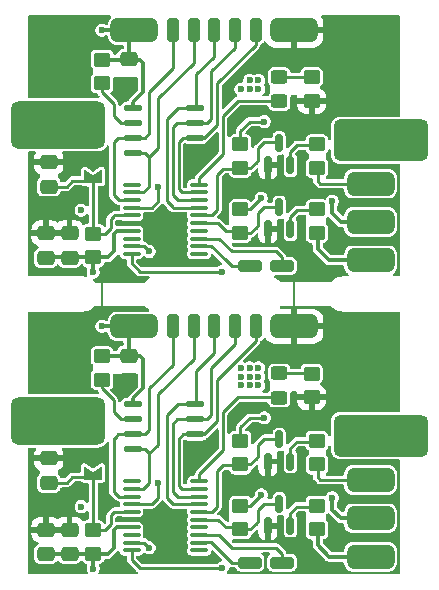
<source format=gbl>
G04 #@! TF.GenerationSoftware,KiCad,Pcbnew,9.0.4*
G04 #@! TF.CreationDate,2025-12-28T16:32:26+01:00*
G04 #@! TF.ProjectId,UWU_AK_V3_Mouse,5557555f-414b-45f5-9633-5f4d6f757365,rev?*
G04 #@! TF.SameCoordinates,Original*
G04 #@! TF.FileFunction,Copper,L4,Bot*
G04 #@! TF.FilePolarity,Positive*
%FSLAX46Y46*%
G04 Gerber Fmt 4.6, Leading zero omitted, Abs format (unit mm)*
G04 Created by KiCad (PCBNEW 9.0.4) date 2025-12-28 16:32:26*
%MOMM*%
%LPD*%
G01*
G04 APERTURE LIST*
G04 Aperture macros list*
%AMRoundRect*
0 Rectangle with rounded corners*
0 $1 Rounding radius*
0 $2 $3 $4 $5 $6 $7 $8 $9 X,Y pos of 4 corners*
0 Add a 4 corners polygon primitive as box body*
4,1,4,$2,$3,$4,$5,$6,$7,$8,$9,$2,$3,0*
0 Add four circle primitives for the rounded corners*
1,1,$1+$1,$2,$3*
1,1,$1+$1,$4,$5*
1,1,$1+$1,$6,$7*
1,1,$1+$1,$8,$9*
0 Add four rect primitives between the rounded corners*
20,1,$1+$1,$2,$3,$4,$5,0*
20,1,$1+$1,$4,$5,$6,$7,0*
20,1,$1+$1,$6,$7,$8,$9,0*
20,1,$1+$1,$8,$9,$2,$3,0*%
%AMFreePoly0*
4,1,6,1.000000,0.000000,0.500000,-0.750000,-0.500000,-0.750000,-0.500000,0.750000,0.500000,0.750000,1.000000,0.000000,1.000000,0.000000,$1*%
%AMFreePoly1*
4,1,6,0.500000,-0.750000,-0.650000,-0.750000,-0.150000,0.000000,-0.650000,0.750000,0.500000,0.750000,0.500000,-0.750000,0.500000,-0.750000,$1*%
G04 Aperture macros list end*
G04 #@! TA.AperFunction,ComponentPad*
%ADD10RoundRect,0.600000X-3.400000X-1.400000X3.400000X-1.400000X3.400000X1.400000X-3.400000X1.400000X0*%
G04 #@! TD*
G04 #@! TA.AperFunction,ComponentPad*
%ADD11RoundRect,0.525000X3.475000X1.225000X-3.475000X1.225000X-3.475000X-1.225000X3.475000X-1.225000X0*%
G04 #@! TD*
G04 #@! TA.AperFunction,SMDPad,CuDef*
%ADD12RoundRect,0.250000X0.450000X-0.350000X0.450000X0.350000X-0.450000X0.350000X-0.450000X-0.350000X0*%
G04 #@! TD*
G04 #@! TA.AperFunction,SMDPad,CuDef*
%ADD13RoundRect,0.250000X0.475000X-0.337500X0.475000X0.337500X-0.475000X0.337500X-0.475000X-0.337500X0*%
G04 #@! TD*
G04 #@! TA.AperFunction,SMDPad,CuDef*
%ADD14RoundRect,0.250000X0.250000X0.750000X-0.250000X0.750000X-0.250000X-0.750000X0.250000X-0.750000X0*%
G04 #@! TD*
G04 #@! TA.AperFunction,SMDPad,CuDef*
%ADD15RoundRect,0.100000X-0.637500X-0.100000X0.637500X-0.100000X0.637500X0.100000X-0.637500X0.100000X0*%
G04 #@! TD*
G04 #@! TA.AperFunction,SMDPad,CuDef*
%ADD16RoundRect,0.250000X-0.475000X0.337500X-0.475000X-0.337500X0.475000X-0.337500X0.475000X0.337500X0*%
G04 #@! TD*
G04 #@! TA.AperFunction,SMDPad,CuDef*
%ADD17RoundRect,0.500000X-1.500000X0.500000X-1.500000X-0.500000X1.500000X-0.500000X1.500000X0.500000X0*%
G04 #@! TD*
G04 #@! TA.AperFunction,SMDPad,CuDef*
%ADD18RoundRect,0.250000X-0.450000X0.350000X-0.450000X-0.350000X0.450000X-0.350000X0.450000X0.350000X0*%
G04 #@! TD*
G04 #@! TA.AperFunction,SMDPad,CuDef*
%ADD19RoundRect,0.250000X-0.750000X0.250000X-0.750000X-0.250000X0.750000X-0.250000X0.750000X0.250000X0*%
G04 #@! TD*
G04 #@! TA.AperFunction,SMDPad,CuDef*
%ADD20FreePoly0,270.000000*%
G04 #@! TD*
G04 #@! TA.AperFunction,SMDPad,CuDef*
%ADD21FreePoly1,270.000000*%
G04 #@! TD*
G04 #@! TA.AperFunction,SMDPad,CuDef*
%ADD22RoundRect,0.250000X-0.450000X0.325000X-0.450000X-0.325000X0.450000X-0.325000X0.450000X0.325000X0*%
G04 #@! TD*
G04 #@! TA.AperFunction,SMDPad,CuDef*
%ADD23RoundRect,0.500000X1.500000X-0.500000X1.500000X0.500000X-1.500000X0.500000X-1.500000X-0.500000X0*%
G04 #@! TD*
G04 #@! TA.AperFunction,SMDPad,CuDef*
%ADD24RoundRect,0.150000X0.150000X-0.587500X0.150000X0.587500X-0.150000X0.587500X-0.150000X-0.587500X0*%
G04 #@! TD*
G04 #@! TA.AperFunction,SMDPad,CuDef*
%ADD25RoundRect,0.137500X0.612500X0.137500X-0.612500X0.137500X-0.612500X-0.137500X0.612500X-0.137500X0*%
G04 #@! TD*
G04 #@! TA.AperFunction,ViaPad*
%ADD26C,0.600000*%
G04 #@! TD*
G04 #@! TA.AperFunction,Conductor*
%ADD27C,0.200000*%
G04 #@! TD*
G04 #@! TA.AperFunction,Conductor*
%ADD28C,0.250000*%
G04 #@! TD*
G04 #@! TA.AperFunction,Conductor*
%ADD29C,0.350000*%
G04 #@! TD*
G04 APERTURE END LIST*
D10*
X108500000Y-97000000D03*
D11*
X135875000Y-98250000D03*
X135875000Y-73250000D03*
D10*
X108500000Y-71905000D03*
D12*
X123950000Y-106187500D03*
X123950000Y-104187500D03*
D13*
X109500000Y-83192500D03*
X109500000Y-81117500D03*
X114500000Y-93537500D03*
X114500000Y-91462500D03*
D14*
X121750000Y-89000000D03*
D15*
X114750000Y-107950000D03*
X114750000Y-107300000D03*
X114750000Y-106650000D03*
X114750000Y-106000000D03*
X114750000Y-105350000D03*
X114750000Y-104700000D03*
X114750000Y-104050000D03*
X114750000Y-103400000D03*
X114750000Y-102750000D03*
X114750000Y-102100000D03*
X120475000Y-102100000D03*
X120475000Y-102750000D03*
X120475000Y-103400000D03*
X120475000Y-104050000D03*
X120475000Y-104700000D03*
X120475000Y-105350000D03*
X120475000Y-106000000D03*
X120475000Y-106650000D03*
X120475000Y-107300000D03*
X120475000Y-107950000D03*
D14*
X125250000Y-63905000D03*
D16*
X107750000Y-75080000D03*
X107750000Y-77155000D03*
D17*
X128500000Y-63905000D03*
D12*
X123950000Y-100687500D03*
X123950000Y-98687500D03*
D18*
X112250000Y-91500000D03*
X112250000Y-93500000D03*
X130450000Y-98687500D03*
X130450000Y-100687500D03*
D12*
X130000000Y-69905000D03*
X130000000Y-67905000D03*
D19*
X127500000Y-109000000D03*
D20*
X111500000Y-74930000D03*
D21*
X111500000Y-76380000D03*
D22*
X127250000Y-67880001D03*
X127250000Y-69929999D03*
D23*
X135000000Y-80155000D03*
X135000000Y-83405000D03*
D14*
X121750000Y-63905000D03*
D18*
X111500000Y-81155000D03*
X111500000Y-83155000D03*
D19*
X124750000Y-109000000D03*
D14*
X118250000Y-89000000D03*
X125250000Y-89000000D03*
D17*
X128500000Y-89000000D03*
D22*
X127250000Y-92975001D03*
X127250000Y-95024999D03*
D13*
X109500000Y-108287500D03*
X109500000Y-106212500D03*
D23*
X135000000Y-105250000D03*
D24*
X128200000Y-80780000D03*
X126300000Y-80780000D03*
X127250000Y-78904999D03*
D14*
X123500000Y-63905000D03*
D18*
X130450000Y-79092500D03*
X130450000Y-81092500D03*
D13*
X114500000Y-68442500D03*
X114500000Y-66367500D03*
D12*
X130000000Y-95000000D03*
X130000000Y-93000000D03*
D18*
X130450000Y-104187500D03*
X130450000Y-106187500D03*
D19*
X124750000Y-83905000D03*
D12*
X123950000Y-81092500D03*
X123950000Y-79092500D03*
D18*
X112250000Y-66405000D03*
X112250000Y-68405000D03*
D14*
X120000000Y-63905000D03*
D18*
X111500000Y-106250000D03*
X111500000Y-108250000D03*
D19*
X127500000Y-83905000D03*
D16*
X107750000Y-100175000D03*
X107750000Y-102250000D03*
D14*
X118250000Y-63905000D03*
D24*
X128200000Y-105875000D03*
X126300000Y-105875000D03*
X127250000Y-103999999D03*
D12*
X123950000Y-75592500D03*
X123950000Y-73592500D03*
D25*
X120150000Y-95595001D03*
X120150000Y-96865000D03*
X120150000Y-98135000D03*
X120150000Y-99404999D03*
X114850000Y-99404999D03*
X114850000Y-98135000D03*
X114850000Y-96865000D03*
X114850000Y-95595001D03*
D24*
X128200000Y-100437500D03*
X126300000Y-100437500D03*
X127250000Y-98562499D03*
D25*
X120150000Y-70500001D03*
X120150000Y-71770000D03*
X120150000Y-73040000D03*
X120150000Y-74309999D03*
X114850000Y-74309999D03*
X114850000Y-73040000D03*
X114850000Y-71770000D03*
X114850000Y-70500001D03*
D14*
X120000000Y-89000000D03*
D17*
X115000000Y-89000000D03*
X135000000Y-102000000D03*
X135000000Y-76905000D03*
D16*
X107499999Y-106212500D03*
X107499999Y-108287500D03*
D15*
X114750000Y-82855000D03*
X114750000Y-82205000D03*
X114750000Y-81555000D03*
X114750000Y-80905000D03*
X114750000Y-80255000D03*
X114750000Y-79605000D03*
X114750000Y-78955000D03*
X114750000Y-78305000D03*
X114750000Y-77655000D03*
X114750000Y-77005000D03*
X120475000Y-77005000D03*
X120475000Y-77655000D03*
X120475000Y-78305000D03*
X120475000Y-78955000D03*
X120475000Y-79605000D03*
X120475000Y-80255000D03*
X120475000Y-80905000D03*
X120475000Y-81555000D03*
X120475000Y-82205000D03*
X120475000Y-82855000D03*
D20*
X111500000Y-100025000D03*
D21*
X111500000Y-101475000D03*
D16*
X107499999Y-81117500D03*
X107499999Y-83192500D03*
D18*
X130450000Y-73592500D03*
X130450000Y-75592500D03*
D23*
X135000000Y-108500000D03*
D17*
X115000000Y-63905000D03*
D14*
X123500000Y-89000000D03*
D24*
X128200000Y-75342500D03*
X126300000Y-75342500D03*
X127250000Y-73467499D03*
D26*
X113500000Y-69405000D03*
X108000000Y-88500000D03*
X136500000Y-69905000D03*
X132000000Y-109250000D03*
X114000000Y-109250000D03*
X134000000Y-63655000D03*
X135250000Y-95000000D03*
X134000000Y-88750000D03*
X128750000Y-72155000D03*
X113500000Y-94500000D03*
X132750000Y-88750000D03*
X121500000Y-73905000D03*
X121500000Y-99000000D03*
X108000000Y-63405000D03*
X134000000Y-69905000D03*
X130000000Y-109250000D03*
X132750000Y-69905000D03*
X109000000Y-63405000D03*
X109000000Y-88500000D03*
X132750000Y-63655000D03*
X135750000Y-78405000D03*
X133750000Y-103500000D03*
X133750000Y-78405000D03*
X106500000Y-79655000D03*
X135250000Y-63655000D03*
X132000000Y-84155000D03*
X110000000Y-63405000D03*
X135250000Y-88750000D03*
X106500000Y-104750000D03*
X136500000Y-95000000D03*
X119279009Y-107625421D03*
X129000000Y-101500000D03*
X119279009Y-82530421D03*
X130000000Y-84155000D03*
X136500000Y-63655000D03*
X131000000Y-84155000D03*
X107000000Y-63405000D03*
X135250000Y-69905000D03*
X107000000Y-88500000D03*
X132000000Y-100500000D03*
X136500000Y-88750000D03*
X132000000Y-75405000D03*
X132750000Y-95000000D03*
X129000000Y-76405000D03*
X131000000Y-109250000D03*
X114000000Y-84155000D03*
X110000000Y-88500000D03*
X134000000Y-95000000D03*
X128750000Y-97250000D03*
X135750000Y-103500000D03*
X124000000Y-93250000D03*
X124750000Y-93250000D03*
X125500000Y-68155000D03*
X110500000Y-104250000D03*
X124000000Y-92500000D03*
X112250000Y-63905000D03*
X125750000Y-103250000D03*
X111500000Y-109500000D03*
X126000000Y-96750000D03*
X125500000Y-94000000D03*
X125500000Y-93250000D03*
X124750000Y-92500000D03*
X124000000Y-68905000D03*
X126000000Y-71655000D03*
X125750000Y-78155000D03*
X131750000Y-78405000D03*
X124000000Y-94000000D03*
X124750000Y-68905000D03*
X125500000Y-68905000D03*
X111500000Y-84405000D03*
X125500000Y-92500000D03*
X112250000Y-89000000D03*
X124750000Y-68155000D03*
X131750000Y-103500000D03*
X110500000Y-79155000D03*
X124750000Y-94000000D03*
X116250000Y-82655000D03*
X116250000Y-107750000D03*
X122433733Y-84355001D03*
X122433733Y-109450001D03*
X117000000Y-102250000D03*
X117000000Y-77155000D03*
D27*
X112250000Y-87750000D02*
X112250000Y-85250000D01*
X112250000Y-85250000D02*
X112750000Y-84750000D01*
X128500000Y-85000000D02*
X128500000Y-87500000D01*
D28*
X124750000Y-96750000D02*
X126000000Y-96750000D01*
D27*
X107725000Y-108475000D02*
X107500000Y-108250000D01*
D29*
X113250000Y-82655000D02*
X112750000Y-83155000D01*
X115000000Y-89000000D02*
X112250000Y-89000000D01*
X115750000Y-94250000D02*
X115750000Y-91750000D01*
X112750000Y-108250000D02*
X107500000Y-108250000D01*
D28*
X123950000Y-104187500D02*
X124812500Y-104187500D01*
D29*
X115000000Y-63905000D02*
X112250000Y-63905000D01*
X115750000Y-66655000D02*
X115500000Y-66405000D01*
X115500000Y-66405000D02*
X112250000Y-66405000D01*
X113250000Y-107750000D02*
X112750000Y-108250000D01*
X114850000Y-95150000D02*
X115000000Y-95000000D01*
X131750000Y-79405000D02*
X131750000Y-78405000D01*
D28*
X124750000Y-71655000D02*
X126000000Y-71655000D01*
D29*
X114750000Y-80905000D02*
X113500000Y-80905000D01*
X115000000Y-95000000D02*
X115750000Y-94250000D01*
X111500000Y-109500000D02*
X111500000Y-108250000D01*
D28*
X123950000Y-98687500D02*
X123950000Y-97550000D01*
D29*
X131750000Y-104500000D02*
X131750000Y-103500000D01*
D28*
X123950000Y-79092500D02*
X124812500Y-79092500D01*
D29*
X114750000Y-106000000D02*
X113500000Y-106000000D01*
X113500000Y-80905000D02*
X113250000Y-81155000D01*
D28*
X123950000Y-73592500D02*
X123950000Y-72455000D01*
D29*
X111500000Y-84405000D02*
X111500000Y-83155000D01*
X114850000Y-95595001D02*
X114850000Y-95150000D01*
D28*
X123950000Y-97550000D02*
X124750000Y-96750000D01*
D29*
X112750000Y-83155000D02*
X107500000Y-83155000D01*
D28*
X124812500Y-104187500D02*
X125750000Y-103250000D01*
D29*
X113250000Y-81155000D02*
X113250000Y-82655000D01*
X115750000Y-69155000D02*
X115750000Y-66655000D01*
X135000000Y-105250000D02*
X132500000Y-105250000D01*
X113500000Y-106000000D02*
X113250000Y-106250000D01*
X115500000Y-91500000D02*
X112250000Y-91500000D01*
X135000000Y-80155000D02*
X132500000Y-80155000D01*
X114850000Y-70055000D02*
X115000000Y-69905000D01*
X113250000Y-106250000D02*
X113250000Y-107750000D01*
D28*
X124812500Y-79092500D02*
X125750000Y-78155000D01*
D29*
X115750000Y-91750000D02*
X115500000Y-91500000D01*
X115000000Y-69905000D02*
X115750000Y-69155000D01*
X114500000Y-91462500D02*
X114500000Y-89250000D01*
X114500000Y-66367500D02*
X114500000Y-64155000D01*
X114850000Y-70500001D02*
X114850000Y-70055000D01*
X132500000Y-80155000D02*
X131750000Y-79405000D01*
X132500000Y-105250000D02*
X131750000Y-104500000D01*
D28*
X123950000Y-72455000D02*
X124750000Y-71655000D01*
D27*
X107725000Y-83380000D02*
X107500000Y-83155000D01*
D28*
X114750000Y-82205000D02*
X115800000Y-82205000D01*
X115800000Y-107300000D02*
X116250000Y-107750000D01*
X115800000Y-82205000D02*
X116250000Y-82655000D01*
X114750000Y-107300000D02*
X115800000Y-107300000D01*
X114750000Y-82855000D02*
X114750000Y-83655000D01*
X114750000Y-107950000D02*
X114750000Y-108750000D01*
X122433733Y-109450001D02*
X115450001Y-109450001D01*
X115450001Y-84355001D02*
X114750000Y-83655000D01*
X115450001Y-109450001D02*
X114750000Y-108750000D01*
X122433733Y-84355001D02*
X115450001Y-84355001D01*
X117000000Y-103500000D02*
X117000000Y-102250000D01*
X116450000Y-78955000D02*
X117000000Y-78405000D01*
X114750000Y-78955000D02*
X116450000Y-78955000D01*
X114750000Y-104050000D02*
X116450000Y-104050000D01*
X117000000Y-78405000D02*
X117000000Y-77155000D01*
X116450000Y-104050000D02*
X117000000Y-103500000D01*
X120150000Y-71770000D02*
X121135000Y-71770000D01*
X120475000Y-103400000D02*
X118650000Y-103400000D01*
X118635000Y-71770000D02*
X120150000Y-71770000D01*
X121500000Y-92500000D02*
X123500000Y-90500000D01*
X121500000Y-71405000D02*
X121500000Y-67405000D01*
X120475000Y-78305000D02*
X118650000Y-78305000D01*
X121500000Y-67405000D02*
X123500000Y-65405000D01*
X118635000Y-96865000D02*
X120150000Y-96865000D01*
X121135000Y-71770000D02*
X121500000Y-71405000D01*
X118250000Y-97250000D02*
X118635000Y-96865000D01*
X123500000Y-90500000D02*
X123500000Y-89500000D01*
X118650000Y-103400000D02*
X118250000Y-103000000D01*
X118250000Y-72155000D02*
X118635000Y-71770000D01*
X118250000Y-77905000D02*
X118250000Y-72155000D01*
X121500000Y-96500000D02*
X121500000Y-92500000D01*
X123500000Y-65405000D02*
X123500000Y-64405000D01*
X118250000Y-103000000D02*
X118250000Y-97250000D01*
X120150000Y-96865000D02*
X121135000Y-96865000D01*
X118650000Y-78305000D02*
X118250000Y-77905000D01*
X121135000Y-96865000D02*
X121500000Y-96500000D01*
X116250000Y-99750000D02*
X117000000Y-99000000D01*
X116250000Y-102250000D02*
X115750000Y-102750000D01*
X117000000Y-69655000D02*
X120000000Y-66655000D01*
X117000000Y-94750000D02*
X120000000Y-91750000D01*
X116250000Y-74655000D02*
X117000000Y-73905000D01*
X116250000Y-99750000D02*
X116250000Y-102250000D01*
X120000000Y-66655000D02*
X120000000Y-63905000D01*
X114850000Y-99404999D02*
X115904999Y-99404999D01*
X115750000Y-102750000D02*
X115250000Y-102750000D01*
X117000000Y-98750000D02*
X117000000Y-94750000D01*
X115904999Y-74309999D02*
X116000000Y-74405000D01*
X115904999Y-99404999D02*
X116000000Y-99500000D01*
X114850000Y-74309999D02*
X115904999Y-74309999D01*
X120000000Y-91750000D02*
X120000000Y-89000000D01*
X116000000Y-99500000D02*
X116250000Y-99750000D01*
X115750000Y-77655000D02*
X115250000Y-77655000D01*
X116250000Y-74655000D02*
X116250000Y-77155000D01*
X117000000Y-73655000D02*
X117000000Y-69655000D01*
X117000000Y-73905000D02*
X117000000Y-73655000D01*
X117000000Y-99000000D02*
X117000000Y-98750000D01*
X116250000Y-77155000D02*
X115750000Y-77655000D01*
X116000000Y-74405000D02*
X116250000Y-74655000D01*
X122750000Y-83405000D02*
X121500000Y-82155000D01*
X123250000Y-109000000D02*
X122750000Y-108500000D01*
X124750000Y-83905000D02*
X123250000Y-83905000D01*
X122750000Y-108500000D02*
X121500000Y-107250000D01*
X123250000Y-83905000D02*
X122750000Y-83405000D01*
X121500000Y-82155000D02*
X120500000Y-82155000D01*
X121500000Y-107250000D02*
X120500000Y-107250000D01*
X124750000Y-109000000D02*
X123250000Y-109000000D01*
X123250000Y-107750000D02*
X127000000Y-107750000D01*
X127000000Y-82655000D02*
X127500000Y-83155000D01*
X120475000Y-81555000D02*
X122150000Y-81555000D01*
X122150000Y-106650000D02*
X123250000Y-107750000D01*
X120475000Y-106650000D02*
X122150000Y-106650000D01*
X127500000Y-108250000D02*
X127500000Y-109000000D01*
X122150000Y-81555000D02*
X123250000Y-82655000D01*
X123250000Y-82655000D02*
X127000000Y-82655000D01*
X127500000Y-83155000D02*
X127500000Y-83905000D01*
X127000000Y-107750000D02*
X127500000Y-108250000D01*
X120475000Y-104700000D02*
X121550000Y-104700000D01*
X126000000Y-98500000D02*
X127250000Y-98500000D01*
X125500000Y-74905000D02*
X125500000Y-73905000D01*
X124812500Y-75592500D02*
X125250000Y-75155000D01*
X122000000Y-76155000D02*
X122500000Y-75655000D01*
X121550000Y-104700000D02*
X122000000Y-104250000D01*
X125500000Y-99000000D02*
X126000000Y-98500000D01*
X122000000Y-104250000D02*
X122000000Y-101250000D01*
X125250000Y-100250000D02*
X125500000Y-100000000D01*
X123950000Y-75592500D02*
X124812500Y-75592500D01*
X125250000Y-75155000D02*
X125500000Y-74905000D01*
X125500000Y-73905000D02*
X126000000Y-73405000D01*
X120475000Y-79605000D02*
X121550000Y-79605000D01*
X122000000Y-79155000D02*
X122000000Y-76155000D01*
X126000000Y-73405000D02*
X127250000Y-73405000D01*
X122500000Y-100750000D02*
X123750000Y-100750000D01*
X122000000Y-101250000D02*
X122500000Y-100750000D01*
X124812500Y-100687500D02*
X125250000Y-100250000D01*
X122500000Y-75655000D02*
X123750000Y-75655000D01*
X125500000Y-100000000D02*
X125500000Y-99000000D01*
X123950000Y-100687500D02*
X124812500Y-100687500D01*
X121550000Y-79605000D02*
X122000000Y-79155000D01*
X128200000Y-75342500D02*
X128200000Y-74205000D01*
X128200000Y-74205000D02*
X128750000Y-73655000D01*
X128750000Y-73655000D02*
X130500000Y-73655000D01*
X128200000Y-100437500D02*
X128200000Y-99300000D01*
X128200000Y-99300000D02*
X128750000Y-98750000D01*
X128750000Y-98750000D02*
X130500000Y-98750000D01*
X115865000Y-98135000D02*
X116250000Y-97750000D01*
X114750000Y-78305000D02*
X113650000Y-78305000D01*
X116250000Y-94250000D02*
X118250000Y-92250000D01*
X114750000Y-103400000D02*
X113650000Y-103400000D01*
X113250000Y-77905000D02*
X113250000Y-73405000D01*
X116250000Y-69155000D02*
X118250000Y-67155000D01*
X115865000Y-73040000D02*
X116250000Y-72655000D01*
X116250000Y-72655000D02*
X116250000Y-69155000D01*
X113650000Y-78305000D02*
X113250000Y-77905000D01*
X113615000Y-98135000D02*
X113250000Y-98500000D01*
X113250000Y-98500000D02*
X113500000Y-98250000D01*
X114850000Y-73040000D02*
X115865000Y-73040000D01*
X113250000Y-103000000D02*
X113250000Y-98500000D01*
X113250000Y-73405000D02*
X113500000Y-73155000D01*
X118250000Y-67155000D02*
X118250000Y-64405000D01*
X114850000Y-98135000D02*
X113615000Y-98135000D01*
X116250000Y-97750000D02*
X116250000Y-94250000D01*
X114850000Y-73040000D02*
X113615000Y-73040000D01*
X113615000Y-73040000D02*
X113250000Y-73405000D01*
X113650000Y-103400000D02*
X113250000Y-103000000D01*
X118250000Y-92250000D02*
X118250000Y-89500000D01*
X114850000Y-98135000D02*
X115865000Y-98135000D01*
X120475000Y-80255000D02*
X122100000Y-80255000D01*
X120475000Y-105350000D02*
X122100000Y-105350000D01*
X124812500Y-106187500D02*
X125250000Y-105750000D01*
X123950000Y-106187500D02*
X124812500Y-106187500D01*
X125500000Y-104500000D02*
X126000000Y-104000000D01*
X125250000Y-80655000D02*
X125500000Y-80405000D01*
X125500000Y-79405000D02*
X126000000Y-78905000D01*
X122750000Y-80905000D02*
X123750000Y-80905000D01*
X123950000Y-81092500D02*
X124812500Y-81092500D01*
X126000000Y-78905000D02*
X127250000Y-78905000D01*
X122100000Y-105350000D02*
X122750000Y-106000000D01*
X125500000Y-105500000D02*
X125500000Y-104500000D01*
X125250000Y-105750000D02*
X125500000Y-105500000D01*
X126000000Y-104000000D02*
X127250000Y-104000000D01*
X122100000Y-80255000D02*
X122750000Y-80905000D01*
X122750000Y-106000000D02*
X123750000Y-106000000D01*
X125500000Y-80405000D02*
X125500000Y-79405000D01*
X124812500Y-81092500D02*
X125250000Y-80655000D01*
X128200000Y-79705000D02*
X128750000Y-79155000D01*
X128200000Y-105875000D02*
X128200000Y-104800000D01*
X128750000Y-104250000D02*
X130000000Y-104250000D01*
X128200000Y-80780000D02*
X128200000Y-79705000D01*
X128200000Y-104800000D02*
X128750000Y-104250000D01*
X128750000Y-79155000D02*
X130000000Y-79155000D01*
X130750000Y-102000000D02*
X130500000Y-101750000D01*
X135000000Y-76905000D02*
X130750000Y-76905000D01*
X130500000Y-101750000D02*
X130500000Y-100750000D01*
X130500000Y-76655000D02*
X130500000Y-75655000D01*
X135000000Y-102000000D02*
X130750000Y-102000000D01*
X130750000Y-76905000D02*
X130500000Y-76655000D01*
D29*
X131500000Y-108500000D02*
X130500000Y-107500000D01*
X130500000Y-107500000D02*
X130500000Y-106250000D01*
X130500000Y-82405000D02*
X130500000Y-81155000D01*
X135000000Y-108500000D02*
X131500000Y-108500000D01*
X135000000Y-83405000D02*
X131500000Y-83405000D01*
X131500000Y-83405000D02*
X130500000Y-82405000D01*
D28*
X113250000Y-71155000D02*
X113250000Y-70155000D01*
X113865000Y-96865000D02*
X113250000Y-96250000D01*
X113250000Y-70155000D02*
X112250000Y-69155000D01*
X113250000Y-96250000D02*
X113250000Y-95250000D01*
X112250000Y-68905000D02*
X112250000Y-68655000D01*
X112250000Y-94250000D02*
X112250000Y-93500000D01*
X114850000Y-71770000D02*
X113865000Y-71770000D01*
X113250000Y-95250000D02*
X112250000Y-94250000D01*
X113865000Y-71770000D02*
X113250000Y-71155000D01*
X114850000Y-96865000D02*
X113865000Y-96865000D01*
X112250000Y-94000000D02*
X112250000Y-93750000D01*
X112250000Y-69155000D02*
X112250000Y-68405000D01*
X118300000Y-78955000D02*
X118250000Y-78905000D01*
X118250000Y-104000000D02*
X117750000Y-103500000D01*
X120250000Y-67655000D02*
X121750000Y-66155000D01*
X120150000Y-70500001D02*
X118654999Y-70500001D01*
X118654999Y-95595001D02*
X117750000Y-96500000D01*
X118300000Y-104050000D02*
X118250000Y-104000000D01*
X117750000Y-78405000D02*
X117750000Y-71405000D01*
X120250000Y-70405000D02*
X120250000Y-67655000D01*
X120250000Y-92750000D02*
X121750000Y-91250000D01*
X118250000Y-78905000D02*
X117750000Y-78405000D01*
X121750000Y-66155000D02*
X121750000Y-63905000D01*
X120475000Y-78955000D02*
X118300000Y-78955000D01*
X120250000Y-95500000D02*
X120250000Y-92750000D01*
X118654999Y-70500001D02*
X117750000Y-71405000D01*
X120475000Y-104050000D02*
X118300000Y-104050000D01*
X120150000Y-95595001D02*
X118654999Y-95595001D01*
X121750000Y-91250000D02*
X121750000Y-89000000D01*
X117750000Y-103500000D02*
X117750000Y-96500000D01*
X118750000Y-77405000D02*
X119000000Y-77655000D01*
X120150000Y-73040000D02*
X120899999Y-73040000D01*
X122000000Y-71939999D02*
X122000000Y-68405000D01*
X120899999Y-98135000D02*
X122000000Y-97034999D01*
X122000000Y-93500000D02*
X125250000Y-90250000D01*
X118750000Y-98500000D02*
X118750000Y-102500000D01*
X125250000Y-65155000D02*
X125250000Y-64155000D01*
X119115000Y-98135000D02*
X118750000Y-98500000D01*
X120150000Y-98135000D02*
X120899999Y-98135000D01*
X120899999Y-73040000D02*
X122000000Y-71939999D01*
X122000000Y-68405000D02*
X125250000Y-65155000D01*
X119115000Y-73040000D02*
X118750000Y-73405000D01*
X118750000Y-73405000D02*
X118750000Y-77405000D01*
X119000000Y-77655000D02*
X120000000Y-77655000D01*
X120150000Y-98135000D02*
X119115000Y-98135000D01*
X119000000Y-102750000D02*
X120000000Y-102750000D01*
X120150000Y-73040000D02*
X119115000Y-73040000D01*
X122000000Y-97034999D02*
X122000000Y-93500000D01*
X125250000Y-90250000D02*
X125250000Y-89250000D01*
X118750000Y-102500000D02*
X119000000Y-102750000D01*
X114750000Y-104700000D02*
X113300000Y-104700000D01*
X112500000Y-106250000D02*
X113000000Y-105750000D01*
X109750000Y-101750000D02*
X111500000Y-101750000D01*
X113300000Y-104700000D02*
X113250000Y-104750000D01*
X111500000Y-81155000D02*
X112500000Y-81155000D01*
X114750000Y-79605000D02*
X113300000Y-79605000D01*
X113300000Y-79605000D02*
X113250000Y-79655000D01*
X111500000Y-101475000D02*
X111500000Y-106250000D01*
X111500000Y-76380000D02*
X111500000Y-81155000D01*
X109250000Y-77155000D02*
X109750000Y-76655000D01*
X113000000Y-79905000D02*
X113250000Y-79655000D01*
X111500000Y-106250000D02*
X112500000Y-106250000D01*
X113000000Y-105000000D02*
X113250000Y-104750000D01*
X113000000Y-80655000D02*
X113000000Y-79905000D01*
X112500000Y-81155000D02*
X113000000Y-80655000D01*
X109750000Y-76655000D02*
X111500000Y-76655000D01*
X107750000Y-102250000D02*
X109250000Y-102250000D01*
X109250000Y-102250000D02*
X109750000Y-101750000D01*
X113000000Y-105750000D02*
X113000000Y-105000000D01*
X107750000Y-77155000D02*
X109250000Y-77155000D01*
X129975001Y-67880001D02*
X130000000Y-67905000D01*
X129975001Y-92975001D02*
X130000000Y-93000000D01*
X127250000Y-92975001D02*
X129975001Y-92975001D01*
X127250000Y-67880001D02*
X129975001Y-67880001D01*
X122500000Y-74405000D02*
X122500000Y-73155000D01*
X122500000Y-98250000D02*
X122500000Y-96250000D01*
X120475000Y-102100000D02*
X120475000Y-101525000D01*
X122500000Y-73155000D02*
X122500000Y-71155000D01*
X120500000Y-76405000D02*
X122500000Y-74405000D01*
X120475000Y-101525000D02*
X120500000Y-101500000D01*
X120475000Y-77005000D02*
X120475000Y-76430000D01*
X123750000Y-95000000D02*
X127250000Y-95000000D01*
X123500000Y-95250000D02*
X123750000Y-95000000D01*
X123750000Y-69905000D02*
X127250000Y-69905000D01*
X120500000Y-101500000D02*
X122500000Y-99500000D01*
X122500000Y-71155000D02*
X123500000Y-70155000D01*
X123500000Y-70155000D02*
X123750000Y-69905000D01*
X122500000Y-96250000D02*
X123500000Y-95250000D01*
X120475000Y-76430000D02*
X120500000Y-76405000D01*
X122500000Y-99500000D02*
X122500000Y-98250000D01*
G04 #@! TA.AperFunction,Conductor*
G36*
X112820842Y-98776287D02*
G01*
X112864884Y-98830527D01*
X112874500Y-98878404D01*
X112874500Y-103049436D01*
X112881215Y-103074499D01*
X112900089Y-103144937D01*
X112900090Y-103144938D01*
X112932169Y-103200500D01*
X112949526Y-103230563D01*
X113349525Y-103630562D01*
X113419438Y-103700475D01*
X113482729Y-103737016D01*
X113505062Y-103749910D01*
X113552811Y-103762705D01*
X113552812Y-103762705D01*
X113562903Y-103765408D01*
X113600564Y-103775500D01*
X113600565Y-103775500D01*
X113639203Y-103775500D01*
X113706242Y-103795185D01*
X113751997Y-103847989D01*
X113761228Y-103912189D01*
X113762324Y-103912269D01*
X113762000Y-103916737D01*
X113762000Y-104183262D01*
X113762324Y-104187731D01*
X113761170Y-104187814D01*
X113752095Y-104251798D01*
X113706440Y-104304688D01*
X113639438Y-104324500D01*
X113250564Y-104324500D01*
X113155063Y-104350089D01*
X113155060Y-104350090D01*
X113069437Y-104399524D01*
X113006478Y-104462485D01*
X113006477Y-104462485D01*
X112769438Y-104699525D01*
X112699527Y-104769435D01*
X112699525Y-104769437D01*
X112699525Y-104769438D01*
X112655214Y-104846187D01*
X112650089Y-104855064D01*
X112645865Y-104870829D01*
X112629861Y-104930559D01*
X112629860Y-104930564D01*
X112624500Y-104950565D01*
X112624500Y-105543100D01*
X112615855Y-105572541D01*
X112609331Y-105602529D01*
X112605577Y-105607543D01*
X112604815Y-105610139D01*
X112588179Y-105630783D01*
X112566690Y-105652271D01*
X112505366Y-105685755D01*
X112435675Y-105680769D01*
X112379745Y-105638900D01*
X112307546Y-105542454D01*
X112259849Y-105506748D01*
X112192335Y-105456206D01*
X112192328Y-105456202D01*
X112057482Y-105405908D01*
X112057483Y-105405908D01*
X111997883Y-105399501D01*
X111997881Y-105399500D01*
X111997873Y-105399500D01*
X111997864Y-105399500D01*
X111994548Y-105399322D01*
X111994615Y-105398065D01*
X111932461Y-105379815D01*
X111886706Y-105327011D01*
X111875500Y-105275500D01*
X111875500Y-102354500D01*
X111895185Y-102287461D01*
X111947989Y-102241706D01*
X111999500Y-102230500D01*
X112250002Y-102230500D01*
X112250003Y-102230499D01*
X112347776Y-102211051D01*
X112430666Y-102155666D01*
X112486051Y-102072776D01*
X112505500Y-101975000D01*
X112505500Y-100825000D01*
X112500643Y-100775417D01*
X112462589Y-100683274D01*
X112392170Y-100612708D01*
X112392169Y-100612707D01*
X112392168Y-100612706D01*
X112392169Y-100612706D01*
X112300109Y-100574462D01*
X112300110Y-100574462D01*
X112200416Y-100574356D01*
X112200414Y-100574357D01*
X112108278Y-100612409D01*
X112108270Y-100612413D01*
X111568783Y-100972071D01*
X111502083Y-100992879D01*
X111434723Y-100974324D01*
X111431217Y-100972071D01*
X110891730Y-100612413D01*
X110891723Y-100612409D01*
X110847775Y-100588948D01*
X110750001Y-100569500D01*
X110749998Y-100569500D01*
X110652228Y-100588947D01*
X110652221Y-100588950D01*
X110569334Y-100644333D01*
X110569333Y-100644334D01*
X110513950Y-100727221D01*
X110513947Y-100727228D01*
X110494500Y-100824995D01*
X110494500Y-101250500D01*
X110474815Y-101317539D01*
X110422011Y-101363294D01*
X110370500Y-101374500D01*
X109700564Y-101374500D01*
X109605063Y-101400089D01*
X109605060Y-101400090D01*
X109519440Y-101449522D01*
X109519435Y-101449526D01*
X109130782Y-101838181D01*
X109103854Y-101852884D01*
X109078036Y-101869477D01*
X109071835Y-101870368D01*
X109069459Y-101871666D01*
X109043101Y-101874500D01*
X108831102Y-101874500D01*
X108764063Y-101854815D01*
X108718308Y-101802011D01*
X108714920Y-101793833D01*
X108668797Y-101670171D01*
X108668793Y-101670164D01*
X108582548Y-101554956D01*
X108582546Y-101554955D01*
X108582546Y-101554954D01*
X108549686Y-101530355D01*
X108546950Y-101526699D01*
X108542797Y-101524803D01*
X108526208Y-101498990D01*
X108507817Y-101474421D01*
X108506801Y-101468792D01*
X108505023Y-101466025D01*
X108500000Y-101431090D01*
X108500000Y-101293279D01*
X108519685Y-101226240D01*
X108558903Y-101187740D01*
X108693345Y-101104815D01*
X108817315Y-100980845D01*
X108909356Y-100831624D01*
X108909358Y-100831619D01*
X108964505Y-100665197D01*
X108964506Y-100665190D01*
X108974999Y-100562486D01*
X108975000Y-100562473D01*
X108975000Y-100425000D01*
X106525001Y-100425000D01*
X106525001Y-100562486D01*
X106535494Y-100665197D01*
X106590641Y-100831619D01*
X106590643Y-100831624D01*
X106682684Y-100980845D01*
X106806654Y-101104815D01*
X106941097Y-101187740D01*
X106947921Y-101195327D01*
X106957203Y-101199566D01*
X106970891Y-101220865D01*
X106987821Y-101239688D01*
X106990465Y-101251323D01*
X106994977Y-101258344D01*
X107000000Y-101293279D01*
X107000000Y-101431090D01*
X106980315Y-101498129D01*
X106950313Y-101530356D01*
X106917451Y-101554956D01*
X106831206Y-101670164D01*
X106831202Y-101670171D01*
X106780910Y-101805013D01*
X106780909Y-101805017D01*
X106774500Y-101864627D01*
X106774500Y-101864634D01*
X106774500Y-101864635D01*
X106774500Y-102635370D01*
X106774501Y-102635376D01*
X106780908Y-102694983D01*
X106831202Y-102829828D01*
X106831206Y-102829835D01*
X106917452Y-102945044D01*
X106917455Y-102945047D01*
X107032664Y-103031293D01*
X107032671Y-103031297D01*
X107167517Y-103081591D01*
X107167516Y-103081591D01*
X107174444Y-103082335D01*
X107227127Y-103088000D01*
X108272872Y-103087999D01*
X108332483Y-103081591D01*
X108467331Y-103031296D01*
X108582546Y-102945046D01*
X108668796Y-102829831D01*
X108680298Y-102798990D01*
X108714920Y-102706167D01*
X108756791Y-102650233D01*
X108822255Y-102625816D01*
X108831102Y-102625500D01*
X109299435Y-102625500D01*
X109299436Y-102625500D01*
X109347186Y-102612705D01*
X109394938Y-102599910D01*
X109480562Y-102550475D01*
X109550475Y-102480562D01*
X109550474Y-102480562D01*
X109869220Y-102161817D01*
X109930543Y-102128334D01*
X109956900Y-102125500D01*
X110487806Y-102125500D01*
X110554845Y-102145185D01*
X110560657Y-102149868D01*
X110569333Y-102155665D01*
X110569334Y-102155666D01*
X110652224Y-102211051D01*
X110652227Y-102211051D01*
X110652228Y-102211052D01*
X110749995Y-102230499D01*
X110749998Y-102230500D01*
X110750000Y-102230500D01*
X111000500Y-102230500D01*
X111067539Y-102250185D01*
X111113294Y-102302989D01*
X111124500Y-102354500D01*
X111124500Y-103796614D01*
X111104815Y-103863653D01*
X111052011Y-103909408D01*
X110982853Y-103919352D01*
X110919297Y-103890327D01*
X110912819Y-103884295D01*
X110838017Y-103809493D01*
X110838011Y-103809488D01*
X110712488Y-103737017D01*
X110712489Y-103737017D01*
X110688402Y-103730563D01*
X110572475Y-103699500D01*
X110427525Y-103699500D01*
X110311598Y-103730563D01*
X110287511Y-103737017D01*
X110161988Y-103809488D01*
X110161982Y-103809493D01*
X110059493Y-103911982D01*
X110059488Y-103911988D01*
X109987017Y-104037511D01*
X109987016Y-104037515D01*
X109949500Y-104177525D01*
X109949500Y-104322475D01*
X109983822Y-104450565D01*
X109987017Y-104462488D01*
X110059488Y-104588011D01*
X110059490Y-104588013D01*
X110059491Y-104588015D01*
X110161985Y-104690509D01*
X110161986Y-104690510D01*
X110161988Y-104690511D01*
X110287511Y-104762982D01*
X110287512Y-104762982D01*
X110287515Y-104762984D01*
X110427525Y-104800500D01*
X110427528Y-104800500D01*
X110572472Y-104800500D01*
X110572475Y-104800500D01*
X110712485Y-104762984D01*
X110838015Y-104690509D01*
X110912819Y-104615705D01*
X110974142Y-104582220D01*
X111043834Y-104587204D01*
X111099767Y-104629076D01*
X111124184Y-104694540D01*
X111124500Y-104703386D01*
X111124500Y-105275500D01*
X111104815Y-105342539D01*
X111052011Y-105388294D01*
X111005389Y-105398450D01*
X111005423Y-105399099D01*
X111005429Y-105399146D01*
X111005426Y-105399146D01*
X111005436Y-105399324D01*
X111002123Y-105399501D01*
X110942516Y-105405908D01*
X110807671Y-105456202D01*
X110807664Y-105456206D01*
X110772766Y-105482331D01*
X110707301Y-105506748D01*
X110639029Y-105491896D01*
X110592917Y-105448161D01*
X110567315Y-105406654D01*
X110443345Y-105282684D01*
X110294124Y-105190643D01*
X110294119Y-105190641D01*
X110127697Y-105135494D01*
X110127690Y-105135493D01*
X110024986Y-105125000D01*
X109750000Y-105125000D01*
X109750000Y-106088500D01*
X109730315Y-106155539D01*
X109677511Y-106201294D01*
X109626000Y-106212500D01*
X109500000Y-106212500D01*
X109500000Y-106338500D01*
X109480315Y-106405539D01*
X109427511Y-106451294D01*
X109376000Y-106462500D01*
X106275000Y-106462500D01*
X106275000Y-106599986D01*
X106285493Y-106702697D01*
X106340640Y-106869119D01*
X106340642Y-106869124D01*
X106432683Y-107018345D01*
X106556653Y-107142315D01*
X106705874Y-107234356D01*
X106705879Y-107234358D01*
X106798139Y-107264930D01*
X106855584Y-107304702D01*
X106882407Y-107369218D01*
X106870092Y-107437994D01*
X106822549Y-107489194D01*
X106802470Y-107498817D01*
X106782673Y-107506201D01*
X106782663Y-107506206D01*
X106667454Y-107592452D01*
X106667451Y-107592455D01*
X106581205Y-107707664D01*
X106581201Y-107707671D01*
X106530909Y-107842513D01*
X106530908Y-107842517D01*
X106524499Y-107902127D01*
X106524499Y-107902134D01*
X106524499Y-107902135D01*
X106524499Y-108672870D01*
X106524500Y-108672876D01*
X106530907Y-108732483D01*
X106581201Y-108867328D01*
X106581205Y-108867335D01*
X106667451Y-108982544D01*
X106667454Y-108982547D01*
X106782663Y-109068793D01*
X106782670Y-109068797D01*
X106917516Y-109119091D01*
X106917515Y-109119091D01*
X106924443Y-109119835D01*
X106977126Y-109125500D01*
X108022871Y-109125499D01*
X108082482Y-109119091D01*
X108217330Y-109068796D01*
X108332545Y-108982546D01*
X108400733Y-108891457D01*
X108456666Y-108849588D01*
X108526358Y-108844604D01*
X108587681Y-108878089D01*
X108599265Y-108891458D01*
X108643353Y-108950351D01*
X108648737Y-108957544D01*
X108667455Y-108982547D01*
X108782664Y-109068793D01*
X108782671Y-109068797D01*
X108917517Y-109119091D01*
X108917516Y-109119091D01*
X108924444Y-109119835D01*
X108977127Y-109125500D01*
X110022872Y-109125499D01*
X110082483Y-109119091D01*
X110217331Y-109068796D01*
X110332546Y-108982546D01*
X110418796Y-108867331D01*
X110418796Y-108867329D01*
X110422590Y-108862262D01*
X110478524Y-108820391D01*
X110548216Y-108815407D01*
X110609539Y-108848892D01*
X110621123Y-108862261D01*
X110692454Y-108957546D01*
X110807664Y-109043793D01*
X110807671Y-109043797D01*
X110933667Y-109090790D01*
X110989600Y-109132661D01*
X111014018Y-109198125D01*
X110999167Y-109266398D01*
X110997722Y-109268971D01*
X110987017Y-109287512D01*
X110987016Y-109287514D01*
X110987016Y-109287515D01*
X110949500Y-109427525D01*
X110949500Y-109572475D01*
X110982009Y-109693797D01*
X110987017Y-109712488D01*
X111045337Y-109813500D01*
X111061810Y-109881400D01*
X111038958Y-109947427D01*
X110984037Y-109990617D01*
X110937950Y-109999500D01*
X106124500Y-109999500D01*
X106057461Y-109979815D01*
X106011706Y-109927011D01*
X106000500Y-109875500D01*
X106000500Y-105825013D01*
X106274999Y-105825013D01*
X106274999Y-105962500D01*
X107249999Y-105962500D01*
X107749999Y-105962500D01*
X109250000Y-105962500D01*
X109250000Y-105125000D01*
X108975029Y-105125000D01*
X108975012Y-105125001D01*
X108872302Y-105135494D01*
X108705880Y-105190641D01*
X108705871Y-105190645D01*
X108565095Y-105277477D01*
X108497703Y-105295917D01*
X108434902Y-105277477D01*
X108294123Y-105190643D01*
X108294118Y-105190641D01*
X108127696Y-105135494D01*
X108127689Y-105135493D01*
X108024985Y-105125000D01*
X107749999Y-105125000D01*
X107749999Y-105962500D01*
X107249999Y-105962500D01*
X107249999Y-105125000D01*
X106975028Y-105125000D01*
X106975011Y-105125001D01*
X106872301Y-105135494D01*
X106705879Y-105190641D01*
X106705874Y-105190643D01*
X106556653Y-105282684D01*
X106432683Y-105406654D01*
X106340642Y-105555875D01*
X106340640Y-105555880D01*
X106285493Y-105722302D01*
X106285492Y-105722309D01*
X106274999Y-105825013D01*
X106000500Y-105825013D01*
X106000500Y-99374500D01*
X106020185Y-99307461D01*
X106072989Y-99261706D01*
X106124500Y-99250500D01*
X106533696Y-99250500D01*
X106600735Y-99270185D01*
X106646490Y-99322989D01*
X106656434Y-99392147D01*
X106639235Y-99439597D01*
X106590643Y-99518375D01*
X106590641Y-99518380D01*
X106535494Y-99684802D01*
X106535493Y-99684809D01*
X106525000Y-99787513D01*
X106525000Y-99925000D01*
X108974999Y-99925000D01*
X108974999Y-99787528D01*
X108974998Y-99787513D01*
X108964505Y-99684802D01*
X108909358Y-99518380D01*
X108909356Y-99518375D01*
X108860765Y-99439597D01*
X108842325Y-99372204D01*
X108863248Y-99305541D01*
X108916890Y-99260771D01*
X108966304Y-99250500D01*
X111973952Y-99250500D01*
X111973954Y-99250500D01*
X112015495Y-99247683D01*
X112195021Y-99203037D01*
X112360753Y-99120842D01*
X112504940Y-99004940D01*
X112620842Y-98860753D01*
X112639411Y-98823310D01*
X112686832Y-98771997D01*
X112754467Y-98754467D01*
X112820842Y-98776287D01*
G37*
G04 #@! TD.AperFunction*
G04 #@! TA.AperFunction,Conductor*
G36*
X113687292Y-108016968D02*
G01*
X113743226Y-108058839D01*
X113766663Y-108115270D01*
X113771926Y-108151391D01*
X113823303Y-108256485D01*
X113906014Y-108339196D01*
X113906015Y-108339196D01*
X113906017Y-108339198D01*
X114011107Y-108390573D01*
X114024031Y-108392456D01*
X114079239Y-108400500D01*
X114079240Y-108400500D01*
X114250500Y-108400500D01*
X114317539Y-108420185D01*
X114363294Y-108472989D01*
X114374500Y-108524500D01*
X114374500Y-108799435D01*
X114400090Y-108894938D01*
X114436237Y-108957546D01*
X114449523Y-108980559D01*
X114449525Y-108980561D01*
X114449526Y-108980563D01*
X115149526Y-109680563D01*
X115219439Y-109750476D01*
X115249989Y-109768114D01*
X115298203Y-109818681D01*
X115311425Y-109887289D01*
X115285456Y-109952153D01*
X115228542Y-109992681D01*
X115187987Y-109999500D01*
X112062050Y-109999500D01*
X111995011Y-109979815D01*
X111949256Y-109927011D01*
X111939312Y-109857853D01*
X111954663Y-109813500D01*
X111991036Y-109750500D01*
X112012984Y-109712485D01*
X112050500Y-109572475D01*
X112050500Y-109427525D01*
X112012984Y-109287515D01*
X112002278Y-109268971D01*
X111985805Y-109201075D01*
X112008656Y-109135047D01*
X112063576Y-109091855D01*
X112066333Y-109090790D01*
X112110007Y-109074501D01*
X112175649Y-109050018D01*
X112192326Y-109043798D01*
X112192326Y-109043797D01*
X112192331Y-109043796D01*
X112307546Y-108957546D01*
X112393796Y-108842331D01*
X112409796Y-108799432D01*
X112425934Y-108756166D01*
X112467806Y-108700233D01*
X112533270Y-108675816D01*
X112542116Y-108675500D01*
X112806016Y-108675500D01*
X112806018Y-108675500D01*
X112914237Y-108646503D01*
X113011263Y-108590485D01*
X113556280Y-108045467D01*
X113617601Y-108011984D01*
X113687292Y-108016968D01*
G37*
G04 #@! TD.AperFunction*
G04 #@! TA.AperFunction,Conductor*
G36*
X131559926Y-99105686D02*
G01*
X131609332Y-99155091D01*
X131624500Y-99214519D01*
X131624500Y-99518558D01*
X131639157Y-99648648D01*
X131639159Y-99648658D01*
X131696877Y-99813604D01*
X131696878Y-99813606D01*
X131789853Y-99961576D01*
X131913424Y-100085147D01*
X132061394Y-100178122D01*
X132226343Y-100235841D01*
X132226349Y-100235841D01*
X132226351Y-100235842D01*
X132267750Y-100240506D01*
X132356442Y-100250499D01*
X132356445Y-100250500D01*
X132356448Y-100250500D01*
X137375500Y-100250500D01*
X137442539Y-100270185D01*
X137488294Y-100322989D01*
X137499500Y-100374500D01*
X137499500Y-109875500D01*
X137479815Y-109942539D01*
X137427011Y-109988294D01*
X137375500Y-109999500D01*
X122962120Y-109999500D01*
X122895081Y-109979815D01*
X122849326Y-109927011D01*
X122839382Y-109857853D01*
X122868407Y-109794297D01*
X122874174Y-109788102D01*
X122874237Y-109788021D01*
X122874242Y-109788016D01*
X122946717Y-109662486D01*
X122984233Y-109522476D01*
X122984233Y-109479134D01*
X123003918Y-109412095D01*
X123056722Y-109366340D01*
X123125880Y-109356396D01*
X123140317Y-109359357D01*
X123200564Y-109375500D01*
X123200565Y-109375500D01*
X123426533Y-109375500D01*
X123493572Y-109395185D01*
X123539327Y-109447989D01*
X123542715Y-109456166D01*
X123556203Y-109492330D01*
X123556206Y-109492335D01*
X123642452Y-109607544D01*
X123642455Y-109607547D01*
X123757664Y-109693793D01*
X123757671Y-109693797D01*
X123892517Y-109744091D01*
X123892516Y-109744091D01*
X123899444Y-109744835D01*
X123952127Y-109750500D01*
X125547872Y-109750499D01*
X125607483Y-109744091D01*
X125742331Y-109693796D01*
X125857546Y-109607546D01*
X125943796Y-109492331D01*
X125994091Y-109357483D01*
X126000500Y-109297873D01*
X126000499Y-108702128D01*
X125995299Y-108653757D01*
X125994091Y-108642516D01*
X125943797Y-108507671D01*
X125943793Y-108507664D01*
X125857547Y-108392456D01*
X125857548Y-108392456D01*
X125857546Y-108392454D01*
X125799186Y-108348765D01*
X125757316Y-108292833D01*
X125752332Y-108223141D01*
X125785817Y-108161818D01*
X125847141Y-108128334D01*
X125873498Y-108125500D01*
X126376502Y-108125500D01*
X126443541Y-108145185D01*
X126489296Y-108197989D01*
X126499240Y-108267147D01*
X126470215Y-108330703D01*
X126450816Y-108348764D01*
X126392454Y-108392454D01*
X126392453Y-108392455D01*
X126392452Y-108392456D01*
X126306206Y-108507664D01*
X126306202Y-108507671D01*
X126255910Y-108642513D01*
X126255909Y-108642517D01*
X126249500Y-108702127D01*
X126249500Y-108702134D01*
X126249500Y-108702135D01*
X126249500Y-109297870D01*
X126249501Y-109297876D01*
X126255908Y-109357483D01*
X126306202Y-109492328D01*
X126306206Y-109492335D01*
X126392452Y-109607544D01*
X126392455Y-109607547D01*
X126507664Y-109693793D01*
X126507671Y-109693797D01*
X126642517Y-109744091D01*
X126642516Y-109744091D01*
X126649444Y-109744835D01*
X126702127Y-109750500D01*
X128297872Y-109750499D01*
X128357483Y-109744091D01*
X128492331Y-109693796D01*
X128607546Y-109607546D01*
X128693796Y-109492331D01*
X128744091Y-109357483D01*
X128750500Y-109297873D01*
X128750499Y-108702128D01*
X128745299Y-108653757D01*
X128744091Y-108642516D01*
X128693797Y-108507671D01*
X128693793Y-108507664D01*
X128607547Y-108392455D01*
X128607544Y-108392452D01*
X128492335Y-108306206D01*
X128492328Y-108306202D01*
X128357482Y-108255908D01*
X128357483Y-108255908D01*
X128297883Y-108249501D01*
X128297881Y-108249500D01*
X128297873Y-108249500D01*
X128297865Y-108249500D01*
X127983761Y-108249500D01*
X127916722Y-108229815D01*
X127870967Y-108177011D01*
X127863986Y-108157592D01*
X127849912Y-108105065D01*
X127849911Y-108105064D01*
X127849911Y-108105063D01*
X127800475Y-108019437D01*
X127230563Y-107449526D01*
X127230562Y-107449525D01*
X127144940Y-107400091D01*
X127144939Y-107400090D01*
X127057993Y-107376793D01*
X127057993Y-107376792D01*
X127057990Y-107376792D01*
X127049437Y-107374500D01*
X127049436Y-107374500D01*
X127049435Y-107374500D01*
X123456899Y-107374500D01*
X123389860Y-107354815D01*
X123369218Y-107338181D01*
X123269335Y-107238298D01*
X123235850Y-107176975D01*
X123240834Y-107107283D01*
X123282706Y-107051350D01*
X123348170Y-107026933D01*
X123385531Y-107029940D01*
X123392510Y-107031588D01*
X123392517Y-107031591D01*
X123452127Y-107038000D01*
X124447872Y-107037999D01*
X124507483Y-107031591D01*
X124642331Y-106981296D01*
X124757546Y-106895046D01*
X124843796Y-106779831D01*
X124894091Y-106644983D01*
X124895496Y-106631917D01*
X124922234Y-106567366D01*
X124956785Y-106537786D01*
X124957434Y-106537410D01*
X124957438Y-106537410D01*
X125043062Y-106487975D01*
X125112975Y-106418062D01*
X125288319Y-106242718D01*
X125349642Y-106209233D01*
X125419334Y-106214217D01*
X125475267Y-106256089D01*
X125499684Y-106321553D01*
X125500000Y-106330399D01*
X125500000Y-106528149D01*
X125502899Y-106564989D01*
X125502900Y-106564995D01*
X125548716Y-106722693D01*
X125548717Y-106722696D01*
X125632314Y-106864052D01*
X125632321Y-106864061D01*
X125748438Y-106980178D01*
X125748447Y-106980185D01*
X125889801Y-107063781D01*
X126047514Y-107109600D01*
X126047511Y-107109600D01*
X126049998Y-107109795D01*
X126050000Y-107109795D01*
X126550000Y-107109795D01*
X126550001Y-107109795D01*
X126552486Y-107109600D01*
X126710198Y-107063781D01*
X126851552Y-106980185D01*
X126851561Y-106980178D01*
X126967678Y-106864061D01*
X126967685Y-106864052D01*
X127051282Y-106722696D01*
X127051283Y-106722693D01*
X127097099Y-106564995D01*
X127097100Y-106564989D01*
X127099999Y-106528149D01*
X127100000Y-106528134D01*
X127100000Y-106125000D01*
X126550000Y-106125000D01*
X126550000Y-107109795D01*
X126050000Y-107109795D01*
X126050000Y-105999000D01*
X126069685Y-105931961D01*
X126122489Y-105886206D01*
X126174000Y-105875000D01*
X126300000Y-105875000D01*
X126300000Y-105749000D01*
X126319685Y-105681961D01*
X126372489Y-105636206D01*
X126424000Y-105625000D01*
X127100000Y-105625000D01*
X127100000Y-105221865D01*
X127099999Y-105221850D01*
X127097100Y-105185010D01*
X127097099Y-105185007D01*
X127085939Y-105146594D01*
X127086138Y-105076725D01*
X127124079Y-105018054D01*
X127187717Y-104989210D01*
X127205006Y-104987998D01*
X127431518Y-104987998D01*
X127525304Y-104973145D01*
X127525305Y-104973144D01*
X127534943Y-104971618D01*
X127535263Y-104973642D01*
X127592500Y-104972003D01*
X127652335Y-105008079D01*
X127683168Y-105070778D01*
X127675209Y-105140192D01*
X127671473Y-105148223D01*
X127664353Y-105162196D01*
X127664352Y-105162198D01*
X127649500Y-105255975D01*
X127649500Y-106494017D01*
X127658399Y-106550205D01*
X127664354Y-106587804D01*
X127721950Y-106700842D01*
X127721952Y-106700844D01*
X127721954Y-106700847D01*
X127811652Y-106790545D01*
X127811654Y-106790546D01*
X127811658Y-106790550D01*
X127924694Y-106848145D01*
X127924698Y-106848147D01*
X128018475Y-106862999D01*
X128018481Y-106863000D01*
X128381518Y-106862999D01*
X128475304Y-106848146D01*
X128588342Y-106790550D01*
X128678050Y-106700842D01*
X128735646Y-106587804D01*
X128735646Y-106587802D01*
X128735647Y-106587801D01*
X128746901Y-106516740D01*
X128750500Y-106494019D01*
X128750499Y-105255982D01*
X128735646Y-105162196D01*
X128678050Y-105049158D01*
X128678046Y-105049154D01*
X128678045Y-105049152D01*
X128667645Y-105038752D01*
X128634160Y-104977429D01*
X128639144Y-104907737D01*
X128667640Y-104863395D01*
X128869219Y-104661816D01*
X128930542Y-104628334D01*
X128956899Y-104625500D01*
X129376000Y-104625500D01*
X129443039Y-104645185D01*
X129488794Y-104697989D01*
X129500000Y-104749500D01*
X129500000Y-105778332D01*
X129499572Y-105786311D01*
X129499678Y-105786317D01*
X129499500Y-105789621D01*
X129499501Y-105789623D01*
X129499500Y-105789633D01*
X129499500Y-106585370D01*
X129499501Y-106585376D01*
X129505908Y-106644983D01*
X129556202Y-106779828D01*
X129556206Y-106779835D01*
X129642452Y-106895044D01*
X129642455Y-106895047D01*
X129757664Y-106981293D01*
X129757671Y-106981297D01*
X129892516Y-107031591D01*
X129952113Y-107037999D01*
X129952122Y-107037999D01*
X129952127Y-107038000D01*
X129952131Y-107037999D01*
X129955434Y-107038177D01*
X129955424Y-107038355D01*
X129955431Y-107038356D01*
X129955417Y-107038477D01*
X129955366Y-107039446D01*
X130017478Y-107057644D01*
X130063264Y-107110421D01*
X130074500Y-107161999D01*
X130074500Y-107443982D01*
X130074500Y-107556018D01*
X130084263Y-107592452D01*
X130103497Y-107664236D01*
X130103498Y-107664239D01*
X130112982Y-107680666D01*
X130159515Y-107761263D01*
X131159515Y-108761263D01*
X131238737Y-108840485D01*
X131335763Y-108896503D01*
X131443982Y-108925500D01*
X132625501Y-108925500D01*
X132692540Y-108945185D01*
X132738295Y-108997989D01*
X132748931Y-109046879D01*
X132749341Y-109046859D01*
X132749467Y-109049346D01*
X132749501Y-109049500D01*
X132749501Y-109050018D01*
X132760000Y-109152796D01*
X132760001Y-109152799D01*
X132808937Y-109300475D01*
X132815186Y-109319334D01*
X132907288Y-109468656D01*
X133031344Y-109592712D01*
X133180666Y-109684814D01*
X133347203Y-109739999D01*
X133449991Y-109750500D01*
X136550008Y-109750499D01*
X136652797Y-109739999D01*
X136819334Y-109684814D01*
X136968656Y-109592712D01*
X137092712Y-109468656D01*
X137184814Y-109319334D01*
X137239999Y-109152797D01*
X137250500Y-109050009D01*
X137250499Y-107949992D01*
X137239999Y-107847203D01*
X137184814Y-107680666D01*
X137092712Y-107531344D01*
X136968656Y-107407288D01*
X136833222Y-107323752D01*
X136819336Y-107315187D01*
X136819331Y-107315185D01*
X136802154Y-107309493D01*
X136652797Y-107260001D01*
X136652795Y-107260000D01*
X136550010Y-107249500D01*
X133449998Y-107249500D01*
X133449981Y-107249501D01*
X133347203Y-107260000D01*
X133347200Y-107260001D01*
X133180668Y-107315185D01*
X133180663Y-107315187D01*
X133031342Y-107407289D01*
X132907289Y-107531342D01*
X132815187Y-107680663D01*
X132815185Y-107680668D01*
X132788750Y-107760443D01*
X132760001Y-107847203D01*
X132760001Y-107847204D01*
X132760000Y-107847204D01*
X132749500Y-107949983D01*
X132749500Y-107950500D01*
X132749468Y-107950605D01*
X132749340Y-107953139D01*
X132749179Y-107953130D01*
X132749179Y-107953132D01*
X132749155Y-107953129D01*
X132748734Y-107953108D01*
X132729815Y-108017539D01*
X132677011Y-108063294D01*
X132625500Y-108074500D01*
X131727610Y-108074500D01*
X131660571Y-108054815D01*
X131639929Y-108038181D01*
X130961819Y-107360071D01*
X130947115Y-107333143D01*
X130930523Y-107307325D01*
X130929631Y-107301124D01*
X130928334Y-107298748D01*
X130925500Y-107272390D01*
X130925500Y-107148264D01*
X130945185Y-107081225D01*
X130997989Y-107035470D01*
X131006167Y-107032082D01*
X131142328Y-106981297D01*
X131142327Y-106981297D01*
X131142331Y-106981296D01*
X131257546Y-106895046D01*
X131343796Y-106779831D01*
X131394091Y-106644983D01*
X131400500Y-106585373D01*
X131400499Y-105789628D01*
X131394091Y-105730017D01*
X131392406Y-105725500D01*
X131343797Y-105595171D01*
X131343796Y-105595169D01*
X131318892Y-105561902D01*
X131274732Y-105502912D01*
X131250316Y-105437449D01*
X131250000Y-105428602D01*
X131250000Y-104946397D01*
X131256239Y-104925148D01*
X131257819Y-104903063D01*
X131268431Y-104883626D01*
X131269685Y-104879358D01*
X131274721Y-104872101D01*
X131294122Y-104846185D01*
X131350055Y-104804316D01*
X131419747Y-104799332D01*
X131481067Y-104832815D01*
X132238737Y-105590485D01*
X132335763Y-105646503D01*
X132443981Y-105675500D01*
X132443982Y-105675500D01*
X132625501Y-105675500D01*
X132692540Y-105695185D01*
X132738295Y-105747989D01*
X132748931Y-105796879D01*
X132749341Y-105796859D01*
X132749467Y-105799346D01*
X132749501Y-105799500D01*
X132749501Y-105800018D01*
X132760000Y-105902796D01*
X132760001Y-105902799D01*
X132815185Y-106069331D01*
X132815187Y-106069336D01*
X132848992Y-106124142D01*
X132907288Y-106218656D01*
X133031344Y-106342712D01*
X133180666Y-106434814D01*
X133347203Y-106489999D01*
X133449991Y-106500500D01*
X136550008Y-106500499D01*
X136652797Y-106489999D01*
X136819334Y-106434814D01*
X136968656Y-106342712D01*
X137092712Y-106218656D01*
X137184814Y-106069334D01*
X137239999Y-105902797D01*
X137250500Y-105800009D01*
X137250499Y-104699992D01*
X137250451Y-104699525D01*
X137239999Y-104597203D01*
X137239998Y-104597200D01*
X137235034Y-104582220D01*
X137184814Y-104430666D01*
X137092712Y-104281344D01*
X136968656Y-104157288D01*
X136819334Y-104065186D01*
X136652797Y-104010001D01*
X136652795Y-104010000D01*
X136550010Y-103999500D01*
X133449998Y-103999500D01*
X133449981Y-103999501D01*
X133347203Y-104010000D01*
X133347200Y-104010001D01*
X133180668Y-104065185D01*
X133180663Y-104065187D01*
X133031342Y-104157289D01*
X132907289Y-104281342D01*
X132815187Y-104430663D01*
X132815185Y-104430668D01*
X132792368Y-104499525D01*
X132760183Y-104596656D01*
X132760001Y-104597204D01*
X132759999Y-104597212D01*
X132757688Y-104619828D01*
X132731290Y-104684519D01*
X132674108Y-104724668D01*
X132604297Y-104727529D01*
X132546650Y-104694902D01*
X132211819Y-104360071D01*
X132178334Y-104298748D01*
X132175500Y-104272390D01*
X132175500Y-103897236D01*
X132192112Y-103835238D01*
X132262984Y-103712485D01*
X132300500Y-103572475D01*
X132300500Y-103427525D01*
X132262984Y-103287515D01*
X132262800Y-103287197D01*
X132190511Y-103161988D01*
X132190506Y-103161982D01*
X132088017Y-103059493D01*
X132088011Y-103059488D01*
X131962488Y-102987017D01*
X131962489Y-102987017D01*
X131951006Y-102983940D01*
X131822475Y-102949500D01*
X131677525Y-102949500D01*
X131548993Y-102983940D01*
X131537511Y-102987017D01*
X131411988Y-103059488D01*
X131411982Y-103059493D01*
X131309493Y-103161982D01*
X131309488Y-103161988D01*
X131237017Y-103287511D01*
X131233908Y-103295019D01*
X131231892Y-103294184D01*
X131201472Y-103344077D01*
X131138621Y-103374598D01*
X131074741Y-103368494D01*
X131007482Y-103343408D01*
X131007483Y-103343408D01*
X130947883Y-103337001D01*
X130947881Y-103337000D01*
X130947873Y-103337000D01*
X130947864Y-103337000D01*
X129952129Y-103337000D01*
X129952123Y-103337001D01*
X129892516Y-103343408D01*
X129757671Y-103393702D01*
X129757664Y-103393706D01*
X129642455Y-103479952D01*
X129642452Y-103479955D01*
X129556206Y-103595164D01*
X129556202Y-103595171D01*
X129505908Y-103730016D01*
X129502281Y-103763757D01*
X129475543Y-103828307D01*
X129418150Y-103868155D01*
X129378992Y-103874500D01*
X128799436Y-103874500D01*
X128700564Y-103874500D01*
X128692007Y-103876793D01*
X128605060Y-103900090D01*
X128605059Y-103900091D01*
X128519436Y-103949526D01*
X128519437Y-103949526D01*
X128012180Y-104456782D01*
X127950857Y-104490267D01*
X127881165Y-104485283D01*
X127825232Y-104443411D01*
X127800815Y-104377947D01*
X127800499Y-104369123D01*
X127800499Y-103380981D01*
X127785646Y-103287195D01*
X127728050Y-103174157D01*
X127728046Y-103174153D01*
X127728045Y-103174151D01*
X127638347Y-103084453D01*
X127638344Y-103084451D01*
X127638342Y-103084449D01*
X127561517Y-103045304D01*
X127525301Y-103026851D01*
X127431524Y-103011999D01*
X127068482Y-103011999D01*
X126987519Y-103024822D01*
X126974696Y-103026853D01*
X126861658Y-103084449D01*
X126861657Y-103084450D01*
X126861652Y-103084453D01*
X126771954Y-103174151D01*
X126771951Y-103174156D01*
X126714352Y-103287197D01*
X126699500Y-103380974D01*
X126699500Y-103500500D01*
X126696949Y-103509185D01*
X126698238Y-103518147D01*
X126687259Y-103542187D01*
X126679815Y-103567539D01*
X126672974Y-103573466D01*
X126669213Y-103581703D01*
X126646978Y-103595992D01*
X126627011Y-103613294D01*
X126616496Y-103615581D01*
X126610435Y-103619477D01*
X126575500Y-103624500D01*
X126381172Y-103624500D01*
X126314133Y-103604815D01*
X126268378Y-103552011D01*
X126258434Y-103482853D01*
X126261397Y-103468406D01*
X126262984Y-103462485D01*
X126300500Y-103322475D01*
X126300500Y-103177525D01*
X126262984Y-103037515D01*
X126259393Y-103031296D01*
X126190511Y-102911988D01*
X126190506Y-102911982D01*
X126088017Y-102809493D01*
X126088011Y-102809488D01*
X125962488Y-102737017D01*
X125962489Y-102737017D01*
X125951006Y-102733940D01*
X125822475Y-102699500D01*
X125677525Y-102699500D01*
X125548993Y-102733940D01*
X125537511Y-102737017D01*
X125411988Y-102809488D01*
X125411982Y-102809493D01*
X125309493Y-102911982D01*
X125309488Y-102911988D01*
X125237017Y-103037511D01*
X125237016Y-103037515D01*
X125199500Y-103177525D01*
X125199500Y-103177527D01*
X125199500Y-103218100D01*
X125179815Y-103285139D01*
X125163181Y-103305781D01*
X124957826Y-103511135D01*
X124896503Y-103544620D01*
X124826811Y-103539636D01*
X124770879Y-103497764D01*
X124757546Y-103479954D01*
X124757544Y-103479953D01*
X124757544Y-103479952D01*
X124642335Y-103393706D01*
X124642328Y-103393702D01*
X124507482Y-103343408D01*
X124507483Y-103343408D01*
X124447883Y-103337001D01*
X124447881Y-103337000D01*
X124447873Y-103337000D01*
X124447864Y-103337000D01*
X123452129Y-103337000D01*
X123452123Y-103337001D01*
X123392516Y-103343408D01*
X123257671Y-103393702D01*
X123257664Y-103393706D01*
X123142455Y-103479952D01*
X123142452Y-103479955D01*
X123056206Y-103595164D01*
X123056202Y-103595171D01*
X123005908Y-103730017D01*
X122999501Y-103789616D01*
X122999500Y-103789635D01*
X122999500Y-104585363D01*
X122999679Y-104588680D01*
X122999572Y-104588685D01*
X123000000Y-104596656D01*
X123000000Y-105419600D01*
X122980315Y-105486639D01*
X122927511Y-105532394D01*
X122858353Y-105542338D01*
X122794797Y-105513313D01*
X122788319Y-105507281D01*
X122345715Y-105064678D01*
X122330563Y-105049526D01*
X122330562Y-105049525D01*
X122244938Y-105000090D01*
X122174798Y-104981296D01*
X122149436Y-104974500D01*
X122149435Y-104974500D01*
X122149434Y-104974500D01*
X122105899Y-104974500D01*
X122038860Y-104954815D01*
X121993105Y-104902011D01*
X121983161Y-104832853D01*
X122012186Y-104769297D01*
X122018218Y-104762819D01*
X122300471Y-104480566D01*
X122300474Y-104480563D01*
X122306898Y-104469437D01*
X122349910Y-104394938D01*
X122361824Y-104350475D01*
X122368784Y-104324501D01*
X122370203Y-104319204D01*
X122375500Y-104299436D01*
X122375500Y-104200564D01*
X122375500Y-101456899D01*
X122395185Y-101389860D01*
X122411819Y-101369218D01*
X122619219Y-101161819D01*
X122646146Y-101147115D01*
X122671965Y-101130523D01*
X122678165Y-101129631D01*
X122680542Y-101128334D01*
X122706900Y-101125500D01*
X122912547Y-101125500D01*
X122979586Y-101145185D01*
X123025341Y-101197989D01*
X123028729Y-101206167D01*
X123056202Y-101279828D01*
X123056206Y-101279835D01*
X123142452Y-101395044D01*
X123142455Y-101395047D01*
X123257664Y-101481293D01*
X123257671Y-101481297D01*
X123392517Y-101531591D01*
X123392516Y-101531591D01*
X123399444Y-101532335D01*
X123452127Y-101538000D01*
X124447872Y-101537999D01*
X124507483Y-101531591D01*
X124642331Y-101481296D01*
X124757546Y-101395046D01*
X124843796Y-101279831D01*
X124894091Y-101144983D01*
X124895496Y-101131917D01*
X124922234Y-101067366D01*
X124956785Y-101037786D01*
X124957434Y-101037410D01*
X124957438Y-101037410D01*
X125043062Y-100987975D01*
X125112975Y-100918062D01*
X125288319Y-100742718D01*
X125349642Y-100709233D01*
X125419334Y-100714217D01*
X125475267Y-100756089D01*
X125499684Y-100821553D01*
X125500000Y-100830399D01*
X125500000Y-101090649D01*
X125502899Y-101127489D01*
X125502900Y-101127495D01*
X125548716Y-101285193D01*
X125548717Y-101285196D01*
X125632314Y-101426552D01*
X125632321Y-101426561D01*
X125748438Y-101542678D01*
X125748447Y-101542685D01*
X125889801Y-101626281D01*
X126047514Y-101672100D01*
X126047511Y-101672100D01*
X126049998Y-101672295D01*
X126050000Y-101672295D01*
X126550000Y-101672295D01*
X126550001Y-101672295D01*
X126552486Y-101672100D01*
X126710198Y-101626281D01*
X126851552Y-101542685D01*
X126851561Y-101542678D01*
X126967678Y-101426561D01*
X126967685Y-101426552D01*
X127051282Y-101285196D01*
X127051283Y-101285193D01*
X127097099Y-101127495D01*
X127097100Y-101127489D01*
X127099999Y-101090649D01*
X127100000Y-101090634D01*
X127100000Y-100687500D01*
X126550000Y-100687500D01*
X126550000Y-101672295D01*
X126050000Y-101672295D01*
X126050000Y-100561500D01*
X126069685Y-100494461D01*
X126122489Y-100448706D01*
X126174000Y-100437500D01*
X126300000Y-100437500D01*
X126300000Y-100311500D01*
X126319685Y-100244461D01*
X126372489Y-100198706D01*
X126424000Y-100187500D01*
X127100000Y-100187500D01*
X127100000Y-99784364D01*
X127099999Y-99784350D01*
X127097100Y-99747510D01*
X127097099Y-99747507D01*
X127085939Y-99709094D01*
X127086138Y-99639225D01*
X127124079Y-99580554D01*
X127187717Y-99551710D01*
X127205006Y-99550498D01*
X127431518Y-99550498D01*
X127525304Y-99535645D01*
X127525305Y-99535644D01*
X127534943Y-99534118D01*
X127535263Y-99536142D01*
X127592500Y-99534503D01*
X127652335Y-99570579D01*
X127683168Y-99633278D01*
X127675209Y-99702692D01*
X127671473Y-99710723D01*
X127664353Y-99724696D01*
X127664352Y-99724698D01*
X127649500Y-99818475D01*
X127649500Y-101056517D01*
X127660292Y-101124657D01*
X127664354Y-101150304D01*
X127721950Y-101263342D01*
X127721952Y-101263344D01*
X127721954Y-101263347D01*
X127811652Y-101353045D01*
X127811654Y-101353046D01*
X127811658Y-101353050D01*
X127914669Y-101405537D01*
X127924698Y-101410647D01*
X128018475Y-101425499D01*
X128018481Y-101425500D01*
X128381518Y-101425499D01*
X128475304Y-101410646D01*
X128588342Y-101353050D01*
X128678050Y-101263342D01*
X128735646Y-101150304D01*
X128735646Y-101150302D01*
X128735647Y-101150301D01*
X128750499Y-101056524D01*
X128750500Y-101056519D01*
X128750499Y-99818482D01*
X128735646Y-99724696D01*
X128678050Y-99611658D01*
X128678047Y-99611655D01*
X128678046Y-99611653D01*
X128636396Y-99570004D01*
X128602910Y-99508681D01*
X128607894Y-99438990D01*
X128636393Y-99394643D01*
X128869218Y-99161819D01*
X128930541Y-99128334D01*
X128956899Y-99125500D01*
X129412547Y-99125500D01*
X129479586Y-99145185D01*
X129525341Y-99197989D01*
X129528729Y-99206167D01*
X129556202Y-99279828D01*
X129556203Y-99279829D01*
X129556204Y-99279831D01*
X129642454Y-99395046D01*
X129700310Y-99438357D01*
X129742182Y-99494289D01*
X129750000Y-99537623D01*
X129750000Y-99837375D01*
X129730315Y-99904414D01*
X129700312Y-99936641D01*
X129642452Y-99979955D01*
X129556206Y-100095164D01*
X129556202Y-100095171D01*
X129505908Y-100230017D01*
X129502281Y-100263757D01*
X129499501Y-100289623D01*
X129499500Y-100289635D01*
X129499500Y-101085370D01*
X129499501Y-101085376D01*
X129505908Y-101144983D01*
X129556202Y-101279828D01*
X129556206Y-101279835D01*
X129642452Y-101395044D01*
X129642455Y-101395047D01*
X129757664Y-101481293D01*
X129757671Y-101481297D01*
X129789478Y-101493160D01*
X129892517Y-101531591D01*
X129952127Y-101538000D01*
X130000500Y-101537999D01*
X130067537Y-101557682D01*
X130113293Y-101610485D01*
X130124500Y-101661999D01*
X130124500Y-101799436D01*
X130131476Y-101825473D01*
X130131477Y-101825473D01*
X130131477Y-101825474D01*
X130134882Y-101838181D01*
X130150091Y-101894942D01*
X130191544Y-101966740D01*
X130199522Y-101980557D01*
X130199528Y-101980566D01*
X130344463Y-102125500D01*
X130449525Y-102230562D01*
X130519438Y-102300475D01*
X130595628Y-102344463D01*
X130605062Y-102349910D01*
X130652811Y-102362705D01*
X130652812Y-102362705D01*
X130662903Y-102365408D01*
X130700564Y-102375500D01*
X130700565Y-102375500D01*
X132625501Y-102375500D01*
X132692540Y-102395185D01*
X132738295Y-102447989D01*
X132749501Y-102499500D01*
X132749501Y-102550018D01*
X132760000Y-102652796D01*
X132760001Y-102652799D01*
X132815185Y-102819331D01*
X132815187Y-102819336D01*
X132850069Y-102875888D01*
X132907288Y-102968656D01*
X133031344Y-103092712D01*
X133180666Y-103184814D01*
X133347203Y-103239999D01*
X133449991Y-103250500D01*
X136550008Y-103250499D01*
X136652797Y-103239999D01*
X136819334Y-103184814D01*
X136968656Y-103092712D01*
X137092712Y-102968656D01*
X137184814Y-102819334D01*
X137239999Y-102652797D01*
X137250500Y-102550009D01*
X137250499Y-101449992D01*
X137250451Y-101449526D01*
X137239999Y-101347203D01*
X137239998Y-101347200D01*
X137217673Y-101279828D01*
X137184814Y-101180666D01*
X137092712Y-101031344D01*
X136968656Y-100907288D01*
X136875888Y-100850069D01*
X136819336Y-100815187D01*
X136819331Y-100815185D01*
X136817862Y-100814698D01*
X136652797Y-100760001D01*
X136652795Y-100760000D01*
X136550010Y-100749500D01*
X133449998Y-100749500D01*
X133449981Y-100749501D01*
X133347203Y-100760000D01*
X133347200Y-100760001D01*
X133180668Y-100815185D01*
X133180663Y-100815187D01*
X133031342Y-100907289D01*
X132907289Y-101031342D01*
X132815187Y-101180663D01*
X132815185Y-101180668D01*
X132789446Y-101258344D01*
X132760001Y-101347203D01*
X132760001Y-101347204D01*
X132760000Y-101347204D01*
X132749500Y-101449983D01*
X132749500Y-101500500D01*
X132729815Y-101567539D01*
X132677011Y-101613294D01*
X132625500Y-101624500D01*
X131323591Y-101624500D01*
X131256552Y-101604815D01*
X131210797Y-101552011D01*
X131200853Y-101482853D01*
X131229878Y-101419297D01*
X131249281Y-101401233D01*
X131250809Y-101400089D01*
X131257546Y-101395046D01*
X131343796Y-101279831D01*
X131394091Y-101144983D01*
X131400500Y-101085373D01*
X131400499Y-100289628D01*
X131394091Y-100230017D01*
X131378233Y-100187500D01*
X131343797Y-100095171D01*
X131343796Y-100095169D01*
X131336293Y-100085146D01*
X131274732Y-100002912D01*
X131250316Y-99937449D01*
X131250000Y-99928602D01*
X131250000Y-99446397D01*
X131251981Y-99439650D01*
X131250756Y-99432726D01*
X131261697Y-99406561D01*
X131269685Y-99379358D01*
X131274726Y-99372096D01*
X131343796Y-99279831D01*
X131384318Y-99171186D01*
X131426189Y-99115252D01*
X131491653Y-99090835D01*
X131559926Y-99105686D01*
G37*
G04 #@! TD.AperFunction*
G04 #@! TA.AperFunction,Conductor*
G36*
X117418332Y-103715217D02*
G01*
X117462680Y-103743718D01*
X117756473Y-104037511D01*
X118018397Y-104299435D01*
X118069437Y-104350475D01*
X118155063Y-104399911D01*
X118250564Y-104425500D01*
X118250565Y-104425500D01*
X119364203Y-104425500D01*
X119431242Y-104445185D01*
X119476997Y-104497989D01*
X119486228Y-104562189D01*
X119487324Y-104562269D01*
X119487000Y-104566737D01*
X119487000Y-104833260D01*
X119496926Y-104901392D01*
X119496926Y-104901393D01*
X119530730Y-104970541D01*
X119542488Y-105039414D01*
X119530730Y-105079459D01*
X119496926Y-105148606D01*
X119496926Y-105148607D01*
X119487000Y-105216739D01*
X119487000Y-105483260D01*
X119496926Y-105551392D01*
X119496926Y-105551393D01*
X119530730Y-105620541D01*
X119542488Y-105689414D01*
X119530730Y-105729459D01*
X119496926Y-105798606D01*
X119496926Y-105798607D01*
X119487000Y-105866739D01*
X119487000Y-106133260D01*
X119496926Y-106201392D01*
X119496926Y-106201393D01*
X119530730Y-106270541D01*
X119542488Y-106339414D01*
X119530730Y-106379459D01*
X119496926Y-106448606D01*
X119496926Y-106448607D01*
X119487000Y-106516739D01*
X119487000Y-106783260D01*
X119496926Y-106851392D01*
X119496926Y-106851393D01*
X119530730Y-106920541D01*
X119542488Y-106989414D01*
X119530730Y-107029459D01*
X119496926Y-107098606D01*
X119496926Y-107098607D01*
X119487000Y-107166739D01*
X119487000Y-107433260D01*
X119496926Y-107501392D01*
X119496926Y-107501393D01*
X119530730Y-107570541D01*
X119542488Y-107639414D01*
X119530730Y-107679459D01*
X119496926Y-107748606D01*
X119496926Y-107748607D01*
X119487000Y-107816739D01*
X119487000Y-108083260D01*
X119496926Y-108151391D01*
X119548303Y-108256485D01*
X119631014Y-108339196D01*
X119631015Y-108339196D01*
X119631017Y-108339198D01*
X119736107Y-108390573D01*
X119749031Y-108392456D01*
X119804239Y-108400500D01*
X119804240Y-108400500D01*
X121145761Y-108400500D01*
X121168471Y-108397191D01*
X121213893Y-108390573D01*
X121318983Y-108339198D01*
X121401698Y-108256483D01*
X121453073Y-108151393D01*
X121463000Y-108083260D01*
X121463000Y-108043399D01*
X121482685Y-107976360D01*
X121535489Y-107930605D01*
X121604647Y-107920661D01*
X121668203Y-107949686D01*
X121674681Y-107955718D01*
X122412242Y-108693279D01*
X122445727Y-108754602D01*
X122440743Y-108824294D01*
X122398871Y-108880227D01*
X122356657Y-108900733D01*
X122264230Y-108925500D01*
X122221244Y-108937018D01*
X122095721Y-109009489D01*
X122095715Y-109009494D01*
X122067028Y-109038182D01*
X122005705Y-109071667D01*
X121979347Y-109074501D01*
X115656900Y-109074501D01*
X115589861Y-109054816D01*
X115569219Y-109038182D01*
X115161819Y-108630782D01*
X115147115Y-108603854D01*
X115130523Y-108578036D01*
X115129631Y-108571835D01*
X115128334Y-108569459D01*
X115125500Y-108543101D01*
X115125500Y-108524500D01*
X115145185Y-108457461D01*
X115197989Y-108411706D01*
X115249500Y-108400500D01*
X115420761Y-108400500D01*
X115443471Y-108397191D01*
X115488893Y-108390573D01*
X115593983Y-108339198D01*
X115676698Y-108256483D01*
X115699340Y-108210166D01*
X115746468Y-108158585D01*
X115814002Y-108140670D01*
X115880501Y-108162111D01*
X115898422Y-108176946D01*
X115911985Y-108190509D01*
X115911986Y-108190510D01*
X115911988Y-108190511D01*
X116037511Y-108262982D01*
X116037512Y-108262982D01*
X116037515Y-108262984D01*
X116177525Y-108300500D01*
X116177528Y-108300500D01*
X116322472Y-108300500D01*
X116322475Y-108300500D01*
X116462485Y-108262984D01*
X116588015Y-108190509D01*
X116690509Y-108088015D01*
X116762984Y-107962485D01*
X116800500Y-107822475D01*
X116800500Y-107677525D01*
X116762984Y-107537515D01*
X116742128Y-107501392D01*
X116690511Y-107411988D01*
X116690506Y-107411982D01*
X116588017Y-107309493D01*
X116588011Y-107309488D01*
X116462488Y-107237017D01*
X116462489Y-107237017D01*
X116451006Y-107233940D01*
X116322475Y-107199500D01*
X116322472Y-107199500D01*
X116281899Y-107199500D01*
X116214860Y-107179815D01*
X116194218Y-107163181D01*
X116030563Y-106999526D01*
X116030562Y-106999525D01*
X115944938Y-106950090D01*
X115897186Y-106937295D01*
X115849436Y-106924500D01*
X115849435Y-106924500D01*
X115844210Y-106924500D01*
X115831544Y-106921432D01*
X115806785Y-106907148D01*
X115780648Y-106895584D01*
X115776907Y-106889912D01*
X115771023Y-106886518D01*
X115757915Y-106861114D01*
X115742181Y-106837257D01*
X115741585Y-106829465D01*
X115738985Y-106824427D01*
X115740212Y-106811523D01*
X115738396Y-106787783D01*
X115737676Y-106787731D01*
X115738000Y-106783262D01*
X115738000Y-106516739D01*
X115728073Y-106448608D01*
X115728072Y-106448606D01*
X115694268Y-106379458D01*
X115682510Y-106310587D01*
X115694269Y-106270540D01*
X115728073Y-106201393D01*
X115738000Y-106133260D01*
X115738000Y-105866740D01*
X115728073Y-105798607D01*
X115676698Y-105693517D01*
X115676696Y-105693515D01*
X115676696Y-105693514D01*
X115593985Y-105610803D01*
X115488891Y-105559426D01*
X115420761Y-105549500D01*
X115420760Y-105549500D01*
X114079240Y-105549500D01*
X114079239Y-105549500D01*
X114011111Y-105559425D01*
X114011107Y-105559427D01*
X114006043Y-105561902D01*
X113951587Y-105574500D01*
X113499500Y-105574500D01*
X113490814Y-105571949D01*
X113481853Y-105573238D01*
X113457812Y-105562259D01*
X113432461Y-105554815D01*
X113426533Y-105547974D01*
X113418297Y-105544213D01*
X113404007Y-105521978D01*
X113386706Y-105502011D01*
X113384418Y-105491496D01*
X113380523Y-105485435D01*
X113375500Y-105450500D01*
X113375500Y-105206899D01*
X113395185Y-105139860D01*
X113411819Y-105119218D01*
X113419218Y-105111819D01*
X113441736Y-105099523D01*
X113447989Y-105094105D01*
X113452970Y-105093388D01*
X113480541Y-105078334D01*
X113506899Y-105075500D01*
X113849309Y-105075500D01*
X113903769Y-105088099D01*
X113906016Y-105089197D01*
X113906017Y-105089198D01*
X114011107Y-105140573D01*
X114045173Y-105145536D01*
X114079239Y-105150500D01*
X114079240Y-105150500D01*
X115420761Y-105150500D01*
X115447568Y-105146594D01*
X115488893Y-105140573D01*
X115593983Y-105089198D01*
X115676698Y-105006483D01*
X115728073Y-104901393D01*
X115738000Y-104833260D01*
X115738000Y-104566740D01*
X115738000Y-104566737D01*
X115737676Y-104562269D01*
X115738829Y-104562185D01*
X115747905Y-104498202D01*
X115793560Y-104445312D01*
X115860562Y-104425500D01*
X116499434Y-104425500D01*
X116499436Y-104425500D01*
X116577483Y-104404587D01*
X116594938Y-104399910D01*
X116680562Y-104350475D01*
X116750475Y-104280562D01*
X117287320Y-103743716D01*
X117348641Y-103710233D01*
X117418332Y-103715217D01*
G37*
G04 #@! TD.AperFunction*
G04 #@! TA.AperFunction,Conductor*
G36*
X122043834Y-97624716D02*
G01*
X122099767Y-97666588D01*
X122124184Y-97732052D01*
X122124500Y-97740898D01*
X122124500Y-99293101D01*
X122104815Y-99360140D01*
X122088181Y-99380782D01*
X120174527Y-101294435D01*
X120174525Y-101294437D01*
X120174525Y-101294438D01*
X120125090Y-101380062D01*
X120125090Y-101380063D01*
X120111418Y-101431090D01*
X120106354Y-101449988D01*
X120106353Y-101449991D01*
X120099500Y-101475564D01*
X120099500Y-101525500D01*
X120079815Y-101592539D01*
X120027011Y-101638294D01*
X119975500Y-101649500D01*
X119804239Y-101649500D01*
X119736108Y-101659426D01*
X119631014Y-101710803D01*
X119548303Y-101793514D01*
X119496926Y-101898608D01*
X119487000Y-101966739D01*
X119487000Y-102233262D01*
X119487324Y-102237731D01*
X119486170Y-102237814D01*
X119477095Y-102301798D01*
X119431440Y-102354688D01*
X119364438Y-102374500D01*
X119249500Y-102374500D01*
X119182461Y-102354815D01*
X119136706Y-102302011D01*
X119125500Y-102250500D01*
X119125500Y-98706899D01*
X119134146Y-98677453D01*
X119140668Y-98647472D01*
X119144422Y-98642456D01*
X119145185Y-98639860D01*
X119161819Y-98619218D01*
X119166133Y-98614904D01*
X119227456Y-98581419D01*
X119297148Y-98586403D01*
X119310108Y-98592100D01*
X119416107Y-98646109D01*
X119416108Y-98646109D01*
X119416110Y-98646110D01*
X119416109Y-98646110D01*
X119456818Y-98652557D01*
X119506967Y-98660500D01*
X120793032Y-98660499D01*
X120793037Y-98660499D01*
X120793037Y-98660498D01*
X120838462Y-98653304D01*
X120883888Y-98646110D01*
X120883889Y-98646110D01*
X120883890Y-98646109D01*
X120883893Y-98646109D01*
X120993403Y-98590311D01*
X121080311Y-98503403D01*
X121092142Y-98480181D01*
X121094189Y-98477403D01*
X121094614Y-98475572D01*
X121100741Y-98468512D01*
X121116148Y-98447608D01*
X121125778Y-98438236D01*
X121130561Y-98435475D01*
X121200474Y-98365562D01*
X121912819Y-97653217D01*
X121974142Y-97619732D01*
X122043834Y-97624716D01*
G37*
G04 #@! TD.AperFunction*
G04 #@! TA.AperFunction,Conductor*
G36*
X131641469Y-87269685D02*
G01*
X131668141Y-87292796D01*
X131686276Y-87313724D01*
X131848487Y-87454281D01*
X131977531Y-87537211D01*
X132029048Y-87570320D01*
X132029061Y-87570327D01*
X132224284Y-87659482D01*
X132224288Y-87659483D01*
X132224290Y-87659484D01*
X132430231Y-87719954D01*
X132430232Y-87719954D01*
X132430235Y-87719955D01*
X132493584Y-87729062D01*
X132642682Y-87750500D01*
X132684108Y-87750500D01*
X137375500Y-87750500D01*
X137442539Y-87770185D01*
X137488294Y-87822989D01*
X137499500Y-87874500D01*
X137499500Y-96125500D01*
X137479815Y-96192539D01*
X137427011Y-96238294D01*
X137375500Y-96249500D01*
X132356441Y-96249500D01*
X132226351Y-96264157D01*
X132226341Y-96264159D01*
X132061395Y-96321877D01*
X131913423Y-96414853D01*
X131789853Y-96538423D01*
X131696877Y-96686395D01*
X131639159Y-96851341D01*
X131639157Y-96851351D01*
X131624500Y-96981441D01*
X131624500Y-98160480D01*
X131604815Y-98227519D01*
X131552011Y-98273274D01*
X131482853Y-98283218D01*
X131419297Y-98254193D01*
X131384318Y-98203813D01*
X131343797Y-98095171D01*
X131343793Y-98095164D01*
X131257547Y-97979955D01*
X131257544Y-97979952D01*
X131142335Y-97893706D01*
X131142328Y-97893702D01*
X131007482Y-97843408D01*
X131007483Y-97843408D01*
X130947883Y-97837001D01*
X130947881Y-97837000D01*
X130947873Y-97837000D01*
X130947864Y-97837000D01*
X129952129Y-97837000D01*
X129952123Y-97837001D01*
X129892516Y-97843408D01*
X129757671Y-97893702D01*
X129757664Y-97893706D01*
X129642455Y-97979952D01*
X129642452Y-97979955D01*
X129556206Y-98095164D01*
X129556202Y-98095171D01*
X129505908Y-98230016D01*
X129502281Y-98263757D01*
X129475543Y-98328307D01*
X129418150Y-98368155D01*
X129378992Y-98374500D01*
X128700564Y-98374500D01*
X128652812Y-98387295D01*
X128652811Y-98387294D01*
X128605063Y-98400089D01*
X128605062Y-98400089D01*
X128543777Y-98435473D01*
X128522759Y-98447608D01*
X128519435Y-98449527D01*
X128012180Y-98956782D01*
X127950857Y-98990267D01*
X127881165Y-98985283D01*
X127825232Y-98943411D01*
X127800815Y-98877947D01*
X127800499Y-98869121D01*
X127800499Y-97943481D01*
X127785646Y-97849695D01*
X127728050Y-97736657D01*
X127728046Y-97736653D01*
X127728045Y-97736651D01*
X127638347Y-97646953D01*
X127638344Y-97646951D01*
X127638342Y-97646949D01*
X127561517Y-97607804D01*
X127525301Y-97589351D01*
X127431524Y-97574499D01*
X127068482Y-97574499D01*
X126987519Y-97587322D01*
X126974696Y-97589353D01*
X126861658Y-97646949D01*
X126861657Y-97646950D01*
X126861652Y-97646953D01*
X126771954Y-97736651D01*
X126771951Y-97736656D01*
X126771950Y-97736657D01*
X126761755Y-97756666D01*
X126714352Y-97849697D01*
X126699500Y-97943474D01*
X126699500Y-98000500D01*
X126679815Y-98067539D01*
X126627011Y-98113294D01*
X126575500Y-98124500D01*
X125950564Y-98124500D01*
X125855063Y-98150089D01*
X125855060Y-98150090D01*
X125769440Y-98199522D01*
X125769435Y-98199526D01*
X125269438Y-98699525D01*
X125199526Y-98769436D01*
X125150091Y-98855059D01*
X125150089Y-98855065D01*
X125144273Y-98876769D01*
X125107907Y-98936429D01*
X125045059Y-98966957D01*
X124975684Y-98958660D01*
X124921807Y-98914173D01*
X124900534Y-98847621D01*
X124900499Y-98844731D01*
X124900499Y-98289628D01*
X124894091Y-98230017D01*
X124893159Y-98227519D01*
X124843797Y-98095171D01*
X124843793Y-98095164D01*
X124757547Y-97979955D01*
X124757544Y-97979952D01*
X124642335Y-97893706D01*
X124642328Y-97893702D01*
X124507482Y-97843408D01*
X124507484Y-97843408D01*
X124476367Y-97840063D01*
X124411816Y-97813324D01*
X124371969Y-97755931D01*
X124369476Y-97686106D01*
X124401941Y-97629095D01*
X124869219Y-97161819D01*
X124930542Y-97128334D01*
X124956900Y-97125500D01*
X125545614Y-97125500D01*
X125612653Y-97145185D01*
X125633295Y-97161819D01*
X125661985Y-97190509D01*
X125661986Y-97190510D01*
X125661988Y-97190511D01*
X125787511Y-97262982D01*
X125787512Y-97262982D01*
X125787515Y-97262984D01*
X125927525Y-97300500D01*
X125927528Y-97300500D01*
X126072472Y-97300500D01*
X126072475Y-97300500D01*
X126212485Y-97262984D01*
X126338015Y-97190509D01*
X126440509Y-97088015D01*
X126512984Y-96962485D01*
X126550500Y-96822475D01*
X126550500Y-96677525D01*
X126512984Y-96537515D01*
X126506385Y-96526086D01*
X126440511Y-96411988D01*
X126440506Y-96411982D01*
X126338017Y-96309493D01*
X126338011Y-96309488D01*
X126212488Y-96237017D01*
X126212489Y-96237017D01*
X126201006Y-96233940D01*
X126072475Y-96199500D01*
X125927525Y-96199500D01*
X125798993Y-96233940D01*
X125787511Y-96237017D01*
X125661988Y-96309488D01*
X125661982Y-96309493D01*
X125633295Y-96338181D01*
X125571972Y-96371666D01*
X125545614Y-96374500D01*
X124799436Y-96374500D01*
X124700564Y-96374500D01*
X124692007Y-96376793D01*
X124605060Y-96400090D01*
X124579494Y-96414852D01*
X124579492Y-96414853D01*
X124519438Y-96449524D01*
X124519435Y-96449526D01*
X123719438Y-97249525D01*
X123649527Y-97319435D01*
X123649525Y-97319437D01*
X123649525Y-97319438D01*
X123600090Y-97405062D01*
X123600089Y-97405064D01*
X123595865Y-97420829D01*
X123579861Y-97480559D01*
X123579860Y-97480564D01*
X123574500Y-97500565D01*
X123574500Y-97713000D01*
X123554815Y-97780039D01*
X123502011Y-97825794D01*
X123455389Y-97835950D01*
X123455423Y-97836599D01*
X123455429Y-97836646D01*
X123455426Y-97836646D01*
X123455436Y-97836824D01*
X123452123Y-97837001D01*
X123392516Y-97843408D01*
X123257671Y-97893702D01*
X123257664Y-97893706D01*
X123142455Y-97979952D01*
X123098766Y-98038313D01*
X123042832Y-98080183D01*
X122973140Y-98085167D01*
X122911817Y-98051681D01*
X122878333Y-97990357D01*
X122875500Y-97964001D01*
X122875500Y-96456899D01*
X122895185Y-96389860D01*
X122911819Y-96369218D01*
X123869218Y-95411819D01*
X123930541Y-95378334D01*
X123956899Y-95375500D01*
X126189236Y-95375500D01*
X126256275Y-95395185D01*
X126302030Y-95447989D01*
X126305418Y-95456167D01*
X126356202Y-95592327D01*
X126356206Y-95592334D01*
X126442452Y-95707543D01*
X126442455Y-95707546D01*
X126557664Y-95793792D01*
X126557671Y-95793796D01*
X126692517Y-95844090D01*
X126692516Y-95844090D01*
X126699444Y-95844834D01*
X126752127Y-95850499D01*
X127747872Y-95850498D01*
X127807483Y-95844090D01*
X127942331Y-95793795D01*
X128057546Y-95707545D01*
X128143796Y-95592330D01*
X128194091Y-95457482D01*
X128200273Y-95399986D01*
X128800001Y-95399986D01*
X128810494Y-95502697D01*
X128865641Y-95669119D01*
X128865643Y-95669124D01*
X128957684Y-95818345D01*
X129081654Y-95942315D01*
X129230875Y-96034356D01*
X129230880Y-96034358D01*
X129397302Y-96089505D01*
X129397309Y-96089506D01*
X129500019Y-96099999D01*
X129749999Y-96099999D01*
X130250000Y-96099999D01*
X130499972Y-96099999D01*
X130499986Y-96099998D01*
X130602697Y-96089505D01*
X130769119Y-96034358D01*
X130769124Y-96034356D01*
X130918345Y-95942315D01*
X131042315Y-95818345D01*
X131134356Y-95669124D01*
X131134358Y-95669119D01*
X131189505Y-95502697D01*
X131189506Y-95502690D01*
X131199999Y-95399986D01*
X131200000Y-95399973D01*
X131200000Y-95250000D01*
X130250000Y-95250000D01*
X130250000Y-96099999D01*
X129749999Y-96099999D01*
X129750000Y-96099998D01*
X129750000Y-95250000D01*
X128800001Y-95250000D01*
X128800001Y-95399986D01*
X128200273Y-95399986D01*
X128200500Y-95397872D01*
X128200499Y-95019441D01*
X128200499Y-94652128D01*
X128200499Y-94652127D01*
X128198900Y-94637253D01*
X128211306Y-94568495D01*
X128258917Y-94517358D01*
X128322190Y-94500000D01*
X128676000Y-94500000D01*
X128743039Y-94519685D01*
X128788794Y-94572489D01*
X128800000Y-94624000D01*
X128800000Y-94750000D01*
X131199999Y-94750000D01*
X131199999Y-94600028D01*
X131199998Y-94600013D01*
X131189505Y-94497302D01*
X131134358Y-94330880D01*
X131134356Y-94330875D01*
X131042315Y-94181654D01*
X130918345Y-94057684D01*
X130769121Y-93965642D01*
X130768068Y-93965151D01*
X130767466Y-93964621D01*
X130762975Y-93961851D01*
X130763448Y-93961083D01*
X130715627Y-93918981D01*
X130696473Y-93851788D01*
X130716686Y-93784906D01*
X130746154Y-93753503D01*
X130807546Y-93707546D01*
X130893796Y-93592331D01*
X130944091Y-93457483D01*
X130950500Y-93397873D01*
X130950499Y-92602128D01*
X130944091Y-92542517D01*
X130920983Y-92480562D01*
X130893797Y-92407671D01*
X130893793Y-92407664D01*
X130807547Y-92292455D01*
X130807544Y-92292452D01*
X130692335Y-92206206D01*
X130692328Y-92206202D01*
X130557482Y-92155908D01*
X130557483Y-92155908D01*
X130497883Y-92149501D01*
X130497881Y-92149500D01*
X130497873Y-92149500D01*
X130497864Y-92149500D01*
X129502129Y-92149500D01*
X129502123Y-92149501D01*
X129442516Y-92155908D01*
X129307671Y-92206202D01*
X129307664Y-92206206D01*
X129192455Y-92292452D01*
X129192452Y-92292455D01*
X129106206Y-92407664D01*
X129106202Y-92407671D01*
X129064742Y-92518834D01*
X129022871Y-92574768D01*
X128957407Y-92599185D01*
X128948560Y-92599501D01*
X128301440Y-92599501D01*
X128234401Y-92579816D01*
X128188646Y-92527012D01*
X128185258Y-92518834D01*
X128143797Y-92407672D01*
X128143793Y-92407665D01*
X128057547Y-92292456D01*
X128057544Y-92292453D01*
X127942335Y-92206207D01*
X127942328Y-92206203D01*
X127807482Y-92155909D01*
X127807483Y-92155909D01*
X127747883Y-92149502D01*
X127747881Y-92149501D01*
X127747873Y-92149501D01*
X127747864Y-92149501D01*
X126752129Y-92149501D01*
X126752123Y-92149502D01*
X126692516Y-92155909D01*
X126557671Y-92206203D01*
X126557664Y-92206207D01*
X126442455Y-92292453D01*
X126442452Y-92292456D01*
X126356206Y-92407665D01*
X126356202Y-92407672D01*
X126314517Y-92519438D01*
X126305909Y-92542518D01*
X126299500Y-92602128D01*
X126299500Y-92602135D01*
X126299500Y-92602136D01*
X126299500Y-93347871D01*
X126299501Y-93347877D01*
X126305908Y-93407484D01*
X126356202Y-93542329D01*
X126356203Y-93542330D01*
X126356204Y-93542332D01*
X126442454Y-93657547D01*
X126450308Y-93663426D01*
X126492180Y-93719357D01*
X126500000Y-93762695D01*
X126500000Y-94237304D01*
X126480315Y-94304343D01*
X126450315Y-94336568D01*
X126442453Y-94342453D01*
X126442452Y-94342454D01*
X126356206Y-94457663D01*
X126356202Y-94457670D01*
X126324066Y-94543833D01*
X126282195Y-94599767D01*
X126216730Y-94624184D01*
X126207884Y-94624500D01*
X125953386Y-94624500D01*
X125886347Y-94604815D01*
X125840592Y-94552011D01*
X125830648Y-94482853D01*
X125859673Y-94419297D01*
X125865705Y-94412819D01*
X125896303Y-94382221D01*
X125940509Y-94338015D01*
X126012984Y-94212485D01*
X126050500Y-94072475D01*
X126050500Y-93927525D01*
X126012984Y-93787515D01*
X125954950Y-93686997D01*
X125938478Y-93619101D01*
X125954951Y-93563000D01*
X126012984Y-93462485D01*
X126050500Y-93322475D01*
X126050500Y-93177525D01*
X126012984Y-93037515D01*
X125954950Y-92936997D01*
X125938478Y-92869101D01*
X125954951Y-92813000D01*
X126012984Y-92712485D01*
X126050500Y-92572475D01*
X126050500Y-92427525D01*
X126012984Y-92287515D01*
X125973622Y-92219339D01*
X125940511Y-92161988D01*
X125940506Y-92161982D01*
X125838017Y-92059493D01*
X125838011Y-92059488D01*
X125712488Y-91987017D01*
X125712489Y-91987017D01*
X125688402Y-91980563D01*
X125572475Y-91949500D01*
X125427525Y-91949500D01*
X125311598Y-91980563D01*
X125287511Y-91987017D01*
X125187000Y-92045048D01*
X125119100Y-92061521D01*
X125063000Y-92045048D01*
X124962488Y-91987017D01*
X124962489Y-91987017D01*
X124938402Y-91980563D01*
X124822475Y-91949500D01*
X124677525Y-91949500D01*
X124561598Y-91980563D01*
X124537511Y-91987017D01*
X124437000Y-92045048D01*
X124425334Y-92047878D01*
X124415556Y-92054841D01*
X124392010Y-92055962D01*
X124369100Y-92061521D01*
X124356011Y-92057677D01*
X124345766Y-92058166D01*
X124313000Y-92045048D01*
X124245632Y-92006153D01*
X124197416Y-91955586D01*
X124184193Y-91886979D01*
X124210161Y-91822114D01*
X124219951Y-91811085D01*
X124731601Y-91299435D01*
X125550474Y-90480563D01*
X125567794Y-90450564D01*
X125599910Y-90394938D01*
X125625500Y-90299435D01*
X125625500Y-90295412D01*
X125631393Y-90280011D01*
X125648822Y-90257132D01*
X125663795Y-90232568D01*
X125670778Y-90228311D01*
X125673734Y-90224432D01*
X125682175Y-90221364D01*
X125703869Y-90208141D01*
X125742331Y-90193796D01*
X125857546Y-90107546D01*
X125934855Y-90004274D01*
X125990786Y-89962404D01*
X126060478Y-89957420D01*
X126121801Y-89990905D01*
X126144028Y-90021173D01*
X126160721Y-90053129D01*
X126289246Y-90210753D01*
X126446870Y-90339278D01*
X126627138Y-90433442D01*
X126822671Y-90489390D01*
X126822674Y-90489391D01*
X126941999Y-90499999D01*
X126942002Y-90500000D01*
X128250000Y-90500000D01*
X128750000Y-90500000D01*
X130057998Y-90500000D01*
X130058000Y-90499999D01*
X130177325Y-90489391D01*
X130177328Y-90489390D01*
X130372861Y-90433442D01*
X130553129Y-90339278D01*
X130710753Y-90210753D01*
X130839278Y-90053129D01*
X130933442Y-89872861D01*
X130989390Y-89677328D01*
X130989391Y-89677325D01*
X130999999Y-89558000D01*
X131000000Y-89557998D01*
X131000000Y-89250000D01*
X128750000Y-89250000D01*
X128750000Y-90500000D01*
X128250000Y-90500000D01*
X128250000Y-88750000D01*
X128750000Y-88750000D01*
X131000000Y-88750000D01*
X131000000Y-88442002D01*
X130999999Y-88441999D01*
X130989391Y-88322674D01*
X130989390Y-88322671D01*
X130933442Y-88127138D01*
X130839278Y-87946870D01*
X130710753Y-87789246D01*
X130553129Y-87660721D01*
X130372861Y-87566557D01*
X130177328Y-87510609D01*
X130177325Y-87510608D01*
X130058000Y-87500000D01*
X128750000Y-87500000D01*
X128750000Y-88750000D01*
X128250000Y-88750000D01*
X128250000Y-87500000D01*
X127423833Y-87500000D01*
X127406727Y-87494977D01*
X127388898Y-87494977D01*
X127373898Y-87485337D01*
X127356794Y-87480315D01*
X127345120Y-87466843D01*
X127330120Y-87457203D01*
X127322712Y-87440983D01*
X127311039Y-87427511D01*
X127308501Y-87409865D01*
X127301095Y-87393647D01*
X127303632Y-87375999D01*
X127301095Y-87358353D01*
X127308500Y-87342136D01*
X127311038Y-87324489D01*
X127330120Y-87294798D01*
X127331853Y-87292798D01*
X127390631Y-87255023D01*
X127425566Y-87250000D01*
X131574430Y-87250000D01*
X131641469Y-87269685D01*
G37*
G04 #@! TD.AperFunction*
G04 #@! TA.AperFunction,Conductor*
G36*
X115267539Y-93019685D02*
G01*
X115313294Y-93072489D01*
X115324500Y-93124000D01*
X115324500Y-94022390D01*
X115304815Y-94089429D01*
X115288181Y-94110071D01*
X114509517Y-94888734D01*
X114509512Y-94888740D01*
X114453497Y-94985761D01*
X114450518Y-94992954D01*
X114406677Y-95047357D01*
X114340382Y-95069422D01*
X114335958Y-95069501D01*
X114206962Y-95069501D01*
X114206962Y-95069502D01*
X114116111Y-95083890D01*
X114116110Y-95083890D01*
X114006595Y-95139691D01*
X114006591Y-95139694D01*
X113919693Y-95226592D01*
X113919690Y-95226596D01*
X113919689Y-95226598D01*
X113864718Y-95334486D01*
X113859985Y-95343775D01*
X113836343Y-95368806D01*
X113812987Y-95393994D01*
X113812416Y-95394140D01*
X113812010Y-95394571D01*
X113778630Y-95402837D01*
X113745323Y-95411410D01*
X113744761Y-95411224D01*
X113744189Y-95411366D01*
X113711644Y-95400275D01*
X113678985Y-95389478D01*
X113678613Y-95389019D01*
X113678055Y-95388829D01*
X113656672Y-95361903D01*
X113635034Y-95335163D01*
X113634898Y-95334486D01*
X113634603Y-95334114D01*
X113626237Y-95300983D01*
X113625500Y-95294255D01*
X113625500Y-95200565D01*
X113610595Y-95144938D01*
X113599911Y-95105063D01*
X113550475Y-95019438D01*
X112976324Y-94445287D01*
X112942839Y-94383964D01*
X112947823Y-94314272D01*
X112989692Y-94258341D01*
X113057546Y-94207546D01*
X113143796Y-94092331D01*
X113194091Y-93957483D01*
X113200500Y-93897873D01*
X113200499Y-93123999D01*
X113220183Y-93056961D01*
X113272987Y-93011206D01*
X113324499Y-93000000D01*
X115200500Y-93000000D01*
X115267539Y-93019685D01*
G37*
G04 #@! TD.AperFunction*
G04 #@! TA.AperFunction,Conductor*
G36*
X115891471Y-87269685D02*
G01*
X115918141Y-87292795D01*
X115936273Y-87313721D01*
X115936276Y-87313724D01*
X116098487Y-87454281D01*
X116098493Y-87454285D01*
X116202591Y-87521185D01*
X116248346Y-87573988D01*
X116258290Y-87643147D01*
X116229265Y-87706703D01*
X116170487Y-87744477D01*
X116135552Y-87749500D01*
X113449998Y-87749500D01*
X113449981Y-87749501D01*
X113347203Y-87760000D01*
X113347200Y-87760001D01*
X113180668Y-87815185D01*
X113180663Y-87815187D01*
X113031342Y-87907289D01*
X112907289Y-88031342D01*
X112815187Y-88180663D01*
X112815185Y-88180668D01*
X112808074Y-88202128D01*
X112760001Y-88347203D01*
X112760001Y-88347204D01*
X112760000Y-88347204D01*
X112749409Y-88450872D01*
X112723012Y-88515563D01*
X112665831Y-88555714D01*
X112596020Y-88558576D01*
X112564051Y-88545655D01*
X112462488Y-88487017D01*
X112462489Y-88487017D01*
X112451006Y-88483940D01*
X112322475Y-88449500D01*
X112177525Y-88449500D01*
X112048993Y-88483940D01*
X112037511Y-88487017D01*
X111911988Y-88559488D01*
X111911982Y-88559493D01*
X111809493Y-88661982D01*
X111809488Y-88661988D01*
X111737017Y-88787511D01*
X111737016Y-88787515D01*
X111699500Y-88927525D01*
X111699500Y-89072475D01*
X111737016Y-89212485D01*
X111737017Y-89212488D01*
X111809488Y-89338011D01*
X111809490Y-89338013D01*
X111809491Y-89338015D01*
X111911985Y-89440509D01*
X111911986Y-89440510D01*
X111911988Y-89440511D01*
X112037511Y-89512982D01*
X112037512Y-89512982D01*
X112037515Y-89512984D01*
X112177525Y-89550500D01*
X112177528Y-89550500D01*
X112322472Y-89550500D01*
X112322475Y-89550500D01*
X112462485Y-89512984D01*
X112564055Y-89454342D01*
X112631952Y-89437870D01*
X112697979Y-89460722D01*
X112741170Y-89515643D01*
X112749411Y-89549129D01*
X112760000Y-89652796D01*
X112760001Y-89652799D01*
X112808078Y-89797883D01*
X112815186Y-89819334D01*
X112907288Y-89968656D01*
X113031344Y-90092712D01*
X113180666Y-90184814D01*
X113347203Y-90239999D01*
X113449991Y-90250500D01*
X113950500Y-90250499D01*
X113959186Y-90253049D01*
X113968147Y-90251761D01*
X113992183Y-90262738D01*
X114017539Y-90270183D01*
X114023467Y-90277025D01*
X114031703Y-90280786D01*
X114045989Y-90303017D01*
X114063294Y-90322987D01*
X114065581Y-90333502D01*
X114069477Y-90339564D01*
X114074500Y-90374499D01*
X114074500Y-90502648D01*
X114054815Y-90569687D01*
X114002011Y-90615442D01*
X113963755Y-90625938D01*
X113917516Y-90630909D01*
X113782671Y-90681202D01*
X113782664Y-90681206D01*
X113667455Y-90767452D01*
X113667452Y-90767455D01*
X113581206Y-90882664D01*
X113581202Y-90882671D01*
X113539742Y-90993833D01*
X113526472Y-91011559D01*
X113517273Y-91031703D01*
X113505942Y-91038984D01*
X113497871Y-91049767D01*
X113477122Y-91057505D01*
X113458495Y-91069477D01*
X113436578Y-91072628D01*
X113432407Y-91074184D01*
X113423560Y-91074500D01*
X113292115Y-91074500D01*
X113225076Y-91054815D01*
X113179321Y-91002011D01*
X113175933Y-90993833D01*
X113143797Y-90907671D01*
X113143793Y-90907664D01*
X113057547Y-90792455D01*
X113057544Y-90792452D01*
X112942335Y-90706206D01*
X112942328Y-90706202D01*
X112807482Y-90655908D01*
X112807483Y-90655908D01*
X112747883Y-90649501D01*
X112747881Y-90649500D01*
X112747873Y-90649500D01*
X112747864Y-90649500D01*
X111752129Y-90649500D01*
X111752123Y-90649501D01*
X111692516Y-90655908D01*
X111557671Y-90706202D01*
X111557664Y-90706206D01*
X111442455Y-90792452D01*
X111442452Y-90792455D01*
X111356206Y-90907664D01*
X111356202Y-90907671D01*
X111305908Y-91042517D01*
X111299501Y-91102116D01*
X111299500Y-91102135D01*
X111299500Y-91897870D01*
X111299501Y-91897876D01*
X111305908Y-91957483D01*
X111356202Y-92092328D01*
X111356203Y-92092329D01*
X111356204Y-92092331D01*
X111399002Y-92149502D01*
X111441451Y-92206207D01*
X111442454Y-92207546D01*
X111450308Y-92213425D01*
X111492180Y-92269356D01*
X111500000Y-92312694D01*
X111500000Y-92687305D01*
X111480315Y-92754344D01*
X111450315Y-92786569D01*
X111442453Y-92792454D01*
X111442452Y-92792455D01*
X111356206Y-92907664D01*
X111356202Y-92907671D01*
X111305908Y-93042517D01*
X111299501Y-93102116D01*
X111299500Y-93102135D01*
X111299500Y-93897870D01*
X111299501Y-93897876D01*
X111305908Y-93957483D01*
X111356202Y-94092328D01*
X111356206Y-94092335D01*
X111442452Y-94207544D01*
X111442455Y-94207547D01*
X111557664Y-94293793D01*
X111557671Y-94293797D01*
X111572624Y-94299374D01*
X111692517Y-94344091D01*
X111752127Y-94350500D01*
X111802841Y-94350499D01*
X111806399Y-94351544D01*
X111810012Y-94350707D01*
X111839655Y-94361308D01*
X111869879Y-94370182D01*
X111873329Y-94373351D01*
X111875801Y-94374235D01*
X111882986Y-94382221D01*
X111901093Y-94398852D01*
X111906117Y-94405377D01*
X111949525Y-94480562D01*
X111949526Y-94480563D01*
X112012457Y-94543494D01*
X112017353Y-94549853D01*
X112027215Y-94575239D01*
X112040267Y-94599142D01*
X112039681Y-94607329D01*
X112042654Y-94614981D01*
X112037225Y-94641669D01*
X112035283Y-94668834D01*
X112030363Y-94675404D01*
X112028728Y-94683448D01*
X112009732Y-94702964D01*
X111993411Y-94724767D01*
X111985720Y-94727635D01*
X111979995Y-94733518D01*
X111953464Y-94739666D01*
X111927947Y-94749184D01*
X111919101Y-94749500D01*
X106124500Y-94749500D01*
X106057461Y-94729815D01*
X106011706Y-94677011D01*
X106000500Y-94625500D01*
X106000500Y-87874500D01*
X106020185Y-87807461D01*
X106072989Y-87761706D01*
X106124500Y-87750500D01*
X110573951Y-87750500D01*
X110574013Y-87750496D01*
X110607318Y-87750496D01*
X110607319Y-87750496D01*
X110777852Y-87725976D01*
X110819764Y-87719951D01*
X110819765Y-87719950D01*
X110819769Y-87719950D01*
X111025710Y-87659480D01*
X111220949Y-87570318D01*
X111401511Y-87454277D01*
X111563721Y-87313721D01*
X111581852Y-87292797D01*
X111640630Y-87255023D01*
X111675565Y-87250000D01*
X115824432Y-87250000D01*
X115891471Y-87269685D01*
G37*
G04 #@! TD.AperFunction*
G04 #@! TA.AperFunction,Conductor*
G36*
X113687292Y-82921968D02*
G01*
X113743226Y-82963839D01*
X113766663Y-83020270D01*
X113771926Y-83056391D01*
X113823303Y-83161485D01*
X113906014Y-83244196D01*
X113906015Y-83244196D01*
X113906017Y-83244198D01*
X114011107Y-83295573D01*
X114024031Y-83297456D01*
X114079239Y-83305500D01*
X114079240Y-83305500D01*
X114250500Y-83305500D01*
X114317539Y-83325185D01*
X114363294Y-83377989D01*
X114374500Y-83429500D01*
X114374500Y-83704435D01*
X114400090Y-83799938D01*
X114436237Y-83862546D01*
X114449523Y-83885559D01*
X114449525Y-83885561D01*
X114449526Y-83885563D01*
X115149526Y-84585563D01*
X115219439Y-84655476D01*
X115305063Y-84704911D01*
X115352812Y-84717706D01*
X115352813Y-84717706D01*
X115362904Y-84720409D01*
X115400565Y-84730501D01*
X115400566Y-84730501D01*
X116166671Y-84730501D01*
X116233710Y-84750186D01*
X116279465Y-84802990D01*
X116289409Y-84872148D01*
X116260384Y-84935704D01*
X116233710Y-84958816D01*
X116098493Y-85045714D01*
X116098487Y-85045718D01*
X115936275Y-85186276D01*
X115853352Y-85281973D01*
X115794574Y-85319746D01*
X115760587Y-85324765D01*
X111767713Y-85355246D01*
X111735275Y-85345990D01*
X111702599Y-85337357D01*
X111701359Y-85336312D01*
X111700525Y-85336074D01*
X111675305Y-85314981D01*
X111674153Y-85313723D01*
X111563723Y-85186279D01*
X111533533Y-85160119D01*
X111528690Y-85154829D01*
X111516342Y-85129635D01*
X111501174Y-85106032D01*
X111501174Y-85098685D01*
X111497941Y-85092089D01*
X111501174Y-85064222D01*
X111501174Y-85036163D01*
X111505146Y-85029981D01*
X111505993Y-85022685D01*
X111523780Y-85000986D01*
X111538949Y-84977385D01*
X111546348Y-84973458D01*
X111550289Y-84968651D01*
X111563398Y-84964409D01*
X111588052Y-84951326D01*
X111712485Y-84917984D01*
X111838015Y-84845509D01*
X111940509Y-84743015D01*
X112012984Y-84617485D01*
X112050500Y-84477475D01*
X112050500Y-84332525D01*
X112012984Y-84192515D01*
X112002278Y-84173971D01*
X111985805Y-84106075D01*
X112008656Y-84040047D01*
X112063576Y-83996855D01*
X112066333Y-83995790D01*
X112110007Y-83979501D01*
X112175649Y-83955018D01*
X112192326Y-83948798D01*
X112192326Y-83948797D01*
X112192331Y-83948796D01*
X112307546Y-83862546D01*
X112393796Y-83747331D01*
X112409796Y-83704432D01*
X112425934Y-83661166D01*
X112467806Y-83605233D01*
X112533270Y-83580816D01*
X112542116Y-83580500D01*
X112806016Y-83580500D01*
X112806018Y-83580500D01*
X112914237Y-83551503D01*
X113011263Y-83495485D01*
X113556280Y-82950467D01*
X113617601Y-82916984D01*
X113687292Y-82921968D01*
G37*
G04 #@! TD.AperFunction*
G04 #@! TA.AperFunction,Conductor*
G36*
X129443039Y-79550185D02*
G01*
X129488794Y-79602989D01*
X129500000Y-79654500D01*
X129500000Y-80683332D01*
X129499572Y-80691311D01*
X129499678Y-80691317D01*
X129499500Y-80694621D01*
X129499501Y-80694623D01*
X129499500Y-80694633D01*
X129499500Y-81490370D01*
X129499501Y-81490376D01*
X129505908Y-81549983D01*
X129556202Y-81684828D01*
X129556206Y-81684835D01*
X129642452Y-81800044D01*
X129642455Y-81800047D01*
X129757664Y-81886293D01*
X129757671Y-81886297D01*
X129892516Y-81936591D01*
X129952113Y-81942999D01*
X129952122Y-81942999D01*
X129952127Y-81943000D01*
X129952131Y-81942999D01*
X129955434Y-81943177D01*
X129955424Y-81943355D01*
X129955431Y-81943356D01*
X129955417Y-81943477D01*
X129955366Y-81944446D01*
X130017478Y-81962644D01*
X130063264Y-82015421D01*
X130074500Y-82066999D01*
X130074500Y-82348982D01*
X130074500Y-82461018D01*
X130084263Y-82497452D01*
X130103497Y-82569236D01*
X130103498Y-82569239D01*
X130112982Y-82585666D01*
X130159515Y-82666263D01*
X131238737Y-83745485D01*
X131335763Y-83801503D01*
X131443982Y-83830500D01*
X131556019Y-83830500D01*
X132625501Y-83830500D01*
X132692540Y-83850185D01*
X132738295Y-83902989D01*
X132748931Y-83951879D01*
X132749341Y-83951859D01*
X132749467Y-83954346D01*
X132749501Y-83954500D01*
X132749501Y-83955018D01*
X132760000Y-84057796D01*
X132760001Y-84057799D01*
X132808937Y-84205475D01*
X132815186Y-84224334D01*
X132907288Y-84373656D01*
X133031344Y-84497712D01*
X133055396Y-84512547D01*
X133067416Y-84519961D01*
X133114141Y-84571909D01*
X133125362Y-84640872D01*
X133097519Y-84704954D01*
X133039450Y-84743810D01*
X133002319Y-84749500D01*
X132642682Y-84749500D01*
X132430235Y-84780044D01*
X132430225Y-84780047D01*
X132224284Y-84840517D01*
X132029061Y-84929672D01*
X132029048Y-84929679D01*
X131848483Y-85045721D01*
X131848480Y-85045724D01*
X131701121Y-85173411D01*
X131637566Y-85202436D01*
X131620866Y-85203694D01*
X127414219Y-85235806D01*
X127347031Y-85216634D01*
X127319559Y-85193012D01*
X127318251Y-85191503D01*
X127313723Y-85186277D01*
X127313720Y-85186274D01*
X127313718Y-85186272D01*
X127151518Y-85045726D01*
X127151511Y-85045720D01*
X126970953Y-84929682D01*
X126970942Y-84929676D01*
X126889085Y-84892293D01*
X126836281Y-84846538D01*
X126816597Y-84779498D01*
X126836282Y-84712459D01*
X126889086Y-84666704D01*
X126940593Y-84655499D01*
X128297872Y-84655499D01*
X128357483Y-84649091D01*
X128492331Y-84598796D01*
X128607546Y-84512546D01*
X128693796Y-84397331D01*
X128744091Y-84262483D01*
X128750500Y-84202873D01*
X128750499Y-83607128D01*
X128745299Y-83558757D01*
X128744091Y-83547516D01*
X128693797Y-83412671D01*
X128693793Y-83412664D01*
X128607547Y-83297455D01*
X128607544Y-83297452D01*
X128492335Y-83211206D01*
X128492328Y-83211202D01*
X128357482Y-83160908D01*
X128357483Y-83160908D01*
X128297883Y-83154501D01*
X128297881Y-83154500D01*
X128297873Y-83154500D01*
X128297865Y-83154500D01*
X127983761Y-83154500D01*
X127916722Y-83134815D01*
X127870967Y-83082011D01*
X127863986Y-83062592D01*
X127849912Y-83010065D01*
X127849911Y-83010064D01*
X127849911Y-83010063D01*
X127800475Y-82924437D01*
X127230563Y-82354526D01*
X127230562Y-82354525D01*
X127144940Y-82305091D01*
X127144939Y-82305090D01*
X127057993Y-82281793D01*
X127057993Y-82281792D01*
X127057990Y-82281792D01*
X127049437Y-82279500D01*
X127049436Y-82279500D01*
X127049435Y-82279500D01*
X123456899Y-82279500D01*
X123389860Y-82259815D01*
X123369218Y-82243181D01*
X123269335Y-82143298D01*
X123235850Y-82081975D01*
X123240834Y-82012283D01*
X123282706Y-81956350D01*
X123348170Y-81931933D01*
X123385531Y-81934940D01*
X123392510Y-81936588D01*
X123392517Y-81936591D01*
X123452127Y-81943000D01*
X124447872Y-81942999D01*
X124507483Y-81936591D01*
X124642331Y-81886296D01*
X124757546Y-81800046D01*
X124843796Y-81684831D01*
X124894091Y-81549983D01*
X124895496Y-81536917D01*
X124922234Y-81472366D01*
X124956785Y-81442786D01*
X124957434Y-81442410D01*
X124957438Y-81442410D01*
X125043062Y-81392975D01*
X125112975Y-81323062D01*
X125288319Y-81147718D01*
X125349642Y-81114233D01*
X125419334Y-81119217D01*
X125475267Y-81161089D01*
X125499684Y-81226553D01*
X125500000Y-81235399D01*
X125500000Y-81433149D01*
X125502899Y-81469989D01*
X125502900Y-81469995D01*
X125548716Y-81627693D01*
X125548717Y-81627696D01*
X125632314Y-81769052D01*
X125632321Y-81769061D01*
X125748438Y-81885178D01*
X125748447Y-81885185D01*
X125889801Y-81968781D01*
X126047514Y-82014600D01*
X126047511Y-82014600D01*
X126049998Y-82014795D01*
X126050000Y-82014795D01*
X126550000Y-82014795D01*
X126550001Y-82014795D01*
X126552486Y-82014600D01*
X126710198Y-81968781D01*
X126851552Y-81885185D01*
X126851561Y-81885178D01*
X126967678Y-81769061D01*
X126967685Y-81769052D01*
X127051282Y-81627696D01*
X127051283Y-81627693D01*
X127097099Y-81469995D01*
X127097100Y-81469989D01*
X127099999Y-81433149D01*
X127100000Y-81433134D01*
X127100000Y-81030000D01*
X126550000Y-81030000D01*
X126550000Y-82014795D01*
X126050000Y-82014795D01*
X126050000Y-80904000D01*
X126069685Y-80836961D01*
X126122489Y-80791206D01*
X126174000Y-80780000D01*
X126300000Y-80780000D01*
X126300000Y-80654000D01*
X126319685Y-80586961D01*
X126372489Y-80541206D01*
X126424000Y-80530000D01*
X127100000Y-80530000D01*
X127100000Y-80126865D01*
X127099999Y-80126850D01*
X127097100Y-80090010D01*
X127097099Y-80090007D01*
X127085939Y-80051594D01*
X127086138Y-79981725D01*
X127124079Y-79923054D01*
X127187717Y-79894210D01*
X127205006Y-79892998D01*
X127431518Y-79892998D01*
X127525304Y-79878145D01*
X127525305Y-79878144D01*
X127534943Y-79876618D01*
X127535263Y-79878642D01*
X127592500Y-79877003D01*
X127652335Y-79913079D01*
X127683168Y-79975778D01*
X127675209Y-80045192D01*
X127671473Y-80053223D01*
X127664353Y-80067196D01*
X127664352Y-80067198D01*
X127649500Y-80160975D01*
X127649500Y-81399017D01*
X127658399Y-81455205D01*
X127664354Y-81492804D01*
X127721950Y-81605842D01*
X127721952Y-81605844D01*
X127721954Y-81605847D01*
X127811652Y-81695545D01*
X127811654Y-81695546D01*
X127811658Y-81695550D01*
X127924694Y-81753145D01*
X127924698Y-81753147D01*
X128018475Y-81767999D01*
X128018481Y-81768000D01*
X128381518Y-81767999D01*
X128475304Y-81753146D01*
X128588342Y-81695550D01*
X128678050Y-81605842D01*
X128735646Y-81492804D01*
X128735646Y-81492802D01*
X128735647Y-81492801D01*
X128746901Y-81421740D01*
X128750500Y-81399019D01*
X128750499Y-80160982D01*
X128735646Y-80067196D01*
X128678050Y-79954158D01*
X128678046Y-79954154D01*
X128678045Y-79954152D01*
X128667645Y-79943752D01*
X128634160Y-79882429D01*
X128639144Y-79812737D01*
X128667640Y-79768395D01*
X128869219Y-79566816D01*
X128930542Y-79533334D01*
X128956899Y-79530500D01*
X129376000Y-79530500D01*
X129443039Y-79550185D01*
G37*
G04 #@! TD.AperFunction*
G04 #@! TA.AperFunction,Conductor*
G36*
X112820842Y-73681287D02*
G01*
X112864884Y-73735527D01*
X112874500Y-73783404D01*
X112874500Y-77954436D01*
X112881215Y-77979499D01*
X112900089Y-78049937D01*
X112900090Y-78049938D01*
X112932169Y-78105500D01*
X112949526Y-78135563D01*
X113349525Y-78535562D01*
X113419438Y-78605475D01*
X113482729Y-78642016D01*
X113505062Y-78654910D01*
X113552811Y-78667705D01*
X113552812Y-78667705D01*
X113562903Y-78670408D01*
X113600564Y-78680500D01*
X113600565Y-78680500D01*
X113639203Y-78680500D01*
X113706242Y-78700185D01*
X113751997Y-78752989D01*
X113761228Y-78817189D01*
X113762324Y-78817269D01*
X113762000Y-78821737D01*
X113762000Y-79088262D01*
X113762324Y-79092731D01*
X113761170Y-79092814D01*
X113752095Y-79156798D01*
X113706440Y-79209688D01*
X113639438Y-79229500D01*
X113250564Y-79229500D01*
X113155063Y-79255089D01*
X113155060Y-79255090D01*
X113069437Y-79304524D01*
X113006478Y-79367485D01*
X113006477Y-79367485D01*
X112769438Y-79604525D01*
X112699527Y-79674435D01*
X112699525Y-79674437D01*
X112699525Y-79674438D01*
X112655214Y-79751187D01*
X112650089Y-79760064D01*
X112645865Y-79775829D01*
X112629861Y-79835559D01*
X112629860Y-79835564D01*
X112624500Y-79855565D01*
X112624500Y-80448100D01*
X112615855Y-80477541D01*
X112609331Y-80507529D01*
X112605577Y-80512543D01*
X112604815Y-80515139D01*
X112588179Y-80535783D01*
X112566690Y-80557271D01*
X112505366Y-80590755D01*
X112435675Y-80585769D01*
X112379745Y-80543900D01*
X112307546Y-80447454D01*
X112259849Y-80411748D01*
X112192335Y-80361206D01*
X112192328Y-80361202D01*
X112057482Y-80310908D01*
X112057483Y-80310908D01*
X111997883Y-80304501D01*
X111997881Y-80304500D01*
X111997873Y-80304500D01*
X111997864Y-80304500D01*
X111994548Y-80304322D01*
X111994615Y-80303065D01*
X111932461Y-80284815D01*
X111886706Y-80232011D01*
X111875500Y-80180500D01*
X111875500Y-77259500D01*
X111895185Y-77192461D01*
X111947989Y-77146706D01*
X111999500Y-77135500D01*
X112250002Y-77135500D01*
X112250003Y-77135499D01*
X112347776Y-77116051D01*
X112430666Y-77060666D01*
X112486051Y-76977776D01*
X112505500Y-76880000D01*
X112505500Y-75730000D01*
X112500643Y-75680417D01*
X112462589Y-75588274D01*
X112392170Y-75517708D01*
X112392169Y-75517707D01*
X112392168Y-75517706D01*
X112392169Y-75517706D01*
X112300109Y-75479462D01*
X112300110Y-75479462D01*
X112200416Y-75479356D01*
X112200414Y-75479357D01*
X112108278Y-75517409D01*
X112108270Y-75517413D01*
X111568783Y-75877071D01*
X111502083Y-75897879D01*
X111434723Y-75879324D01*
X111431217Y-75877071D01*
X110891730Y-75517413D01*
X110891723Y-75517409D01*
X110847775Y-75493948D01*
X110750001Y-75474500D01*
X110749998Y-75474500D01*
X110652228Y-75493947D01*
X110652221Y-75493950D01*
X110569334Y-75549333D01*
X110569333Y-75549334D01*
X110513950Y-75632221D01*
X110513947Y-75632228D01*
X110494500Y-75729995D01*
X110494500Y-76155500D01*
X110474815Y-76222539D01*
X110422011Y-76268294D01*
X110370500Y-76279500D01*
X109700564Y-76279500D01*
X109605063Y-76305089D01*
X109605060Y-76305090D01*
X109519440Y-76354522D01*
X109519435Y-76354526D01*
X109130782Y-76743181D01*
X109103854Y-76757884D01*
X109078036Y-76774477D01*
X109071835Y-76775368D01*
X109069459Y-76776666D01*
X109043101Y-76779500D01*
X108831102Y-76779500D01*
X108764063Y-76759815D01*
X108718308Y-76707011D01*
X108714920Y-76698833D01*
X108668797Y-76575171D01*
X108668793Y-76575164D01*
X108582548Y-76459956D01*
X108582546Y-76459955D01*
X108582546Y-76459954D01*
X108549686Y-76435355D01*
X108546950Y-76431699D01*
X108542797Y-76429803D01*
X108526208Y-76403990D01*
X108507817Y-76379421D01*
X108506801Y-76373792D01*
X108505023Y-76371025D01*
X108500000Y-76336090D01*
X108500000Y-76198279D01*
X108519685Y-76131240D01*
X108558903Y-76092740D01*
X108693345Y-76009815D01*
X108817315Y-75885845D01*
X108909356Y-75736624D01*
X108909358Y-75736619D01*
X108964505Y-75570197D01*
X108964506Y-75570190D01*
X108974999Y-75467486D01*
X108975000Y-75467473D01*
X108975000Y-75330000D01*
X106525001Y-75330000D01*
X106525001Y-75467486D01*
X106535494Y-75570197D01*
X106590641Y-75736619D01*
X106590643Y-75736624D01*
X106682684Y-75885845D01*
X106806654Y-76009815D01*
X106941097Y-76092740D01*
X106947921Y-76100327D01*
X106957203Y-76104566D01*
X106970891Y-76125865D01*
X106987821Y-76144688D01*
X106990465Y-76156323D01*
X106994977Y-76163344D01*
X107000000Y-76198279D01*
X107000000Y-76336090D01*
X106980315Y-76403129D01*
X106950313Y-76435356D01*
X106917451Y-76459956D01*
X106831206Y-76575164D01*
X106831202Y-76575171D01*
X106780910Y-76710013D01*
X106780909Y-76710017D01*
X106774500Y-76769627D01*
X106774500Y-76769634D01*
X106774500Y-76769635D01*
X106774500Y-77540370D01*
X106774501Y-77540376D01*
X106780908Y-77599983D01*
X106831202Y-77734828D01*
X106831206Y-77734835D01*
X106917452Y-77850044D01*
X106917455Y-77850047D01*
X107032664Y-77936293D01*
X107032671Y-77936297D01*
X107167517Y-77986591D01*
X107167516Y-77986591D01*
X107174444Y-77987335D01*
X107227127Y-77993000D01*
X108272872Y-77992999D01*
X108332483Y-77986591D01*
X108467331Y-77936296D01*
X108582546Y-77850046D01*
X108668796Y-77734831D01*
X108680298Y-77703990D01*
X108714920Y-77611167D01*
X108756791Y-77555233D01*
X108822255Y-77530816D01*
X108831102Y-77530500D01*
X109299435Y-77530500D01*
X109299436Y-77530500D01*
X109347186Y-77517705D01*
X109394938Y-77504910D01*
X109480562Y-77455475D01*
X109550475Y-77385562D01*
X109550474Y-77385562D01*
X109869220Y-77066817D01*
X109930543Y-77033334D01*
X109956900Y-77030500D01*
X110487806Y-77030500D01*
X110554845Y-77050185D01*
X110560657Y-77054868D01*
X110569333Y-77060665D01*
X110569334Y-77060666D01*
X110652224Y-77116051D01*
X110652227Y-77116051D01*
X110652228Y-77116052D01*
X110749995Y-77135499D01*
X110749998Y-77135500D01*
X110750000Y-77135500D01*
X111000500Y-77135500D01*
X111067539Y-77155185D01*
X111113294Y-77207989D01*
X111124500Y-77259500D01*
X111124500Y-78701614D01*
X111104815Y-78768653D01*
X111052011Y-78814408D01*
X110982853Y-78824352D01*
X110919297Y-78795327D01*
X110912819Y-78789295D01*
X110838017Y-78714493D01*
X110838011Y-78714488D01*
X110712488Y-78642017D01*
X110712489Y-78642017D01*
X110688402Y-78635563D01*
X110572475Y-78604500D01*
X110427525Y-78604500D01*
X110311598Y-78635563D01*
X110287511Y-78642017D01*
X110161988Y-78714488D01*
X110161982Y-78714493D01*
X110059493Y-78816982D01*
X110059488Y-78816988D01*
X109987017Y-78942511D01*
X109987016Y-78942515D01*
X109949500Y-79082525D01*
X109949500Y-79227475D01*
X109983822Y-79355565D01*
X109987017Y-79367488D01*
X110059488Y-79493011D01*
X110059490Y-79493013D01*
X110059491Y-79493015D01*
X110161985Y-79595509D01*
X110161986Y-79595510D01*
X110161988Y-79595511D01*
X110287511Y-79667982D01*
X110287512Y-79667982D01*
X110287515Y-79667984D01*
X110427525Y-79705500D01*
X110427528Y-79705500D01*
X110572472Y-79705500D01*
X110572475Y-79705500D01*
X110712485Y-79667984D01*
X110838015Y-79595509D01*
X110912819Y-79520705D01*
X110974142Y-79487220D01*
X111043834Y-79492204D01*
X111099767Y-79534076D01*
X111124184Y-79599540D01*
X111124500Y-79608386D01*
X111124500Y-80180500D01*
X111104815Y-80247539D01*
X111052011Y-80293294D01*
X111005389Y-80303450D01*
X111005423Y-80304099D01*
X111005429Y-80304146D01*
X111005426Y-80304146D01*
X111005436Y-80304324D01*
X111002123Y-80304501D01*
X110942516Y-80310908D01*
X110807671Y-80361202D01*
X110807664Y-80361206D01*
X110772766Y-80387331D01*
X110707301Y-80411748D01*
X110639029Y-80396896D01*
X110592917Y-80353161D01*
X110567315Y-80311654D01*
X110443345Y-80187684D01*
X110294124Y-80095643D01*
X110294119Y-80095641D01*
X110127697Y-80040494D01*
X110127690Y-80040493D01*
X110024986Y-80030000D01*
X109750000Y-80030000D01*
X109750000Y-80993500D01*
X109730315Y-81060539D01*
X109677511Y-81106294D01*
X109626000Y-81117500D01*
X109500000Y-81117500D01*
X109500000Y-81243500D01*
X109480315Y-81310539D01*
X109427511Y-81356294D01*
X109376000Y-81367500D01*
X106275000Y-81367500D01*
X106275000Y-81504986D01*
X106285493Y-81607697D01*
X106340640Y-81774119D01*
X106340642Y-81774124D01*
X106432683Y-81923345D01*
X106556653Y-82047315D01*
X106705874Y-82139356D01*
X106705879Y-82139358D01*
X106798139Y-82169930D01*
X106855584Y-82209702D01*
X106882407Y-82274218D01*
X106870092Y-82342994D01*
X106822549Y-82394194D01*
X106802470Y-82403817D01*
X106782673Y-82411201D01*
X106782663Y-82411206D01*
X106667454Y-82497452D01*
X106667451Y-82497455D01*
X106581205Y-82612664D01*
X106581201Y-82612671D01*
X106530909Y-82747513D01*
X106530908Y-82747517D01*
X106524499Y-82807127D01*
X106524499Y-82807134D01*
X106524499Y-82807135D01*
X106524499Y-83577870D01*
X106524500Y-83577876D01*
X106530907Y-83637483D01*
X106581201Y-83772328D01*
X106581205Y-83772335D01*
X106667451Y-83887544D01*
X106667454Y-83887547D01*
X106782663Y-83973793D01*
X106782670Y-83973797D01*
X106917516Y-84024091D01*
X106917515Y-84024091D01*
X106924443Y-84024835D01*
X106977126Y-84030500D01*
X108022871Y-84030499D01*
X108082482Y-84024091D01*
X108217330Y-83973796D01*
X108332545Y-83887546D01*
X108400733Y-83796457D01*
X108456666Y-83754588D01*
X108526358Y-83749604D01*
X108587681Y-83783089D01*
X108599265Y-83796458D01*
X108643353Y-83855351D01*
X108648737Y-83862544D01*
X108667455Y-83887547D01*
X108782664Y-83973793D01*
X108782671Y-83973797D01*
X108917517Y-84024091D01*
X108917516Y-84024091D01*
X108924444Y-84024835D01*
X108977127Y-84030500D01*
X110022872Y-84030499D01*
X110082483Y-84024091D01*
X110217331Y-83973796D01*
X110332546Y-83887546D01*
X110418796Y-83772331D01*
X110418796Y-83772329D01*
X110422590Y-83767262D01*
X110478524Y-83725391D01*
X110548216Y-83720407D01*
X110609539Y-83753892D01*
X110621123Y-83767261D01*
X110692454Y-83862546D01*
X110807664Y-83948793D01*
X110807671Y-83948797D01*
X110933667Y-83995790D01*
X110989600Y-84037661D01*
X111014018Y-84103125D01*
X110999167Y-84171398D01*
X110997722Y-84173971D01*
X110987017Y-84192512D01*
X110987016Y-84192514D01*
X110987016Y-84192515D01*
X110949500Y-84332525D01*
X110949500Y-84477475D01*
X110987016Y-84617485D01*
X110987018Y-84617492D01*
X110987652Y-84619022D01*
X110987801Y-84620415D01*
X110989120Y-84625335D01*
X110988352Y-84625540D01*
X110995118Y-84688491D01*
X110963840Y-84750969D01*
X110903749Y-84786619D01*
X110838157Y-84785447D01*
X110819775Y-84780050D01*
X110819765Y-84780047D01*
X110612069Y-84750186D01*
X110607319Y-84749503D01*
X110607318Y-84749503D01*
X106124500Y-84749503D01*
X106057461Y-84729818D01*
X106011706Y-84677014D01*
X106000500Y-84625503D01*
X106000500Y-80730013D01*
X106274999Y-80730013D01*
X106274999Y-80867500D01*
X107249999Y-80867500D01*
X107749999Y-80867500D01*
X109250000Y-80867500D01*
X109250000Y-80030000D01*
X108975029Y-80030000D01*
X108975012Y-80030001D01*
X108872302Y-80040494D01*
X108705880Y-80095641D01*
X108705871Y-80095645D01*
X108565095Y-80182477D01*
X108497703Y-80200917D01*
X108434902Y-80182477D01*
X108294123Y-80095643D01*
X108294118Y-80095641D01*
X108127696Y-80040494D01*
X108127689Y-80040493D01*
X108024985Y-80030000D01*
X107749999Y-80030000D01*
X107749999Y-80867500D01*
X107249999Y-80867500D01*
X107249999Y-80030000D01*
X106975028Y-80030000D01*
X106975011Y-80030001D01*
X106872301Y-80040494D01*
X106705879Y-80095641D01*
X106705874Y-80095643D01*
X106556653Y-80187684D01*
X106432683Y-80311654D01*
X106340642Y-80460875D01*
X106340640Y-80460880D01*
X106285493Y-80627302D01*
X106285492Y-80627309D01*
X106274999Y-80730013D01*
X106000500Y-80730013D01*
X106000500Y-74279500D01*
X106020185Y-74212461D01*
X106072989Y-74166706D01*
X106124500Y-74155500D01*
X106533696Y-74155500D01*
X106600735Y-74175185D01*
X106646490Y-74227989D01*
X106656434Y-74297147D01*
X106639235Y-74344597D01*
X106590643Y-74423375D01*
X106590641Y-74423380D01*
X106535494Y-74589802D01*
X106535493Y-74589809D01*
X106525000Y-74692513D01*
X106525000Y-74830000D01*
X108974999Y-74830000D01*
X108974999Y-74692528D01*
X108974998Y-74692513D01*
X108964505Y-74589802D01*
X108909358Y-74423380D01*
X108909356Y-74423375D01*
X108860765Y-74344597D01*
X108842325Y-74277204D01*
X108863248Y-74210541D01*
X108916890Y-74165771D01*
X108966304Y-74155500D01*
X111973952Y-74155500D01*
X111973954Y-74155500D01*
X112015495Y-74152683D01*
X112195021Y-74108037D01*
X112360753Y-74025842D01*
X112504940Y-73909940D01*
X112620842Y-73765753D01*
X112639411Y-73728310D01*
X112686832Y-73676997D01*
X112754467Y-73659467D01*
X112820842Y-73681287D01*
G37*
G04 #@! TD.AperFunction*
G04 #@! TA.AperFunction,Conductor*
G36*
X131559926Y-74010686D02*
G01*
X131609332Y-74060091D01*
X131624500Y-74119519D01*
X131624500Y-74518558D01*
X131639157Y-74648648D01*
X131639159Y-74648658D01*
X131691663Y-74798704D01*
X131696878Y-74813606D01*
X131789853Y-74961576D01*
X131913424Y-75085147D01*
X132061394Y-75178122D01*
X132226343Y-75235841D01*
X132226349Y-75235841D01*
X132226351Y-75235842D01*
X132267750Y-75240506D01*
X132356442Y-75250499D01*
X132356445Y-75250500D01*
X132356448Y-75250500D01*
X137375500Y-75250500D01*
X137442539Y-75270185D01*
X137488294Y-75322989D01*
X137499500Y-75374500D01*
X137499500Y-84625500D01*
X137479815Y-84692539D01*
X137427011Y-84738294D01*
X137375500Y-84749500D01*
X136997681Y-84749500D01*
X136930642Y-84729815D01*
X136884887Y-84677011D01*
X136874943Y-84607853D01*
X136903968Y-84544297D01*
X136932584Y-84519961D01*
X136968656Y-84497712D01*
X137092712Y-84373656D01*
X137184814Y-84224334D01*
X137239999Y-84057797D01*
X137250500Y-83955009D01*
X137250499Y-82854992D01*
X137239999Y-82752203D01*
X137184814Y-82585666D01*
X137092712Y-82436344D01*
X136968656Y-82312288D01*
X136833222Y-82228752D01*
X136819336Y-82220187D01*
X136819331Y-82220185D01*
X136802154Y-82214493D01*
X136652797Y-82165001D01*
X136652795Y-82165000D01*
X136550010Y-82154500D01*
X133449998Y-82154500D01*
X133449981Y-82154501D01*
X133347203Y-82165000D01*
X133347200Y-82165001D01*
X133180668Y-82220185D01*
X133180663Y-82220187D01*
X133031342Y-82312289D01*
X132907289Y-82436342D01*
X132815187Y-82585663D01*
X132815185Y-82585668D01*
X132788750Y-82665443D01*
X132760001Y-82752203D01*
X132760001Y-82752204D01*
X132760000Y-82752204D01*
X132749500Y-82854983D01*
X132749500Y-82855500D01*
X132749468Y-82855605D01*
X132749340Y-82858139D01*
X132749179Y-82858130D01*
X132749179Y-82858132D01*
X132749155Y-82858129D01*
X132748734Y-82858108D01*
X132729815Y-82922539D01*
X132677011Y-82968294D01*
X132625500Y-82979500D01*
X131727610Y-82979500D01*
X131660571Y-82959815D01*
X131639929Y-82943181D01*
X130961819Y-82265071D01*
X130947115Y-82238143D01*
X130930523Y-82212325D01*
X130929631Y-82206124D01*
X130928334Y-82203748D01*
X130925500Y-82177390D01*
X130925500Y-82053264D01*
X130945185Y-81986225D01*
X130997989Y-81940470D01*
X131006167Y-81937082D01*
X131142328Y-81886297D01*
X131142327Y-81886297D01*
X131142331Y-81886296D01*
X131257546Y-81800046D01*
X131343796Y-81684831D01*
X131394091Y-81549983D01*
X131400500Y-81490373D01*
X131400499Y-80694628D01*
X131394091Y-80635017D01*
X131392406Y-80630500D01*
X131343797Y-80500171D01*
X131343796Y-80500169D01*
X131318892Y-80466902D01*
X131274732Y-80407912D01*
X131250316Y-80342449D01*
X131250000Y-80333602D01*
X131250000Y-79851397D01*
X131256239Y-79830148D01*
X131257819Y-79808063D01*
X131268431Y-79788626D01*
X131269685Y-79784358D01*
X131274721Y-79777101D01*
X131294122Y-79751185D01*
X131350055Y-79709316D01*
X131419747Y-79704332D01*
X131481067Y-79737815D01*
X132238737Y-80495485D01*
X132335763Y-80551503D01*
X132443981Y-80580500D01*
X132443982Y-80580500D01*
X132625501Y-80580500D01*
X132692540Y-80600185D01*
X132738295Y-80652989D01*
X132748931Y-80701879D01*
X132749341Y-80701859D01*
X132749467Y-80704346D01*
X132749501Y-80704500D01*
X132749501Y-80705018D01*
X132760000Y-80807796D01*
X132760001Y-80807799D01*
X132815185Y-80974331D01*
X132815187Y-80974336D01*
X132848992Y-81029142D01*
X132907288Y-81123656D01*
X133031344Y-81247712D01*
X133180666Y-81339814D01*
X133347203Y-81394999D01*
X133449991Y-81405500D01*
X136550008Y-81405499D01*
X136652797Y-81394999D01*
X136819334Y-81339814D01*
X136968656Y-81247712D01*
X137092712Y-81123656D01*
X137184814Y-80974334D01*
X137239999Y-80807797D01*
X137250500Y-80705009D01*
X137250499Y-79604992D01*
X137250451Y-79604525D01*
X137239999Y-79502203D01*
X137239998Y-79502200D01*
X137235034Y-79487220D01*
X137184814Y-79335666D01*
X137092712Y-79186344D01*
X136968656Y-79062288D01*
X136819334Y-78970186D01*
X136652797Y-78915001D01*
X136652795Y-78915000D01*
X136550010Y-78904500D01*
X133449998Y-78904500D01*
X133449981Y-78904501D01*
X133347203Y-78915000D01*
X133347200Y-78915001D01*
X133180668Y-78970185D01*
X133180663Y-78970187D01*
X133031342Y-79062289D01*
X132907289Y-79186342D01*
X132815187Y-79335663D01*
X132815185Y-79335668D01*
X132792368Y-79404525D01*
X132760183Y-79501656D01*
X132760001Y-79502204D01*
X132759999Y-79502212D01*
X132757688Y-79524828D01*
X132731290Y-79589519D01*
X132674108Y-79629668D01*
X132604297Y-79632529D01*
X132546650Y-79599902D01*
X132211819Y-79265071D01*
X132178334Y-79203748D01*
X132175500Y-79177390D01*
X132175500Y-78802236D01*
X132192112Y-78740238D01*
X132262984Y-78617485D01*
X132300500Y-78477475D01*
X132300500Y-78332525D01*
X132262984Y-78192515D01*
X132262800Y-78192197D01*
X132190511Y-78066988D01*
X132190506Y-78066982D01*
X132088017Y-77964493D01*
X132088011Y-77964488D01*
X131962488Y-77892017D01*
X131962489Y-77892017D01*
X131951006Y-77888940D01*
X131822475Y-77854500D01*
X131677525Y-77854500D01*
X131548993Y-77888940D01*
X131537511Y-77892017D01*
X131411988Y-77964488D01*
X131411982Y-77964493D01*
X131309493Y-78066982D01*
X131309488Y-78066988D01*
X131237017Y-78192511D01*
X131233908Y-78200019D01*
X131231892Y-78199184D01*
X131201472Y-78249077D01*
X131138621Y-78279598D01*
X131074741Y-78273494D01*
X131007482Y-78248408D01*
X131007483Y-78248408D01*
X130947883Y-78242001D01*
X130947881Y-78242000D01*
X130947873Y-78242000D01*
X130947864Y-78242000D01*
X129952129Y-78242000D01*
X129952123Y-78242001D01*
X129892516Y-78248408D01*
X129757671Y-78298702D01*
X129757664Y-78298706D01*
X129642455Y-78384952D01*
X129642452Y-78384955D01*
X129556206Y-78500164D01*
X129556202Y-78500171D01*
X129505908Y-78635016D01*
X129502281Y-78668757D01*
X129475543Y-78733307D01*
X129418150Y-78773155D01*
X129378992Y-78779500D01*
X128799436Y-78779500D01*
X128700564Y-78779500D01*
X128692007Y-78781793D01*
X128605060Y-78805090D01*
X128605059Y-78805091D01*
X128519436Y-78854526D01*
X128519437Y-78854526D01*
X128012180Y-79361782D01*
X127950857Y-79395267D01*
X127881165Y-79390283D01*
X127825232Y-79348411D01*
X127800815Y-79282947D01*
X127800499Y-79274123D01*
X127800499Y-78285981D01*
X127785646Y-78192195D01*
X127728050Y-78079157D01*
X127728046Y-78079153D01*
X127728045Y-78079151D01*
X127638347Y-77989453D01*
X127638344Y-77989451D01*
X127638342Y-77989449D01*
X127561517Y-77950304D01*
X127525301Y-77931851D01*
X127431524Y-77916999D01*
X127068482Y-77916999D01*
X126987519Y-77929822D01*
X126974696Y-77931853D01*
X126861658Y-77989449D01*
X126861657Y-77989450D01*
X126861652Y-77989453D01*
X126771954Y-78079151D01*
X126771951Y-78079156D01*
X126714352Y-78192197D01*
X126699500Y-78285974D01*
X126699500Y-78405500D01*
X126696949Y-78414185D01*
X126698238Y-78423147D01*
X126687259Y-78447187D01*
X126679815Y-78472539D01*
X126672974Y-78478466D01*
X126669213Y-78486703D01*
X126646978Y-78500992D01*
X126627011Y-78518294D01*
X126616496Y-78520581D01*
X126610435Y-78524477D01*
X126575500Y-78529500D01*
X126381172Y-78529500D01*
X126314133Y-78509815D01*
X126268378Y-78457011D01*
X126258434Y-78387853D01*
X126261397Y-78373406D01*
X126262984Y-78367485D01*
X126300500Y-78227475D01*
X126300500Y-78082525D01*
X126262984Y-77942515D01*
X126259393Y-77936296D01*
X126190511Y-77816988D01*
X126190506Y-77816982D01*
X126088017Y-77714493D01*
X126088011Y-77714488D01*
X125962488Y-77642017D01*
X125962489Y-77642017D01*
X125951006Y-77638940D01*
X125822475Y-77604500D01*
X125677525Y-77604500D01*
X125548993Y-77638940D01*
X125537511Y-77642017D01*
X125411988Y-77714488D01*
X125411982Y-77714493D01*
X125309493Y-77816982D01*
X125309488Y-77816988D01*
X125237017Y-77942511D01*
X125237016Y-77942515D01*
X125199500Y-78082525D01*
X125199500Y-78082527D01*
X125199500Y-78123100D01*
X125179815Y-78190139D01*
X125163181Y-78210781D01*
X124957826Y-78416135D01*
X124896503Y-78449620D01*
X124826811Y-78444636D01*
X124770879Y-78402764D01*
X124757546Y-78384954D01*
X124757544Y-78384953D01*
X124757544Y-78384952D01*
X124642335Y-78298706D01*
X124642328Y-78298702D01*
X124507482Y-78248408D01*
X124507483Y-78248408D01*
X124447883Y-78242001D01*
X124447881Y-78242000D01*
X124447873Y-78242000D01*
X124447864Y-78242000D01*
X123452129Y-78242000D01*
X123452123Y-78242001D01*
X123392516Y-78248408D01*
X123257671Y-78298702D01*
X123257664Y-78298706D01*
X123142455Y-78384952D01*
X123142452Y-78384955D01*
X123056206Y-78500164D01*
X123056202Y-78500171D01*
X123005908Y-78635017D01*
X122999501Y-78694616D01*
X122999500Y-78694635D01*
X122999500Y-79490363D01*
X122999679Y-79493680D01*
X122999572Y-79493685D01*
X123000000Y-79501656D01*
X123000000Y-80324600D01*
X122980315Y-80391639D01*
X122927511Y-80437394D01*
X122858353Y-80447338D01*
X122794797Y-80418313D01*
X122788319Y-80412281D01*
X122345715Y-79969678D01*
X122330563Y-79954526D01*
X122330562Y-79954525D01*
X122244938Y-79905090D01*
X122174798Y-79886296D01*
X122149436Y-79879500D01*
X122149435Y-79879500D01*
X122149434Y-79879500D01*
X122105899Y-79879500D01*
X122038860Y-79859815D01*
X121993105Y-79807011D01*
X121983161Y-79737853D01*
X122012186Y-79674297D01*
X122018218Y-79667819D01*
X122300471Y-79385566D01*
X122300474Y-79385563D01*
X122306898Y-79374437D01*
X122349910Y-79299938D01*
X122361824Y-79255475D01*
X122368784Y-79229501D01*
X122370203Y-79224204D01*
X122375500Y-79204436D01*
X122375500Y-79105564D01*
X122375500Y-76361899D01*
X122395185Y-76294860D01*
X122411819Y-76274218D01*
X122619219Y-76066819D01*
X122646146Y-76052115D01*
X122671965Y-76035523D01*
X122678165Y-76034631D01*
X122680542Y-76033334D01*
X122706900Y-76030500D01*
X122912547Y-76030500D01*
X122979586Y-76050185D01*
X123025341Y-76102989D01*
X123028729Y-76111167D01*
X123056202Y-76184828D01*
X123056206Y-76184835D01*
X123142452Y-76300044D01*
X123142455Y-76300047D01*
X123257664Y-76386293D01*
X123257671Y-76386297D01*
X123392517Y-76436591D01*
X123392516Y-76436591D01*
X123399444Y-76437335D01*
X123452127Y-76443000D01*
X124447872Y-76442999D01*
X124507483Y-76436591D01*
X124642331Y-76386296D01*
X124757546Y-76300046D01*
X124843796Y-76184831D01*
X124894091Y-76049983D01*
X124895496Y-76036917D01*
X124922234Y-75972366D01*
X124956785Y-75942786D01*
X124957434Y-75942410D01*
X124957438Y-75942410D01*
X125043062Y-75892975D01*
X125112975Y-75823062D01*
X125288319Y-75647718D01*
X125349642Y-75614233D01*
X125419334Y-75619217D01*
X125475267Y-75661089D01*
X125499684Y-75726553D01*
X125500000Y-75735399D01*
X125500000Y-75995649D01*
X125502899Y-76032489D01*
X125502900Y-76032495D01*
X125548716Y-76190193D01*
X125548717Y-76190196D01*
X125632314Y-76331552D01*
X125632321Y-76331561D01*
X125748438Y-76447678D01*
X125748447Y-76447685D01*
X125889801Y-76531281D01*
X126047514Y-76577100D01*
X126047511Y-76577100D01*
X126049998Y-76577295D01*
X126050000Y-76577295D01*
X126550000Y-76577295D01*
X126550001Y-76577295D01*
X126552486Y-76577100D01*
X126710198Y-76531281D01*
X126851552Y-76447685D01*
X126851561Y-76447678D01*
X126967678Y-76331561D01*
X126967685Y-76331552D01*
X127051282Y-76190196D01*
X127051283Y-76190193D01*
X127097099Y-76032495D01*
X127097100Y-76032489D01*
X127099999Y-75995649D01*
X127100000Y-75995634D01*
X127100000Y-75592500D01*
X126550000Y-75592500D01*
X126550000Y-76577295D01*
X126050000Y-76577295D01*
X126050000Y-75466500D01*
X126069685Y-75399461D01*
X126122489Y-75353706D01*
X126174000Y-75342500D01*
X126300000Y-75342500D01*
X126300000Y-75216500D01*
X126319685Y-75149461D01*
X126372489Y-75103706D01*
X126424000Y-75092500D01*
X127100000Y-75092500D01*
X127100000Y-74689364D01*
X127099999Y-74689350D01*
X127097100Y-74652510D01*
X127097099Y-74652507D01*
X127085939Y-74614094D01*
X127086138Y-74544225D01*
X127124079Y-74485554D01*
X127187717Y-74456710D01*
X127205006Y-74455498D01*
X127431518Y-74455498D01*
X127525304Y-74440645D01*
X127525305Y-74440644D01*
X127534943Y-74439118D01*
X127535263Y-74441142D01*
X127592500Y-74439503D01*
X127652335Y-74475579D01*
X127683168Y-74538278D01*
X127675209Y-74607692D01*
X127671473Y-74615723D01*
X127664353Y-74629696D01*
X127664352Y-74629698D01*
X127649500Y-74723475D01*
X127649500Y-75961517D01*
X127660292Y-76029657D01*
X127664354Y-76055304D01*
X127721950Y-76168342D01*
X127721952Y-76168344D01*
X127721954Y-76168347D01*
X127811652Y-76258045D01*
X127811654Y-76258046D01*
X127811658Y-76258050D01*
X127914669Y-76310537D01*
X127924698Y-76315647D01*
X128018475Y-76330499D01*
X128018481Y-76330500D01*
X128381518Y-76330499D01*
X128475304Y-76315646D01*
X128588342Y-76258050D01*
X128678050Y-76168342D01*
X128735646Y-76055304D01*
X128735646Y-76055302D01*
X128735647Y-76055301D01*
X128750499Y-75961524D01*
X128750500Y-75961519D01*
X128750499Y-74723482D01*
X128735646Y-74629696D01*
X128678050Y-74516658D01*
X128678047Y-74516655D01*
X128678046Y-74516653D01*
X128636396Y-74475004D01*
X128602910Y-74413681D01*
X128607894Y-74343990D01*
X128636393Y-74299643D01*
X128869218Y-74066819D01*
X128930541Y-74033334D01*
X128956899Y-74030500D01*
X129412547Y-74030500D01*
X129479586Y-74050185D01*
X129525341Y-74102989D01*
X129528729Y-74111167D01*
X129556202Y-74184828D01*
X129556203Y-74184829D01*
X129556204Y-74184831D01*
X129642454Y-74300046D01*
X129700310Y-74343357D01*
X129742182Y-74399289D01*
X129750000Y-74442623D01*
X129750000Y-74742375D01*
X129730315Y-74809414D01*
X129700312Y-74841641D01*
X129642452Y-74884955D01*
X129556206Y-75000164D01*
X129556202Y-75000171D01*
X129505908Y-75135017D01*
X129499501Y-75194616D01*
X129499501Y-75194623D01*
X129499500Y-75194635D01*
X129499500Y-75990370D01*
X129499501Y-75990376D01*
X129505908Y-76049983D01*
X129556202Y-76184828D01*
X129556206Y-76184835D01*
X129642452Y-76300044D01*
X129642455Y-76300047D01*
X129757664Y-76386293D01*
X129757671Y-76386297D01*
X129789478Y-76398160D01*
X129892517Y-76436591D01*
X129952127Y-76443000D01*
X130000500Y-76442999D01*
X130067537Y-76462682D01*
X130113293Y-76515485D01*
X130124500Y-76566999D01*
X130124500Y-76704436D01*
X130131476Y-76730473D01*
X130131477Y-76730473D01*
X130131477Y-76730474D01*
X130134882Y-76743181D01*
X130150091Y-76799942D01*
X130191544Y-76871740D01*
X130199522Y-76885557D01*
X130199528Y-76885566D01*
X130344463Y-77030500D01*
X130449525Y-77135562D01*
X130519438Y-77205475D01*
X130595628Y-77249463D01*
X130605062Y-77254910D01*
X130652811Y-77267705D01*
X130652812Y-77267705D01*
X130662903Y-77270408D01*
X130700564Y-77280500D01*
X130700565Y-77280500D01*
X132625501Y-77280500D01*
X132692540Y-77300185D01*
X132738295Y-77352989D01*
X132749501Y-77404500D01*
X132749501Y-77455018D01*
X132760000Y-77557796D01*
X132760001Y-77557799D01*
X132815185Y-77724331D01*
X132815187Y-77724336D01*
X132850069Y-77780888D01*
X132907288Y-77873656D01*
X133031344Y-77997712D01*
X133180666Y-78089814D01*
X133347203Y-78144999D01*
X133449991Y-78155500D01*
X136550008Y-78155499D01*
X136652797Y-78144999D01*
X136819334Y-78089814D01*
X136968656Y-77997712D01*
X137092712Y-77873656D01*
X137184814Y-77724334D01*
X137239999Y-77557797D01*
X137250500Y-77455009D01*
X137250499Y-76354992D01*
X137250451Y-76354526D01*
X137239999Y-76252203D01*
X137239998Y-76252200D01*
X137217673Y-76184828D01*
X137184814Y-76085666D01*
X137092712Y-75936344D01*
X136968656Y-75812288D01*
X136875888Y-75755069D01*
X136819336Y-75720187D01*
X136819331Y-75720185D01*
X136817862Y-75719698D01*
X136652797Y-75665001D01*
X136652795Y-75665000D01*
X136550010Y-75654500D01*
X133449998Y-75654500D01*
X133449981Y-75654501D01*
X133347203Y-75665000D01*
X133347200Y-75665001D01*
X133180668Y-75720185D01*
X133180663Y-75720187D01*
X133031342Y-75812289D01*
X132907289Y-75936342D01*
X132815187Y-76085663D01*
X132815185Y-76085668D01*
X132789446Y-76163344D01*
X132760001Y-76252203D01*
X132760001Y-76252204D01*
X132760000Y-76252204D01*
X132749500Y-76354983D01*
X132749500Y-76405500D01*
X132729815Y-76472539D01*
X132677011Y-76518294D01*
X132625500Y-76529500D01*
X131323591Y-76529500D01*
X131256552Y-76509815D01*
X131210797Y-76457011D01*
X131200853Y-76387853D01*
X131229878Y-76324297D01*
X131249281Y-76306233D01*
X131250809Y-76305089D01*
X131257546Y-76300046D01*
X131343796Y-76184831D01*
X131394091Y-76049983D01*
X131400500Y-75990373D01*
X131400499Y-75194628D01*
X131394091Y-75135017D01*
X131378233Y-75092500D01*
X131343797Y-75000171D01*
X131343796Y-75000169D01*
X131314905Y-74961576D01*
X131274732Y-74907912D01*
X131250316Y-74842449D01*
X131250000Y-74833602D01*
X131250000Y-74351397D01*
X131269685Y-74284358D01*
X131274726Y-74277096D01*
X131343796Y-74184831D01*
X131384318Y-74076186D01*
X131426189Y-74020252D01*
X131491653Y-73995835D01*
X131559926Y-74010686D01*
G37*
G04 #@! TD.AperFunction*
G04 #@! TA.AperFunction,Conductor*
G36*
X117418332Y-78620217D02*
G01*
X117462680Y-78648718D01*
X117756473Y-78942511D01*
X118018397Y-79204435D01*
X118069437Y-79255475D01*
X118155063Y-79304911D01*
X118250564Y-79330500D01*
X118250565Y-79330500D01*
X119364203Y-79330500D01*
X119431242Y-79350185D01*
X119476997Y-79402989D01*
X119486228Y-79467189D01*
X119487324Y-79467269D01*
X119487000Y-79471737D01*
X119487000Y-79738260D01*
X119496926Y-79806392D01*
X119496926Y-79806393D01*
X119530730Y-79875541D01*
X119542488Y-79944414D01*
X119530730Y-79984459D01*
X119496926Y-80053606D01*
X119496926Y-80053607D01*
X119487000Y-80121739D01*
X119487000Y-80388260D01*
X119496926Y-80456392D01*
X119496926Y-80456393D01*
X119530730Y-80525541D01*
X119542488Y-80594414D01*
X119530730Y-80634459D01*
X119496926Y-80703606D01*
X119496926Y-80703607D01*
X119487000Y-80771739D01*
X119487000Y-81038260D01*
X119496926Y-81106392D01*
X119496926Y-81106393D01*
X119530730Y-81175541D01*
X119542488Y-81244414D01*
X119530730Y-81284459D01*
X119496926Y-81353606D01*
X119496926Y-81353607D01*
X119487000Y-81421739D01*
X119487000Y-81688260D01*
X119496926Y-81756392D01*
X119496926Y-81756393D01*
X119530730Y-81825541D01*
X119542488Y-81894414D01*
X119530730Y-81934459D01*
X119496926Y-82003606D01*
X119496926Y-82003607D01*
X119487000Y-82071739D01*
X119487000Y-82338260D01*
X119496926Y-82406392D01*
X119496926Y-82406393D01*
X119530730Y-82475541D01*
X119542488Y-82544414D01*
X119530730Y-82584459D01*
X119496926Y-82653606D01*
X119496926Y-82653607D01*
X119487000Y-82721739D01*
X119487000Y-82988260D01*
X119496926Y-83056391D01*
X119548303Y-83161485D01*
X119631014Y-83244196D01*
X119631015Y-83244196D01*
X119631017Y-83244198D01*
X119736107Y-83295573D01*
X119749031Y-83297456D01*
X119804239Y-83305500D01*
X119804240Y-83305500D01*
X121145761Y-83305500D01*
X121168471Y-83302191D01*
X121213893Y-83295573D01*
X121318983Y-83244198D01*
X121401698Y-83161483D01*
X121453073Y-83056393D01*
X121463000Y-82988260D01*
X121463000Y-82948399D01*
X121482685Y-82881360D01*
X121535489Y-82835605D01*
X121604647Y-82825661D01*
X121668203Y-82854686D01*
X121674681Y-82860718D01*
X122412242Y-83598279D01*
X122445727Y-83659602D01*
X122440743Y-83729294D01*
X122398871Y-83785227D01*
X122356657Y-83805733D01*
X122264230Y-83830500D01*
X122221244Y-83842018D01*
X122095721Y-83914489D01*
X122095715Y-83914494D01*
X122067028Y-83943182D01*
X122005705Y-83976667D01*
X121979347Y-83979501D01*
X115656900Y-83979501D01*
X115589861Y-83959816D01*
X115569219Y-83943182D01*
X115161819Y-83535782D01*
X115147115Y-83508854D01*
X115130523Y-83483036D01*
X115129631Y-83476835D01*
X115128334Y-83474459D01*
X115125500Y-83448101D01*
X115125500Y-83429500D01*
X115145185Y-83362461D01*
X115197989Y-83316706D01*
X115249500Y-83305500D01*
X115420761Y-83305500D01*
X115443471Y-83302191D01*
X115488893Y-83295573D01*
X115593983Y-83244198D01*
X115676698Y-83161483D01*
X115699340Y-83115166D01*
X115746468Y-83063585D01*
X115814002Y-83045670D01*
X115880501Y-83067111D01*
X115898422Y-83081946D01*
X115911985Y-83095509D01*
X115911986Y-83095510D01*
X115911988Y-83095511D01*
X116037511Y-83167982D01*
X116037512Y-83167982D01*
X116037515Y-83167984D01*
X116177525Y-83205500D01*
X116177528Y-83205500D01*
X116322472Y-83205500D01*
X116322475Y-83205500D01*
X116462485Y-83167984D01*
X116588015Y-83095509D01*
X116690509Y-82993015D01*
X116762984Y-82867485D01*
X116800500Y-82727475D01*
X116800500Y-82582525D01*
X116762984Y-82442515D01*
X116742128Y-82406392D01*
X116690511Y-82316988D01*
X116690506Y-82316982D01*
X116588017Y-82214493D01*
X116588011Y-82214488D01*
X116462488Y-82142017D01*
X116462489Y-82142017D01*
X116451006Y-82138940D01*
X116322475Y-82104500D01*
X116322472Y-82104500D01*
X116281899Y-82104500D01*
X116214860Y-82084815D01*
X116194218Y-82068181D01*
X116030563Y-81904526D01*
X116030562Y-81904525D01*
X115944938Y-81855090D01*
X115897186Y-81842295D01*
X115849436Y-81829500D01*
X115849435Y-81829500D01*
X115844210Y-81829500D01*
X115831544Y-81826432D01*
X115806785Y-81812148D01*
X115780648Y-81800584D01*
X115776907Y-81794912D01*
X115771023Y-81791518D01*
X115757915Y-81766114D01*
X115742181Y-81742257D01*
X115741585Y-81734465D01*
X115738985Y-81729427D01*
X115740212Y-81716523D01*
X115738396Y-81692783D01*
X115737676Y-81692731D01*
X115738000Y-81688262D01*
X115738000Y-81421739D01*
X115728073Y-81353608D01*
X115728072Y-81353606D01*
X115694268Y-81284458D01*
X115682510Y-81215587D01*
X115694269Y-81175540D01*
X115728073Y-81106393D01*
X115738000Y-81038260D01*
X115738000Y-80771740D01*
X115728073Y-80703607D01*
X115676698Y-80598517D01*
X115676696Y-80598515D01*
X115676696Y-80598514D01*
X115593985Y-80515803D01*
X115488891Y-80464426D01*
X115420761Y-80454500D01*
X115420760Y-80454500D01*
X114079240Y-80454500D01*
X114079239Y-80454500D01*
X114011111Y-80464425D01*
X114011107Y-80464427D01*
X114006043Y-80466902D01*
X113951587Y-80479500D01*
X113499500Y-80479500D01*
X113490814Y-80476949D01*
X113481853Y-80478238D01*
X113457812Y-80467259D01*
X113432461Y-80459815D01*
X113426533Y-80452974D01*
X113418297Y-80449213D01*
X113404007Y-80426978D01*
X113386706Y-80407011D01*
X113384418Y-80396496D01*
X113380523Y-80390435D01*
X113375500Y-80355500D01*
X113375500Y-80111899D01*
X113395185Y-80044860D01*
X113411819Y-80024218D01*
X113419218Y-80016819D01*
X113441736Y-80004523D01*
X113447989Y-79999105D01*
X113452970Y-79998388D01*
X113480541Y-79983334D01*
X113506899Y-79980500D01*
X113849309Y-79980500D01*
X113903769Y-79993099D01*
X113906016Y-79994197D01*
X113906017Y-79994198D01*
X114011107Y-80045573D01*
X114045173Y-80050536D01*
X114079239Y-80055500D01*
X114079240Y-80055500D01*
X115420761Y-80055500D01*
X115447568Y-80051594D01*
X115488893Y-80045573D01*
X115593983Y-79994198D01*
X115676698Y-79911483D01*
X115728073Y-79806393D01*
X115738000Y-79738260D01*
X115738000Y-79471740D01*
X115738000Y-79471737D01*
X115737676Y-79467269D01*
X115738829Y-79467185D01*
X115747905Y-79403202D01*
X115793560Y-79350312D01*
X115860562Y-79330500D01*
X116499434Y-79330500D01*
X116499436Y-79330500D01*
X116577483Y-79309587D01*
X116594938Y-79304910D01*
X116680562Y-79255475D01*
X116750475Y-79185562D01*
X117287320Y-78648716D01*
X117348641Y-78615233D01*
X117418332Y-78620217D01*
G37*
G04 #@! TD.AperFunction*
G04 #@! TA.AperFunction,Conductor*
G36*
X122043834Y-72529716D02*
G01*
X122099767Y-72571588D01*
X122124184Y-72637052D01*
X122124500Y-72645898D01*
X122124500Y-74198101D01*
X122104815Y-74265140D01*
X122088181Y-74285782D01*
X120174527Y-76199435D01*
X120174525Y-76199437D01*
X120174525Y-76199438D01*
X120125090Y-76285062D01*
X120125090Y-76285063D01*
X120111418Y-76336090D01*
X120106354Y-76354988D01*
X120106353Y-76354991D01*
X120099500Y-76380564D01*
X120099500Y-76430500D01*
X120079815Y-76497539D01*
X120027011Y-76543294D01*
X119975500Y-76554500D01*
X119804239Y-76554500D01*
X119736108Y-76564426D01*
X119631014Y-76615803D01*
X119548303Y-76698514D01*
X119496926Y-76803608D01*
X119487000Y-76871739D01*
X119487000Y-77138262D01*
X119487324Y-77142731D01*
X119486170Y-77142814D01*
X119477095Y-77206798D01*
X119431440Y-77259688D01*
X119364438Y-77279500D01*
X119249500Y-77279500D01*
X119182461Y-77259815D01*
X119136706Y-77207011D01*
X119125500Y-77155500D01*
X119125500Y-73611899D01*
X119134146Y-73582453D01*
X119140668Y-73552472D01*
X119144422Y-73547456D01*
X119145185Y-73544860D01*
X119161819Y-73524218D01*
X119166133Y-73519904D01*
X119227456Y-73486419D01*
X119297148Y-73491403D01*
X119310108Y-73497100D01*
X119416107Y-73551109D01*
X119416108Y-73551109D01*
X119416110Y-73551110D01*
X119416109Y-73551110D01*
X119456818Y-73557557D01*
X119506967Y-73565500D01*
X120793032Y-73565499D01*
X120793037Y-73565499D01*
X120793037Y-73565498D01*
X120838462Y-73558304D01*
X120883888Y-73551110D01*
X120883889Y-73551110D01*
X120883890Y-73551109D01*
X120883893Y-73551109D01*
X120993403Y-73495311D01*
X121080311Y-73408403D01*
X121092142Y-73385181D01*
X121094189Y-73382403D01*
X121094614Y-73380572D01*
X121100741Y-73373512D01*
X121116148Y-73352608D01*
X121125778Y-73343236D01*
X121130561Y-73340475D01*
X121200474Y-73270562D01*
X121912819Y-72558217D01*
X121974142Y-72524732D01*
X122043834Y-72529716D01*
G37*
G04 #@! TD.AperFunction*
G04 #@! TA.AperFunction,Conductor*
G36*
X137442539Y-62675185D02*
G01*
X137488294Y-62727989D01*
X137499500Y-62779500D01*
X137499500Y-71125500D01*
X137479815Y-71192539D01*
X137427011Y-71238294D01*
X137375500Y-71249500D01*
X132356441Y-71249500D01*
X132226351Y-71264157D01*
X132226341Y-71264159D01*
X132061395Y-71321877D01*
X131913423Y-71414853D01*
X131789853Y-71538423D01*
X131696877Y-71686395D01*
X131639159Y-71851341D01*
X131639157Y-71851351D01*
X131624500Y-71981441D01*
X131624500Y-73065480D01*
X131604815Y-73132519D01*
X131552011Y-73178274D01*
X131482853Y-73188218D01*
X131419297Y-73159193D01*
X131384318Y-73108813D01*
X131343797Y-73000171D01*
X131343793Y-73000164D01*
X131257547Y-72884955D01*
X131257544Y-72884952D01*
X131142335Y-72798706D01*
X131142328Y-72798702D01*
X131007482Y-72748408D01*
X131007483Y-72748408D01*
X130947883Y-72742001D01*
X130947881Y-72742000D01*
X130947873Y-72742000D01*
X130947864Y-72742000D01*
X129952129Y-72742000D01*
X129952123Y-72742001D01*
X129892516Y-72748408D01*
X129757671Y-72798702D01*
X129757664Y-72798706D01*
X129642455Y-72884952D01*
X129642452Y-72884955D01*
X129556206Y-73000164D01*
X129556202Y-73000171D01*
X129505908Y-73135016D01*
X129502281Y-73168757D01*
X129475543Y-73233307D01*
X129418150Y-73273155D01*
X129378992Y-73279500D01*
X128700564Y-73279500D01*
X128652812Y-73292295D01*
X128652811Y-73292294D01*
X128605063Y-73305089D01*
X128605062Y-73305089D01*
X128543777Y-73340473D01*
X128522759Y-73352608D01*
X128519435Y-73354527D01*
X128012180Y-73861782D01*
X127950857Y-73895267D01*
X127881165Y-73890283D01*
X127825232Y-73848411D01*
X127800815Y-73782947D01*
X127800499Y-73774121D01*
X127800499Y-72848481D01*
X127785646Y-72754695D01*
X127728050Y-72641657D01*
X127728046Y-72641653D01*
X127728045Y-72641651D01*
X127638347Y-72551953D01*
X127638344Y-72551951D01*
X127638342Y-72551949D01*
X127561517Y-72512804D01*
X127525301Y-72494351D01*
X127431524Y-72479499D01*
X127068482Y-72479499D01*
X126987519Y-72492322D01*
X126974696Y-72494353D01*
X126861658Y-72551949D01*
X126861657Y-72551950D01*
X126861652Y-72551953D01*
X126771954Y-72641651D01*
X126771951Y-72641656D01*
X126771950Y-72641657D01*
X126761755Y-72661666D01*
X126714352Y-72754697D01*
X126699500Y-72848474D01*
X126699500Y-72905500D01*
X126679815Y-72972539D01*
X126627011Y-73018294D01*
X126575500Y-73029500D01*
X125950564Y-73029500D01*
X125855063Y-73055089D01*
X125855060Y-73055090D01*
X125769440Y-73104522D01*
X125769435Y-73104526D01*
X125269438Y-73604525D01*
X125199526Y-73674436D01*
X125150091Y-73760059D01*
X125150089Y-73760065D01*
X125144273Y-73781769D01*
X125107907Y-73841429D01*
X125045059Y-73871957D01*
X124975684Y-73863660D01*
X124921807Y-73819173D01*
X124900534Y-73752621D01*
X124900499Y-73749731D01*
X124900499Y-73194628D01*
X124894091Y-73135017D01*
X124893159Y-73132519D01*
X124843797Y-73000171D01*
X124843793Y-73000164D01*
X124757547Y-72884955D01*
X124757544Y-72884952D01*
X124642335Y-72798706D01*
X124642328Y-72798702D01*
X124507482Y-72748408D01*
X124507484Y-72748408D01*
X124476367Y-72745063D01*
X124411816Y-72718324D01*
X124371969Y-72660931D01*
X124369476Y-72591106D01*
X124401941Y-72534095D01*
X124869219Y-72066819D01*
X124930542Y-72033334D01*
X124956900Y-72030500D01*
X125545614Y-72030500D01*
X125612653Y-72050185D01*
X125633295Y-72066819D01*
X125661985Y-72095509D01*
X125661986Y-72095510D01*
X125661988Y-72095511D01*
X125787511Y-72167982D01*
X125787512Y-72167982D01*
X125787515Y-72167984D01*
X125927525Y-72205500D01*
X125927528Y-72205500D01*
X126072472Y-72205500D01*
X126072475Y-72205500D01*
X126212485Y-72167984D01*
X126338015Y-72095509D01*
X126440509Y-71993015D01*
X126512984Y-71867485D01*
X126550500Y-71727475D01*
X126550500Y-71582525D01*
X126512984Y-71442515D01*
X126506385Y-71431086D01*
X126440511Y-71316988D01*
X126440506Y-71316982D01*
X126338017Y-71214493D01*
X126338011Y-71214488D01*
X126212488Y-71142017D01*
X126212489Y-71142017D01*
X126201006Y-71138940D01*
X126072475Y-71104500D01*
X125927525Y-71104500D01*
X125798993Y-71138940D01*
X125787511Y-71142017D01*
X125661988Y-71214488D01*
X125661982Y-71214493D01*
X125633295Y-71243181D01*
X125571972Y-71276666D01*
X125545614Y-71279500D01*
X124799436Y-71279500D01*
X124700564Y-71279500D01*
X124692007Y-71281793D01*
X124605060Y-71305090D01*
X124605059Y-71305091D01*
X124581126Y-71318908D01*
X124562250Y-71329807D01*
X124551546Y-71335986D01*
X124519440Y-71354522D01*
X124519435Y-71354526D01*
X123719438Y-72154525D01*
X123649527Y-72224435D01*
X123649525Y-72224437D01*
X123649525Y-72224438D01*
X123600090Y-72310062D01*
X123600089Y-72310064D01*
X123595865Y-72325829D01*
X123579861Y-72385559D01*
X123579860Y-72385564D01*
X123574500Y-72405565D01*
X123574500Y-72618000D01*
X123554815Y-72685039D01*
X123502011Y-72730794D01*
X123455389Y-72740950D01*
X123455423Y-72741599D01*
X123455429Y-72741646D01*
X123455426Y-72741646D01*
X123455436Y-72741824D01*
X123452123Y-72742001D01*
X123392516Y-72748408D01*
X123257671Y-72798702D01*
X123257664Y-72798706D01*
X123142455Y-72884952D01*
X123098766Y-72943313D01*
X123042832Y-72985183D01*
X122973140Y-72990167D01*
X122911817Y-72956681D01*
X122878333Y-72895357D01*
X122875500Y-72869001D01*
X122875500Y-71361899D01*
X122895185Y-71294860D01*
X122911819Y-71274218D01*
X123869218Y-70316819D01*
X123930541Y-70283334D01*
X123956899Y-70280500D01*
X126189236Y-70280500D01*
X126256275Y-70300185D01*
X126302030Y-70352989D01*
X126305418Y-70361167D01*
X126356202Y-70497327D01*
X126356206Y-70497334D01*
X126442452Y-70612543D01*
X126442455Y-70612546D01*
X126557664Y-70698792D01*
X126557671Y-70698796D01*
X126692517Y-70749090D01*
X126692516Y-70749090D01*
X126699444Y-70749834D01*
X126752127Y-70755499D01*
X127747872Y-70755498D01*
X127807483Y-70749090D01*
X127942331Y-70698795D01*
X128057546Y-70612545D01*
X128143796Y-70497330D01*
X128194091Y-70362482D01*
X128200273Y-70304986D01*
X128800001Y-70304986D01*
X128810494Y-70407697D01*
X128865641Y-70574119D01*
X128865643Y-70574124D01*
X128957684Y-70723345D01*
X129081654Y-70847315D01*
X129230875Y-70939356D01*
X129230880Y-70939358D01*
X129397302Y-70994505D01*
X129397309Y-70994506D01*
X129500019Y-71004999D01*
X129749999Y-71004999D01*
X130250000Y-71004999D01*
X130499972Y-71004999D01*
X130499986Y-71004998D01*
X130602697Y-70994505D01*
X130769119Y-70939358D01*
X130769124Y-70939356D01*
X130918345Y-70847315D01*
X131042315Y-70723345D01*
X131134356Y-70574124D01*
X131134358Y-70574119D01*
X131189505Y-70407697D01*
X131189506Y-70407690D01*
X131199999Y-70304986D01*
X131200000Y-70304973D01*
X131200000Y-70155000D01*
X130250000Y-70155000D01*
X130250000Y-71004999D01*
X129749999Y-71004999D01*
X129750000Y-71004998D01*
X129750000Y-70155000D01*
X128800001Y-70155000D01*
X128800001Y-70304986D01*
X128200273Y-70304986D01*
X128200500Y-70302872D01*
X128200499Y-69924441D01*
X128200499Y-69557128D01*
X128200499Y-69557127D01*
X128198900Y-69542253D01*
X128211306Y-69473495D01*
X128258917Y-69422358D01*
X128322190Y-69405000D01*
X128676000Y-69405000D01*
X128743039Y-69424685D01*
X128788794Y-69477489D01*
X128800000Y-69529000D01*
X128800000Y-69655000D01*
X131199999Y-69655000D01*
X131199999Y-69505028D01*
X131199998Y-69505013D01*
X131189505Y-69402302D01*
X131134358Y-69235880D01*
X131134356Y-69235875D01*
X131042315Y-69086654D01*
X130918345Y-68962684D01*
X130769121Y-68870642D01*
X130768068Y-68870151D01*
X130767466Y-68869621D01*
X130762975Y-68866851D01*
X130763448Y-68866083D01*
X130715627Y-68823981D01*
X130696473Y-68756788D01*
X130716686Y-68689906D01*
X130746154Y-68658503D01*
X130807546Y-68612546D01*
X130893796Y-68497331D01*
X130944091Y-68362483D01*
X130950500Y-68302873D01*
X130950499Y-67507128D01*
X130944091Y-67447517D01*
X130920983Y-67385562D01*
X130893797Y-67312671D01*
X130893793Y-67312664D01*
X130807547Y-67197455D01*
X130807544Y-67197452D01*
X130692335Y-67111206D01*
X130692328Y-67111202D01*
X130557482Y-67060908D01*
X130557483Y-67060908D01*
X130497883Y-67054501D01*
X130497881Y-67054500D01*
X130497873Y-67054500D01*
X130497864Y-67054500D01*
X129502129Y-67054500D01*
X129502123Y-67054501D01*
X129442516Y-67060908D01*
X129307671Y-67111202D01*
X129307664Y-67111206D01*
X129192455Y-67197452D01*
X129192452Y-67197455D01*
X129106206Y-67312664D01*
X129106202Y-67312671D01*
X129064742Y-67423834D01*
X129022871Y-67479768D01*
X128957407Y-67504185D01*
X128948560Y-67504501D01*
X128301440Y-67504501D01*
X128234401Y-67484816D01*
X128188646Y-67432012D01*
X128185258Y-67423834D01*
X128143797Y-67312672D01*
X128143793Y-67312665D01*
X128057547Y-67197456D01*
X128057544Y-67197453D01*
X127942335Y-67111207D01*
X127942328Y-67111203D01*
X127807482Y-67060909D01*
X127807483Y-67060909D01*
X127747883Y-67054502D01*
X127747881Y-67054501D01*
X127747873Y-67054501D01*
X127747864Y-67054501D01*
X126752129Y-67054501D01*
X126752123Y-67054502D01*
X126692516Y-67060909D01*
X126557671Y-67111203D01*
X126557664Y-67111207D01*
X126442455Y-67197453D01*
X126442452Y-67197456D01*
X126356206Y-67312665D01*
X126356202Y-67312672D01*
X126314517Y-67424438D01*
X126305909Y-67447518D01*
X126299500Y-67507128D01*
X126299500Y-67507135D01*
X126299500Y-67507136D01*
X126299500Y-68252871D01*
X126299501Y-68252877D01*
X126305908Y-68312484D01*
X126356202Y-68447329D01*
X126356203Y-68447330D01*
X126356204Y-68447332D01*
X126407072Y-68515283D01*
X126429213Y-68544860D01*
X126442454Y-68562547D01*
X126450308Y-68568426D01*
X126492180Y-68624357D01*
X126500000Y-68667695D01*
X126500000Y-69142304D01*
X126480315Y-69209343D01*
X126450315Y-69241568D01*
X126442453Y-69247453D01*
X126442452Y-69247454D01*
X126356206Y-69362663D01*
X126356202Y-69362670D01*
X126324066Y-69448833D01*
X126282195Y-69504767D01*
X126216730Y-69529184D01*
X126207884Y-69529500D01*
X125953386Y-69529500D01*
X125886347Y-69509815D01*
X125840592Y-69457011D01*
X125830648Y-69387853D01*
X125859673Y-69324297D01*
X125865705Y-69317819D01*
X125896303Y-69287221D01*
X125940509Y-69243015D01*
X126012984Y-69117485D01*
X126050500Y-68977475D01*
X126050500Y-68832525D01*
X126012984Y-68692515D01*
X125954950Y-68591997D01*
X125938478Y-68524101D01*
X125954949Y-68468002D01*
X126012984Y-68367485D01*
X126050500Y-68227475D01*
X126050500Y-68082525D01*
X126012984Y-67942515D01*
X125997794Y-67916206D01*
X125940511Y-67816988D01*
X125940506Y-67816982D01*
X125838017Y-67714493D01*
X125838011Y-67714488D01*
X125712488Y-67642017D01*
X125712489Y-67642017D01*
X125701006Y-67638940D01*
X125572475Y-67604500D01*
X125427525Y-67604500D01*
X125298993Y-67638940D01*
X125287511Y-67642017D01*
X125187000Y-67700048D01*
X125119100Y-67716521D01*
X125063000Y-67700048D01*
X124962488Y-67642017D01*
X124962489Y-67642017D01*
X124951006Y-67638940D01*
X124822475Y-67604500D01*
X124677525Y-67604500D01*
X124548993Y-67638940D01*
X124537511Y-67642017D01*
X124411988Y-67714488D01*
X124411982Y-67714493D01*
X124309493Y-67816982D01*
X124309488Y-67816988D01*
X124237017Y-67942511D01*
X124237016Y-67942515D01*
X124199500Y-68082525D01*
X124199500Y-68082527D01*
X124199500Y-68230500D01*
X124179815Y-68297539D01*
X124127011Y-68343294D01*
X124075500Y-68354500D01*
X124072475Y-68354500D01*
X123927525Y-68354500D01*
X123798993Y-68388940D01*
X123787511Y-68392017D01*
X123661988Y-68464488D01*
X123661982Y-68464493D01*
X123559493Y-68566982D01*
X123559488Y-68566988D01*
X123487017Y-68692511D01*
X123487016Y-68692515D01*
X123449500Y-68832525D01*
X123449500Y-68977475D01*
X123478755Y-69086654D01*
X123487017Y-69117488D01*
X123559488Y-69243011D01*
X123559493Y-69243017D01*
X123663378Y-69346902D01*
X123696863Y-69408225D01*
X123691879Y-69477917D01*
X123650007Y-69533850D01*
X123607805Y-69554354D01*
X123605066Y-69555088D01*
X123605062Y-69555089D01*
X123558433Y-69582011D01*
X123524103Y-69601832D01*
X123519435Y-69604527D01*
X122587181Y-70536782D01*
X122525858Y-70570267D01*
X122456166Y-70565283D01*
X122400233Y-70523411D01*
X122375816Y-70457947D01*
X122375500Y-70449101D01*
X122375500Y-68611899D01*
X122395185Y-68544860D01*
X122411819Y-68524218D01*
X123938709Y-66997328D01*
X125550474Y-65385563D01*
X125567794Y-65355564D01*
X125599910Y-65299938D01*
X125625500Y-65204435D01*
X125625500Y-65200412D01*
X125631393Y-65185011D01*
X125648822Y-65162132D01*
X125663795Y-65137568D01*
X125670778Y-65133311D01*
X125673734Y-65129432D01*
X125682175Y-65126364D01*
X125703869Y-65113141D01*
X125742331Y-65098796D01*
X125857546Y-65012546D01*
X125934855Y-64909274D01*
X125990786Y-64867404D01*
X126060478Y-64862420D01*
X126121801Y-64895905D01*
X126144028Y-64926173D01*
X126160721Y-64958129D01*
X126289246Y-65115753D01*
X126446870Y-65244278D01*
X126627138Y-65338442D01*
X126822671Y-65394390D01*
X126822674Y-65394391D01*
X126941999Y-65404999D01*
X126942002Y-65405000D01*
X128250000Y-65405000D01*
X128750000Y-65405000D01*
X130057998Y-65405000D01*
X130058000Y-65404999D01*
X130177325Y-65394391D01*
X130177328Y-65394390D01*
X130372861Y-65338442D01*
X130553129Y-65244278D01*
X130710753Y-65115753D01*
X130839278Y-64958129D01*
X130933442Y-64777861D01*
X130989390Y-64582328D01*
X130989391Y-64582325D01*
X130999999Y-64463000D01*
X131000000Y-64462998D01*
X131000000Y-64155000D01*
X128750000Y-64155000D01*
X128750000Y-65405000D01*
X128250000Y-65405000D01*
X128250000Y-64029000D01*
X128269685Y-63961961D01*
X128322489Y-63916206D01*
X128374000Y-63905000D01*
X128500000Y-63905000D01*
X128500000Y-63779000D01*
X128519685Y-63711961D01*
X128572489Y-63666206D01*
X128624000Y-63655000D01*
X131000000Y-63655000D01*
X131000000Y-63347002D01*
X130999999Y-63346999D01*
X130989391Y-63227674D01*
X130989390Y-63227671D01*
X130933442Y-63032138D01*
X130839277Y-62851868D01*
X130836555Y-62847737D01*
X130816099Y-62780929D01*
X130835010Y-62713667D01*
X130887283Y-62667307D01*
X130940091Y-62655500D01*
X137375500Y-62655500D01*
X137442539Y-62675185D01*
G37*
G04 #@! TD.AperFunction*
G04 #@! TA.AperFunction,Conductor*
G36*
X115267539Y-67924685D02*
G01*
X115313294Y-67977489D01*
X115324500Y-68029000D01*
X115324500Y-68927390D01*
X115304815Y-68994429D01*
X115288181Y-69015071D01*
X114509517Y-69793734D01*
X114509512Y-69793740D01*
X114453497Y-69890761D01*
X114450518Y-69897954D01*
X114406677Y-69952357D01*
X114340382Y-69974422D01*
X114335958Y-69974501D01*
X114206962Y-69974501D01*
X114206962Y-69974502D01*
X114116111Y-69988890D01*
X114116110Y-69988890D01*
X114006595Y-70044691D01*
X114006591Y-70044694D01*
X113919693Y-70131592D01*
X113919690Y-70131596D01*
X113919689Y-70131598D01*
X113864718Y-70239486D01*
X113859985Y-70248775D01*
X113836343Y-70273806D01*
X113812987Y-70298994D01*
X113812416Y-70299140D01*
X113812010Y-70299571D01*
X113778630Y-70307837D01*
X113745323Y-70316410D01*
X113744761Y-70316224D01*
X113744189Y-70316366D01*
X113711644Y-70305275D01*
X113678985Y-70294478D01*
X113678613Y-70294019D01*
X113678055Y-70293829D01*
X113656672Y-70266903D01*
X113635034Y-70240163D01*
X113634898Y-70239486D01*
X113634603Y-70239114D01*
X113626237Y-70205983D01*
X113625500Y-70199255D01*
X113625500Y-70105565D01*
X113610595Y-70049938D01*
X113599911Y-70010063D01*
X113550475Y-69924438D01*
X112976324Y-69350287D01*
X112942839Y-69288964D01*
X112947823Y-69219272D01*
X112989692Y-69163341D01*
X113057546Y-69112546D01*
X113143796Y-68997331D01*
X113194091Y-68862483D01*
X113200500Y-68802873D01*
X113200499Y-68028999D01*
X113220183Y-67961961D01*
X113272987Y-67916206D01*
X113324499Y-67905000D01*
X115200500Y-67905000D01*
X115267539Y-67924685D01*
G37*
G04 #@! TD.AperFunction*
G04 #@! TA.AperFunction,Conductor*
G36*
X112955809Y-62675185D02*
G01*
X113001564Y-62727989D01*
X113011508Y-62797147D01*
X112982483Y-62860703D01*
X112976451Y-62867181D01*
X112907289Y-62936342D01*
X112815187Y-63085663D01*
X112815185Y-63085668D01*
X112808074Y-63107128D01*
X112760001Y-63252203D01*
X112760001Y-63252204D01*
X112760000Y-63252204D01*
X112749409Y-63355872D01*
X112723012Y-63420563D01*
X112665831Y-63460714D01*
X112596020Y-63463576D01*
X112564051Y-63450655D01*
X112462488Y-63392017D01*
X112462489Y-63392017D01*
X112451006Y-63388940D01*
X112322475Y-63354500D01*
X112177525Y-63354500D01*
X112048993Y-63388940D01*
X112037511Y-63392017D01*
X111911988Y-63464488D01*
X111911982Y-63464493D01*
X111809493Y-63566982D01*
X111809488Y-63566988D01*
X111737017Y-63692511D01*
X111737016Y-63692515D01*
X111699500Y-63832525D01*
X111699500Y-63977475D01*
X111737016Y-64117485D01*
X111737017Y-64117488D01*
X111809488Y-64243011D01*
X111809490Y-64243013D01*
X111809491Y-64243015D01*
X111911985Y-64345509D01*
X111911986Y-64345510D01*
X111911988Y-64345511D01*
X112037511Y-64417982D01*
X112037512Y-64417982D01*
X112037515Y-64417984D01*
X112177525Y-64455500D01*
X112177528Y-64455500D01*
X112322472Y-64455500D01*
X112322475Y-64455500D01*
X112462485Y-64417984D01*
X112564055Y-64359342D01*
X112631952Y-64342870D01*
X112697979Y-64365722D01*
X112741170Y-64420643D01*
X112749411Y-64454129D01*
X112760000Y-64557796D01*
X112760001Y-64557799D01*
X112808078Y-64702883D01*
X112815186Y-64724334D01*
X112907288Y-64873656D01*
X113031344Y-64997712D01*
X113180666Y-65089814D01*
X113347203Y-65144999D01*
X113449991Y-65155500D01*
X113950500Y-65155499D01*
X113959186Y-65158049D01*
X113968147Y-65156761D01*
X113992183Y-65167738D01*
X114017539Y-65175183D01*
X114023467Y-65182025D01*
X114031703Y-65185786D01*
X114045989Y-65208017D01*
X114063294Y-65227987D01*
X114065581Y-65238502D01*
X114069477Y-65244564D01*
X114074500Y-65279499D01*
X114074500Y-65407648D01*
X114054815Y-65474687D01*
X114002011Y-65520442D01*
X113963755Y-65530938D01*
X113917516Y-65535909D01*
X113782671Y-65586202D01*
X113782664Y-65586206D01*
X113667455Y-65672452D01*
X113667452Y-65672455D01*
X113581206Y-65787664D01*
X113581202Y-65787671D01*
X113539742Y-65898833D01*
X113526472Y-65916559D01*
X113517273Y-65936703D01*
X113505942Y-65943984D01*
X113497871Y-65954767D01*
X113477122Y-65962505D01*
X113458495Y-65974477D01*
X113436578Y-65977628D01*
X113432407Y-65979184D01*
X113423560Y-65979500D01*
X113292115Y-65979500D01*
X113225076Y-65959815D01*
X113179321Y-65907011D01*
X113175933Y-65898833D01*
X113143797Y-65812671D01*
X113143793Y-65812664D01*
X113057547Y-65697455D01*
X113057544Y-65697452D01*
X112942335Y-65611206D01*
X112942328Y-65611202D01*
X112807482Y-65560908D01*
X112807483Y-65560908D01*
X112747883Y-65554501D01*
X112747881Y-65554500D01*
X112747873Y-65554500D01*
X112747864Y-65554500D01*
X111752129Y-65554500D01*
X111752123Y-65554501D01*
X111692516Y-65560908D01*
X111557671Y-65611202D01*
X111557664Y-65611206D01*
X111442455Y-65697452D01*
X111442452Y-65697455D01*
X111356206Y-65812664D01*
X111356202Y-65812671D01*
X111305908Y-65947517D01*
X111299501Y-66007116D01*
X111299500Y-66007135D01*
X111299500Y-66802870D01*
X111299501Y-66802876D01*
X111305908Y-66862483D01*
X111356202Y-66997328D01*
X111356203Y-66997329D01*
X111356204Y-66997331D01*
X111399002Y-67054502D01*
X111441451Y-67111207D01*
X111442454Y-67112546D01*
X111450308Y-67118425D01*
X111492180Y-67174356D01*
X111500000Y-67217694D01*
X111500000Y-67592305D01*
X111480315Y-67659344D01*
X111450315Y-67691569D01*
X111442453Y-67697454D01*
X111442452Y-67697455D01*
X111356206Y-67812664D01*
X111356202Y-67812671D01*
X111305908Y-67947517D01*
X111299501Y-68007116D01*
X111299500Y-68007135D01*
X111299500Y-68802870D01*
X111299501Y-68802876D01*
X111305908Y-68862483D01*
X111356202Y-68997328D01*
X111356206Y-68997335D01*
X111442452Y-69112544D01*
X111442455Y-69112547D01*
X111557664Y-69198793D01*
X111557671Y-69198797D01*
X111572624Y-69204374D01*
X111692517Y-69249091D01*
X111752127Y-69255500D01*
X111802841Y-69255499D01*
X111806399Y-69256544D01*
X111810012Y-69255707D01*
X111839655Y-69266308D01*
X111869879Y-69275182D01*
X111873329Y-69278351D01*
X111875801Y-69279235D01*
X111882986Y-69287221D01*
X111901093Y-69303852D01*
X111906117Y-69310377D01*
X111949525Y-69385562D01*
X111949526Y-69385563D01*
X112012457Y-69448494D01*
X112017353Y-69454853D01*
X112027215Y-69480239D01*
X112040267Y-69504142D01*
X112039681Y-69512329D01*
X112042654Y-69519981D01*
X112037225Y-69546669D01*
X112035283Y-69573834D01*
X112030363Y-69580404D01*
X112028728Y-69588448D01*
X112009732Y-69607964D01*
X111993411Y-69629767D01*
X111985720Y-69632635D01*
X111979995Y-69638518D01*
X111953464Y-69644666D01*
X111927947Y-69654184D01*
X111919101Y-69654500D01*
X106124500Y-69654500D01*
X106057461Y-69634815D01*
X106011706Y-69582011D01*
X106000500Y-69530500D01*
X106000500Y-62779500D01*
X106020185Y-62712461D01*
X106072989Y-62666706D01*
X106124500Y-62655500D01*
X112888770Y-62655500D01*
X112955809Y-62675185D01*
G37*
G04 #@! TD.AperFunction*
M02*

</source>
